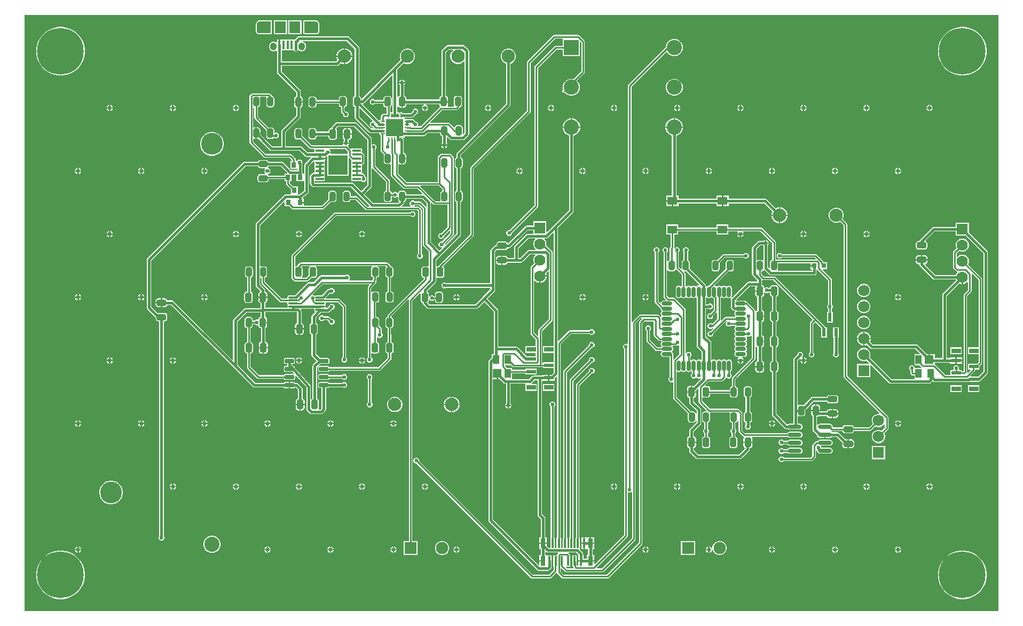
<source format=gbr>
%TF.GenerationSoftware,Altium Limited,Altium Designer,21.6.1 (37)*%
G04 Layer_Physical_Order=1*
G04 Layer_Color=255*
%FSLAX43Y43*%
%MOMM*%
%TF.SameCoordinates,A8206A2C-5CB0-4F6E-B559-DFDA062B5CA2*%
%TF.FilePolarity,Positive*%
%TF.FileFunction,Copper,L1,Top,Signal*%
%TF.Part,Single*%
G01*
G75*
%TA.AperFunction,Conductor*%
%ADD10C,0.400*%
%TA.AperFunction,SMDPad,CuDef*%
G04:AMPARAMS|DCode=11|XSize=1.44mm|YSize=0.3mm|CornerRadius=0.075mm|HoleSize=0mm|Usage=FLASHONLY|Rotation=0.000|XOffset=0mm|YOffset=0mm|HoleType=Round|Shape=RoundedRectangle|*
%AMROUNDEDRECTD11*
21,1,1.440,0.150,0,0,0.0*
21,1,1.290,0.300,0,0,0.0*
1,1,0.150,0.645,-0.075*
1,1,0.150,-0.645,-0.075*
1,1,0.150,-0.645,0.075*
1,1,0.150,0.645,0.075*
%
%ADD11ROUNDEDRECTD11*%
%ADD12O,2.200X0.600*%
G04:AMPARAMS|DCode=13|XSize=1.5mm|YSize=1mm|CornerRadius=0.25mm|HoleSize=0mm|Usage=FLASHONLY|Rotation=90.000|XOffset=0mm|YOffset=0mm|HoleType=Round|Shape=RoundedRectangle|*
%AMROUNDEDRECTD13*
21,1,1.500,0.500,0,0,90.0*
21,1,1.000,1.000,0,0,90.0*
1,1,0.500,0.250,0.500*
1,1,0.500,0.250,-0.500*
1,1,0.500,-0.250,-0.500*
1,1,0.500,-0.250,0.500*
%
%ADD13ROUNDEDRECTD13*%
G04:AMPARAMS|DCode=14|XSize=1.5mm|YSize=1mm|CornerRadius=0.25mm|HoleSize=0mm|Usage=FLASHONLY|Rotation=0.000|XOffset=0mm|YOffset=0mm|HoleType=Round|Shape=RoundedRectangle|*
%AMROUNDEDRECTD14*
21,1,1.500,0.500,0,0,0.0*
21,1,1.000,1.000,0,0,0.0*
1,1,0.500,0.500,-0.250*
1,1,0.500,-0.500,-0.250*
1,1,0.500,-0.500,0.250*
1,1,0.500,0.500,0.250*
%
%ADD14ROUNDEDRECTD14*%
%ADD15R,1.800X1.900*%
%ADD16R,0.400X1.350*%
G04:AMPARAMS|DCode=17|XSize=1.45mm|YSize=0.95mm|CornerRadius=0.238mm|HoleSize=0mm|Usage=FLASHONLY|Rotation=90.000|XOffset=0mm|YOffset=0mm|HoleType=Round|Shape=RoundedRectangle|*
%AMROUNDEDRECTD17*
21,1,1.450,0.475,0,0,90.0*
21,1,0.975,0.950,0,0,90.0*
1,1,0.475,0.238,0.488*
1,1,0.475,0.238,-0.488*
1,1,0.475,-0.238,-0.488*
1,1,0.475,-0.238,0.488*
%
%ADD17ROUNDEDRECTD17*%
%ADD18R,1.359X0.356*%
%ADD19R,3.099X3.099*%
%ADD20O,0.600X1.700*%
%ADD21O,1.700X0.600*%
G04:AMPARAMS|DCode=22|XSize=0.239mm|YSize=0.729mm|CornerRadius=0.12mm|HoleSize=0mm|Usage=FLASHONLY|Rotation=0.000|XOffset=0mm|YOffset=0mm|HoleType=Round|Shape=RoundedRectangle|*
%AMROUNDEDRECTD22*
21,1,0.239,0.490,0,0,0.0*
21,1,0.000,0.729,0,0,0.0*
1,1,0.239,0.000,-0.245*
1,1,0.239,0.000,-0.245*
1,1,0.239,0.000,0.245*
1,1,0.239,0.000,0.245*
%
%ADD22ROUNDEDRECTD22*%
G04:AMPARAMS|DCode=23|XSize=0.729mm|YSize=0.239mm|CornerRadius=0.12mm|HoleSize=0mm|Usage=FLASHONLY|Rotation=0.000|XOffset=0mm|YOffset=0mm|HoleType=Round|Shape=RoundedRectangle|*
%AMROUNDEDRECTD23*
21,1,0.729,0.000,0,0,0.0*
21,1,0.490,0.239,0,0,0.0*
1,1,0.239,0.245,0.000*
1,1,0.239,-0.245,0.000*
1,1,0.239,-0.245,0.000*
1,1,0.239,0.245,0.000*
%
%ADD23ROUNDEDRECTD23*%
%ADD24R,0.729X0.239*%
%ADD25R,2.800X2.800*%
%ADD26R,1.500X0.600*%
%ADD27R,1.500X0.800*%
G04:AMPARAMS|DCode=28|XSize=0.6mm|YSize=1.45mm|CornerRadius=0.051mm|HoleSize=0mm|Usage=FLASHONLY|Rotation=90.000|XOffset=0mm|YOffset=0mm|HoleType=Round|Shape=RoundedRectangle|*
%AMROUNDEDRECTD28*
21,1,0.600,1.348,0,0,90.0*
21,1,0.498,1.450,0,0,90.0*
1,1,0.102,0.674,0.249*
1,1,0.102,0.674,-0.249*
1,1,0.102,-0.674,-0.249*
1,1,0.102,-0.674,0.249*
%
%ADD28ROUNDEDRECTD28*%
%ADD29R,0.600X1.350*%
G04:AMPARAMS|DCode=30|XSize=1.45mm|YSize=0.95mm|CornerRadius=0.238mm|HoleSize=0mm|Usage=FLASHONLY|Rotation=0.000|XOffset=0mm|YOffset=0mm|HoleType=Round|Shape=RoundedRectangle|*
%AMROUNDEDRECTD30*
21,1,1.450,0.475,0,0,0.0*
21,1,0.975,0.950,0,0,0.0*
1,1,0.475,0.488,-0.238*
1,1,0.475,-0.488,-0.238*
1,1,0.475,-0.488,0.238*
1,1,0.475,0.488,0.238*
%
%ADD30ROUNDEDRECTD30*%
%ADD31R,1.400X1.400*%
%ADD32R,1.000X1.400*%
%ADD33R,0.800X0.800*%
%ADD34R,0.800X1.500*%
%ADD35R,0.400X1.500*%
%ADD36R,0.800X0.900*%
%ADD37R,1.550X1.300*%
%TA.AperFunction,Conductor*%
%ADD38C,0.254*%
%ADD39C,0.390*%
%TA.AperFunction,ComponentPad*%
%ADD40C,1.800*%
%ADD41R,1.800X1.800*%
%ADD42R,2.400X2.400*%
%ADD43C,2.400*%
%ADD44O,1.050X1.250*%
%ADD45C,2.100*%
%ADD46C,3.450*%
%ADD47C,2.388*%
%ADD48R,1.950X1.950*%
%ADD49C,1.950*%
%TA.AperFunction,ViaPad*%
%ADD50C,7.400*%
%TA.AperFunction,ComponentPad*%
%ADD51R,1.778X1.778*%
%ADD52C,1.778*%
%TA.AperFunction,ViaPad*%
%ADD53C,0.600*%
%ADD54C,0.610*%
G36*
X154745Y255D02*
X255D01*
Y94745D01*
X154745D01*
X154745Y255D01*
D02*
G37*
%LPC*%
G36*
X44202Y93907D02*
X42098D01*
Y91703D01*
X44202D01*
Y93907D01*
D02*
G37*
G36*
X41902D02*
X39798D01*
Y91703D01*
X41902D01*
Y93907D01*
D02*
G37*
G36*
X46452Y93920D02*
X44667D01*
X44551Y93871D01*
X44503Y93755D01*
Y91855D01*
X44551Y91739D01*
X44667Y91690D01*
X46612D01*
X46642Y91703D01*
X46675D01*
X46785Y91749D01*
X46808Y91772D01*
X46839Y91784D01*
X46923Y91869D01*
X46936Y91899D01*
X46959Y91922D01*
X47004Y92032D01*
Y92065D01*
X47017Y92095D01*
Y93354D01*
X47004Y93385D01*
Y93417D01*
X46928Y93601D01*
X46905Y93624D01*
X46893Y93655D01*
X46752Y93795D01*
X46722Y93808D01*
X46699Y93831D01*
X46515Y93907D01*
X46482D01*
X46452Y93920D01*
D02*
G37*
G36*
X39332D02*
X37548D01*
X37518Y93907D01*
X37485D01*
X37301Y93831D01*
X37278Y93808D01*
X37248Y93795D01*
X37107Y93655D01*
X37095Y93624D01*
X37072Y93601D01*
X36995Y93417D01*
Y93385D01*
X36983Y93354D01*
Y92095D01*
X36995Y92065D01*
Y92032D01*
X37041Y91922D01*
X37064Y91899D01*
X37077Y91869D01*
X37161Y91784D01*
X37191Y91772D01*
X37215Y91749D01*
X37325Y91703D01*
X37358D01*
X37388Y91690D01*
X39332D01*
X39449Y91739D01*
X39497Y91855D01*
Y93755D01*
X39449Y93871D01*
X39332Y93920D01*
D02*
G37*
G36*
X51165Y89450D02*
X51100D01*
Y88300D01*
X52250D01*
Y88365D01*
X52165Y88682D01*
X52000Y88967D01*
X51767Y89200D01*
X51482Y89365D01*
X51165Y89450D01*
D02*
G37*
G36*
X50900D02*
X50835D01*
X50517Y89365D01*
X50232Y89200D01*
X50000Y88967D01*
X49835Y88682D01*
X49750Y88365D01*
Y88300D01*
X50900D01*
Y89450D01*
D02*
G37*
G36*
X52250Y88100D02*
X51100D01*
Y86950D01*
X51165D01*
X51482Y87035D01*
X51767Y87200D01*
X52000Y87432D01*
X52165Y87717D01*
X52250Y88035D01*
Y88100D01*
D02*
G37*
G36*
X149303Y92852D02*
X148697D01*
X148098Y92757D01*
X147521Y92570D01*
X146981Y92295D01*
X146491Y91938D01*
X146062Y91509D01*
X145705Y91019D01*
X145430Y90479D01*
X145243Y89902D01*
X145148Y89303D01*
Y88697D01*
X145243Y88098D01*
X145430Y87521D01*
X145705Y86981D01*
X146062Y86491D01*
X146491Y86062D01*
X146981Y85705D01*
X147521Y85430D01*
X148098Y85243D01*
X148697Y85148D01*
X149303D01*
X149902Y85243D01*
X150479Y85430D01*
X151019Y85705D01*
X151509Y86062D01*
X151938Y86491D01*
X152295Y86981D01*
X152570Y87521D01*
X152757Y88098D01*
X152852Y88697D01*
Y89303D01*
X152757Y89902D01*
X152570Y90479D01*
X152295Y91019D01*
X151938Y91509D01*
X151509Y91938D01*
X151019Y92295D01*
X150479Y92570D01*
X149902Y92757D01*
X149303Y92852D01*
D02*
G37*
G36*
X6303D02*
X5697D01*
X5098Y92757D01*
X4521Y92570D01*
X3981Y92295D01*
X3491Y91938D01*
X3062Y91509D01*
X2705Y91019D01*
X2430Y90479D01*
X2243Y89902D01*
X2148Y89303D01*
Y88697D01*
X2243Y88098D01*
X2430Y87521D01*
X2705Y86981D01*
X3062Y86491D01*
X3491Y86062D01*
X3981Y85705D01*
X4521Y85430D01*
X5098Y85243D01*
X5697Y85148D01*
X6303D01*
X6902Y85243D01*
X7479Y85430D01*
X8019Y85705D01*
X8509Y86062D01*
X8938Y86491D01*
X9295Y86981D01*
X9570Y87521D01*
X9757Y88098D01*
X9852Y88697D01*
Y89303D01*
X9757Y89902D01*
X9570Y90479D01*
X9295Y91019D01*
X8938Y91509D01*
X8509Y91938D01*
X8019Y92295D01*
X7479Y92570D01*
X6902Y92757D01*
X6303Y92852D01*
D02*
G37*
G36*
X60234Y84535D02*
Y84135D01*
X60634D01*
X60558Y84319D01*
X60417Y84459D01*
X60234Y84535D01*
D02*
G37*
G36*
X60034D02*
X59851Y84459D01*
X59710Y84319D01*
X59634Y84135D01*
X60034D01*
Y84535D01*
D02*
G37*
G36*
X103478Y84631D02*
X103122D01*
X102778Y84539D01*
X102470Y84361D01*
X102218Y84109D01*
X102040Y83801D01*
X101948Y83457D01*
Y83101D01*
X102040Y82757D01*
X102218Y82449D01*
X102470Y82197D01*
X102778Y82019D01*
X103122Y81927D01*
X103478D01*
X103822Y82019D01*
X104130Y82197D01*
X104382Y82449D01*
X104560Y82757D01*
X104652Y83101D01*
Y83457D01*
X104560Y83801D01*
X104382Y84109D01*
X104130Y84361D01*
X103822Y84539D01*
X103478Y84631D01*
D02*
G37*
G36*
X50988Y81885D02*
X50513D01*
X50361Y81854D01*
X50232Y81768D01*
X50146Y81639D01*
X50115Y81488D01*
Y81259D01*
X46585D01*
Y81438D01*
X46554Y81589D01*
X46468Y81718D01*
X46339Y81804D01*
X46188Y81835D01*
X45713D01*
X45561Y81804D01*
X45432Y81718D01*
X45346Y81589D01*
X45315Y81438D01*
Y80463D01*
X45346Y80311D01*
X45432Y80182D01*
X45561Y80096D01*
X45713Y80065D01*
X46188D01*
X46339Y80096D01*
X46468Y80182D01*
X46554Y80311D01*
X46585Y80463D01*
Y80691D01*
X50115D01*
Y80512D01*
X50146Y80361D01*
X50232Y80232D01*
X50361Y80146D01*
X50466Y80125D01*
Y79488D01*
X50487Y79379D01*
X50549Y79286D01*
X50792Y79043D01*
Y78904D01*
X50861Y78738D01*
X50988Y78610D01*
X51154Y78542D01*
X51334D01*
X51500Y78610D01*
X51627Y78738D01*
X51696Y78904D01*
Y79084D01*
X51627Y79250D01*
X51500Y79377D01*
X51334Y79446D01*
X51194D01*
X51034Y79605D01*
Y80125D01*
X51139Y80146D01*
X51268Y80232D01*
X51354Y80361D01*
X51385Y80512D01*
Y81488D01*
X51354Y81639D01*
X51268Y81768D01*
X51139Y81854D01*
X50988Y81885D01*
D02*
G37*
G36*
X143889Y80512D02*
X143888D01*
Y80108D01*
X144293D01*
Y80108D01*
X144216Y80294D01*
X144074Y80436D01*
X143889Y80512D01*
D02*
G37*
G36*
X143688D02*
X143688D01*
X143502Y80436D01*
X143360Y80294D01*
X143284Y80108D01*
Y80108D01*
X143688D01*
Y80512D01*
D02*
G37*
G36*
X133889D02*
X133888D01*
Y80108D01*
X134293D01*
Y80108D01*
X134216Y80294D01*
X134074Y80436D01*
X133889Y80512D01*
D02*
G37*
G36*
X133688D02*
X133688D01*
X133502Y80436D01*
X133360Y80294D01*
X133284Y80108D01*
Y80108D01*
X133688D01*
Y80512D01*
D02*
G37*
G36*
X123889D02*
X123888D01*
Y80108D01*
X124293D01*
Y80108D01*
X124216Y80294D01*
X124074Y80436D01*
X123889Y80512D01*
D02*
G37*
G36*
X123688D02*
X123688D01*
X123502Y80436D01*
X123360Y80294D01*
X123284Y80108D01*
Y80108D01*
X123688D01*
Y80512D01*
D02*
G37*
G36*
X113889D02*
X113888D01*
Y80108D01*
X114293D01*
Y80108D01*
X114216Y80294D01*
X114074Y80436D01*
X113889Y80512D01*
D02*
G37*
G36*
X113688D02*
X113688D01*
X113502Y80436D01*
X113360Y80294D01*
X113284Y80108D01*
Y80108D01*
X113688D01*
Y80512D01*
D02*
G37*
G36*
X103889D02*
X103888D01*
Y80108D01*
X104293D01*
Y80108D01*
X104216Y80294D01*
X104074Y80436D01*
X103889Y80512D01*
D02*
G37*
G36*
X103688D02*
X103688D01*
X103502Y80436D01*
X103360Y80294D01*
X103284Y80108D01*
Y80108D01*
X103688D01*
Y80512D01*
D02*
G37*
G36*
X93889D02*
X93888D01*
Y80108D01*
X94293D01*
Y80108D01*
X94216Y80294D01*
X94074Y80436D01*
X93889Y80512D01*
D02*
G37*
G36*
X93688D02*
X93688D01*
X93502Y80436D01*
X93360Y80294D01*
X93284Y80108D01*
Y80108D01*
X93688D01*
Y80512D01*
D02*
G37*
G36*
X83889D02*
X83888D01*
Y80108D01*
X84293D01*
Y80108D01*
X84216Y80294D01*
X84074Y80436D01*
X83889Y80512D01*
D02*
G37*
G36*
X83688D02*
X83688D01*
X83502Y80436D01*
X83360Y80294D01*
X83284Y80108D01*
Y80108D01*
X83688D01*
Y80512D01*
D02*
G37*
G36*
X73889D02*
X73888D01*
Y80108D01*
X74293D01*
Y80108D01*
X74216Y80294D01*
X74074Y80436D01*
X73889Y80512D01*
D02*
G37*
G36*
X73688D02*
X73688D01*
X73502Y80436D01*
X73360Y80294D01*
X73284Y80108D01*
Y80108D01*
X73688D01*
Y80512D01*
D02*
G37*
G36*
X33889D02*
X33888D01*
Y80108D01*
X34293D01*
Y80108D01*
X34216Y80294D01*
X34074Y80436D01*
X33889Y80512D01*
D02*
G37*
G36*
X33688D02*
X33688D01*
X33502Y80436D01*
X33360Y80294D01*
X33284Y80108D01*
Y80108D01*
X33688D01*
Y80512D01*
D02*
G37*
G36*
X23889D02*
X23888D01*
Y80108D01*
X24293D01*
Y80108D01*
X24216Y80294D01*
X24074Y80436D01*
X23889Y80512D01*
D02*
G37*
G36*
X23688D02*
X23688D01*
X23502Y80436D01*
X23360Y80294D01*
X23284Y80108D01*
Y80108D01*
X23688D01*
Y80512D01*
D02*
G37*
G36*
X13889D02*
X13888D01*
Y80108D01*
X14293D01*
Y80108D01*
X14216Y80294D01*
X14074Y80436D01*
X13889Y80512D01*
D02*
G37*
G36*
X13688D02*
X13688D01*
X13502Y80436D01*
X13360Y80294D01*
X13284Y80108D01*
Y80108D01*
X13688D01*
Y80512D01*
D02*
G37*
G36*
X144293Y79908D02*
X143888D01*
Y79503D01*
X143889D01*
X144074Y79580D01*
X144216Y79722D01*
X144293Y79907D01*
Y79908D01*
D02*
G37*
G36*
X143688D02*
X143284D01*
Y79907D01*
X143360Y79722D01*
X143502Y79580D01*
X143688Y79503D01*
X143688D01*
Y79908D01*
D02*
G37*
G36*
X134293D02*
X133888D01*
Y79503D01*
X133889D01*
X134074Y79580D01*
X134216Y79722D01*
X134293Y79907D01*
Y79908D01*
D02*
G37*
G36*
X133688D02*
X133284D01*
Y79907D01*
X133360Y79722D01*
X133502Y79580D01*
X133688Y79503D01*
X133688D01*
Y79908D01*
D02*
G37*
G36*
X124293D02*
X123888D01*
Y79503D01*
X123889D01*
X124074Y79580D01*
X124216Y79722D01*
X124293Y79907D01*
Y79908D01*
D02*
G37*
G36*
X123688D02*
X123284D01*
Y79907D01*
X123360Y79722D01*
X123502Y79580D01*
X123688Y79503D01*
X123688D01*
Y79908D01*
D02*
G37*
G36*
X114293D02*
X113888D01*
Y79503D01*
X113889D01*
X114074Y79580D01*
X114216Y79722D01*
X114293Y79907D01*
Y79908D01*
D02*
G37*
G36*
X113688D02*
X113284D01*
Y79907D01*
X113360Y79722D01*
X113502Y79580D01*
X113688Y79503D01*
X113688D01*
Y79908D01*
D02*
G37*
G36*
X104293D02*
X103888D01*
Y79503D01*
X103889D01*
X104074Y79580D01*
X104216Y79722D01*
X104293Y79907D01*
Y79908D01*
D02*
G37*
G36*
X103688D02*
X103284D01*
Y79907D01*
X103360Y79722D01*
X103502Y79580D01*
X103688Y79503D01*
X103688D01*
Y79908D01*
D02*
G37*
G36*
X94293D02*
X93888D01*
Y79503D01*
X93889D01*
X94074Y79580D01*
X94216Y79722D01*
X94293Y79907D01*
Y79908D01*
D02*
G37*
G36*
X93688D02*
X93284D01*
Y79907D01*
X93360Y79722D01*
X93502Y79580D01*
X93688Y79503D01*
X93688D01*
Y79908D01*
D02*
G37*
G36*
X84293D02*
X83888D01*
Y79503D01*
X83889D01*
X84074Y79580D01*
X84216Y79722D01*
X84293Y79907D01*
Y79908D01*
D02*
G37*
G36*
X83688D02*
X83284D01*
Y79907D01*
X83360Y79722D01*
X83502Y79580D01*
X83688Y79503D01*
X83688D01*
Y79908D01*
D02*
G37*
G36*
X74293D02*
X73888D01*
Y79503D01*
X73889D01*
X74074Y79580D01*
X74216Y79722D01*
X74293Y79907D01*
Y79908D01*
D02*
G37*
G36*
X73688D02*
X73284D01*
Y79907D01*
X73360Y79722D01*
X73502Y79580D01*
X73688Y79503D01*
X73688D01*
Y79908D01*
D02*
G37*
G36*
X34293D02*
X33888D01*
Y79503D01*
X33889D01*
X34074Y79580D01*
X34216Y79722D01*
X34293Y79907D01*
Y79908D01*
D02*
G37*
G36*
X33688D02*
X33284D01*
Y79907D01*
X33360Y79722D01*
X33502Y79580D01*
X33688Y79503D01*
X33688D01*
Y79908D01*
D02*
G37*
G36*
X24293D02*
X23888D01*
Y79503D01*
X23889D01*
X24074Y79580D01*
X24216Y79722D01*
X24293Y79907D01*
Y79908D01*
D02*
G37*
G36*
X23688D02*
X23284D01*
Y79907D01*
X23360Y79722D01*
X23502Y79580D01*
X23688Y79503D01*
X23688D01*
Y79908D01*
D02*
G37*
G36*
X14293D02*
X13888D01*
Y79503D01*
X13889D01*
X14074Y79580D01*
X14216Y79722D01*
X14293Y79907D01*
Y79908D01*
D02*
G37*
G36*
X13688D02*
X13284D01*
Y79907D01*
X13360Y79722D01*
X13502Y79580D01*
X13688Y79503D01*
X13688D01*
Y79908D01*
D02*
G37*
G36*
X103484Y78379D02*
X103400D01*
Y77079D01*
X104700D01*
Y77163D01*
X104605Y77519D01*
X104420Y77838D01*
X104160Y78099D01*
X103840Y78283D01*
X103484Y78379D01*
D02*
G37*
G36*
X103200D02*
X103116D01*
X102760Y78283D01*
X102440Y78099D01*
X102180Y77838D01*
X101995Y77519D01*
X101900Y77163D01*
Y77079D01*
X103200D01*
Y78379D01*
D02*
G37*
G36*
X87184D02*
X87100D01*
Y77079D01*
X88400D01*
Y77163D01*
X88305Y77519D01*
X88120Y77838D01*
X87860Y78099D01*
X87540Y78283D01*
X87184Y78379D01*
D02*
G37*
G36*
X86900D02*
X86816D01*
X86460Y78283D01*
X86140Y78099D01*
X85880Y77838D01*
X85695Y77519D01*
X85600Y77163D01*
Y77079D01*
X86900D01*
Y78379D01*
D02*
G37*
G36*
X37237Y76934D02*
X37100D01*
Y76100D01*
X37684D01*
Y76488D01*
X37650Y76658D01*
X37553Y76803D01*
X37408Y76900D01*
X37237Y76934D01*
D02*
G37*
G36*
X51700Y76841D02*
X51550D01*
Y75982D01*
X52159D01*
Y76382D01*
X52124Y76558D01*
X52024Y76707D01*
X51876Y76806D01*
X51700Y76841D01*
D02*
G37*
G36*
X51350D02*
X51200D01*
X51024Y76806D01*
X50876Y76707D01*
X50776Y76558D01*
X50741Y76382D01*
Y75982D01*
X51350D01*
Y76841D01*
D02*
G37*
G36*
X52159Y75782D02*
X51450D01*
X50741D01*
Y75382D01*
X50776Y75207D01*
X50876Y75058D01*
X50923Y75026D01*
Y74790D01*
X50820Y74687D01*
X50744Y74504D01*
X51744D01*
X51668Y74687D01*
X51641Y74714D01*
Y74923D01*
X51700D01*
X51876Y74958D01*
X52024Y75058D01*
X52124Y75207D01*
X52159Y75382D01*
Y75782D01*
D02*
G37*
G36*
X67375Y74029D02*
X66975D01*
Y73630D01*
X67158Y73706D01*
X67299Y73846D01*
X67375Y74029D01*
D02*
G37*
G36*
X66775D02*
X66375D01*
X66451Y73846D01*
X66592Y73706D01*
X66775Y73630D01*
Y74029D01*
D02*
G37*
G36*
X30186Y76188D02*
X29816D01*
X29454Y76116D01*
X29112Y75974D01*
X28805Y75769D01*
X28543Y75507D01*
X28338Y75200D01*
X28196Y74858D01*
X28124Y74496D01*
Y74126D01*
X28196Y73763D01*
X28338Y73422D01*
X28543Y73114D01*
X28805Y72853D01*
X29112Y72647D01*
X29454Y72506D01*
X29816Y72434D01*
X30186D01*
X30549Y72506D01*
X30890Y72647D01*
X31198Y72853D01*
X31459Y73114D01*
X31664Y73422D01*
X31806Y73763D01*
X31878Y74126D01*
Y74496D01*
X31806Y74858D01*
X31664Y75200D01*
X31459Y75507D01*
X31198Y75769D01*
X30890Y75974D01*
X30549Y76116D01*
X30186Y76188D01*
D02*
G37*
G36*
X60809Y71900D02*
X60225D01*
Y71066D01*
X60363D01*
X60533Y71100D01*
X60678Y71197D01*
X60775Y71342D01*
X60809Y71513D01*
Y71900D01*
D02*
G37*
G36*
X138889Y70512D02*
X138888D01*
Y70108D01*
X139293D01*
Y70108D01*
X139216Y70294D01*
X139074Y70436D01*
X138889Y70512D01*
D02*
G37*
G36*
X138688D02*
X138688D01*
X138502Y70436D01*
X138360Y70294D01*
X138284Y70108D01*
Y70108D01*
X138688D01*
Y70512D01*
D02*
G37*
G36*
X128889D02*
X128888D01*
Y70108D01*
X129293D01*
Y70108D01*
X129216Y70294D01*
X129074Y70436D01*
X128889Y70512D01*
D02*
G37*
G36*
X128688D02*
X128688D01*
X128502Y70436D01*
X128360Y70294D01*
X128284Y70108D01*
Y70108D01*
X128688D01*
Y70512D01*
D02*
G37*
G36*
X118889D02*
X118888D01*
Y70108D01*
X119293D01*
Y70108D01*
X119216Y70294D01*
X119074Y70436D01*
X118889Y70512D01*
D02*
G37*
G36*
X118688D02*
X118688D01*
X118502Y70436D01*
X118360Y70294D01*
X118284Y70108D01*
Y70108D01*
X118688D01*
Y70512D01*
D02*
G37*
G36*
X108889D02*
X108888D01*
Y70108D01*
X109293D01*
Y70108D01*
X109216Y70294D01*
X109074Y70436D01*
X108889Y70512D01*
D02*
G37*
G36*
X108688D02*
X108688D01*
X108502Y70436D01*
X108360Y70294D01*
X108284Y70108D01*
Y70108D01*
X108688D01*
Y70512D01*
D02*
G37*
G36*
X98889D02*
X98888D01*
Y70108D01*
X99293D01*
Y70108D01*
X99216Y70294D01*
X99074Y70436D01*
X98889Y70512D01*
D02*
G37*
G36*
X98688D02*
X98688D01*
X98502Y70436D01*
X98360Y70294D01*
X98284Y70108D01*
Y70108D01*
X98688D01*
Y70512D01*
D02*
G37*
G36*
X88889D02*
X88888D01*
Y70108D01*
X89293D01*
Y70108D01*
X89216Y70294D01*
X89074Y70436D01*
X88889Y70512D01*
D02*
G37*
G36*
X88688D02*
X88688D01*
X88502Y70436D01*
X88360Y70294D01*
X88284Y70108D01*
Y70108D01*
X88688D01*
Y70512D01*
D02*
G37*
G36*
X78889D02*
X78888D01*
Y70108D01*
X79293D01*
Y70108D01*
X79216Y70294D01*
X79074Y70436D01*
X78889Y70512D01*
D02*
G37*
G36*
X78688D02*
X78688D01*
X78502Y70436D01*
X78360Y70294D01*
X78284Y70108D01*
Y70108D01*
X78688D01*
Y70512D01*
D02*
G37*
G36*
X28889D02*
X28888D01*
Y70108D01*
X29293D01*
Y70108D01*
X29216Y70294D01*
X29074Y70436D01*
X28889Y70512D01*
D02*
G37*
G36*
X28688D02*
X28688D01*
X28502Y70436D01*
X28360Y70294D01*
X28284Y70108D01*
Y70108D01*
X28688D01*
Y70512D01*
D02*
G37*
G36*
X18889D02*
X18888D01*
Y70108D01*
X19293D01*
Y70108D01*
X19216Y70294D01*
X19074Y70436D01*
X18889Y70512D01*
D02*
G37*
G36*
X18688D02*
X18688D01*
X18502Y70436D01*
X18360Y70294D01*
X18284Y70108D01*
Y70108D01*
X18688D01*
Y70512D01*
D02*
G37*
G36*
X8889D02*
X8888D01*
Y70108D01*
X9293D01*
Y70108D01*
X9216Y70294D01*
X9074Y70436D01*
X8889Y70512D01*
D02*
G37*
G36*
X8688D02*
X8688D01*
X8502Y70436D01*
X8360Y70294D01*
X8284Y70108D01*
Y70108D01*
X8688D01*
Y70512D01*
D02*
G37*
G36*
X139293Y69908D02*
X138888D01*
Y69503D01*
X138889D01*
X139074Y69580D01*
X139216Y69722D01*
X139293Y69907D01*
Y69908D01*
D02*
G37*
G36*
X138688D02*
X138284D01*
Y69907D01*
X138360Y69722D01*
X138502Y69580D01*
X138688Y69503D01*
X138688D01*
Y69908D01*
D02*
G37*
G36*
X129293D02*
X128888D01*
Y69503D01*
X128889D01*
X129074Y69580D01*
X129216Y69722D01*
X129293Y69907D01*
Y69908D01*
D02*
G37*
G36*
X128688D02*
X128284D01*
Y69907D01*
X128360Y69722D01*
X128502Y69580D01*
X128688Y69503D01*
X128688D01*
Y69908D01*
D02*
G37*
G36*
X119293D02*
X118888D01*
Y69503D01*
X118889D01*
X119074Y69580D01*
X119216Y69722D01*
X119293Y69907D01*
Y69908D01*
D02*
G37*
G36*
X118688D02*
X118284D01*
Y69907D01*
X118360Y69722D01*
X118502Y69580D01*
X118688Y69503D01*
X118688D01*
Y69908D01*
D02*
G37*
G36*
X109293D02*
X108888D01*
Y69503D01*
X108889D01*
X109074Y69580D01*
X109216Y69722D01*
X109293Y69907D01*
Y69908D01*
D02*
G37*
G36*
X108688D02*
X108284D01*
Y69907D01*
X108360Y69722D01*
X108502Y69580D01*
X108688Y69503D01*
X108688D01*
Y69908D01*
D02*
G37*
G36*
X99293D02*
X98888D01*
Y69503D01*
X98889D01*
X99074Y69580D01*
X99216Y69722D01*
X99293Y69907D01*
Y69908D01*
D02*
G37*
G36*
X98688D02*
X98284D01*
Y69907D01*
X98360Y69722D01*
X98502Y69580D01*
X98688Y69503D01*
X98688D01*
Y69908D01*
D02*
G37*
G36*
X89293D02*
X88888D01*
Y69503D01*
X88889D01*
X89074Y69580D01*
X89216Y69722D01*
X89293Y69907D01*
Y69908D01*
D02*
G37*
G36*
X88688D02*
X88284D01*
Y69907D01*
X88360Y69722D01*
X88502Y69580D01*
X88688Y69503D01*
X88688D01*
Y69908D01*
D02*
G37*
G36*
X79293D02*
X78888D01*
Y69503D01*
X78889D01*
X79074Y69580D01*
X79216Y69722D01*
X79293Y69907D01*
Y69908D01*
D02*
G37*
G36*
X78688D02*
X78284D01*
Y69907D01*
X78360Y69722D01*
X78502Y69580D01*
X78688Y69503D01*
X78688D01*
Y69908D01*
D02*
G37*
G36*
X29293D02*
X28888D01*
Y69503D01*
X28889D01*
X29074Y69580D01*
X29216Y69722D01*
X29293Y69907D01*
Y69908D01*
D02*
G37*
G36*
X28688D02*
X28284D01*
Y69907D01*
X28360Y69722D01*
X28502Y69580D01*
X28688Y69503D01*
X28688D01*
Y69908D01*
D02*
G37*
G36*
X19293D02*
X18888D01*
Y69503D01*
X18889D01*
X19074Y69580D01*
X19216Y69722D01*
X19293Y69907D01*
Y69908D01*
D02*
G37*
G36*
X18688D02*
X18284D01*
Y69907D01*
X18360Y69722D01*
X18502Y69580D01*
X18688Y69503D01*
X18688D01*
Y69908D01*
D02*
G37*
G36*
X9293D02*
X8888D01*
Y69503D01*
X8889D01*
X9074Y69580D01*
X9216Y69722D01*
X9293Y69907D01*
Y69908D01*
D02*
G37*
G36*
X8688D02*
X8284D01*
Y69907D01*
X8360Y69722D01*
X8502Y69580D01*
X8688Y69503D01*
X8688D01*
Y69908D01*
D02*
G37*
G36*
X104700Y76879D02*
X103300D01*
X101900D01*
Y76794D01*
X101995Y76438D01*
X102180Y76119D01*
X102440Y75859D01*
X102760Y75674D01*
X102941Y75626D01*
Y66100D01*
X102050D01*
Y65350D01*
X103025D01*
Y65250D01*
X103125D01*
Y64400D01*
X104000D01*
Y64891D01*
X110000D01*
Y64400D01*
X110875D01*
Y65250D01*
Y66100D01*
X110000D01*
Y65609D01*
X104000D01*
Y66100D01*
X103659D01*
Y75626D01*
X103840Y75674D01*
X104160Y75859D01*
X104420Y76119D01*
X104605Y76438D01*
X104700Y76794D01*
Y76879D01*
D02*
G37*
G36*
X102925Y65150D02*
X102050D01*
Y64400D01*
X102925D01*
Y65150D01*
D02*
G37*
G36*
X120165Y64250D02*
X120100D01*
Y63100D01*
X121250D01*
Y63165D01*
X121165Y63483D01*
X121000Y63768D01*
X120767Y64000D01*
X120482Y64165D01*
X120165Y64250D01*
D02*
G37*
G36*
X111950Y66100D02*
X111075D01*
Y65250D01*
Y64400D01*
X111950D01*
Y64891D01*
X117601D01*
X118899Y63593D01*
X118835Y63483D01*
X118750Y63165D01*
Y63100D01*
X119900D01*
Y64250D01*
X119835D01*
X119517Y64165D01*
X119407Y64101D01*
X118004Y65504D01*
X117887Y65582D01*
X117750Y65609D01*
X111950D01*
Y66100D01*
D02*
G37*
G36*
X121250Y62900D02*
X120100D01*
Y61750D01*
X120165D01*
X120482Y61835D01*
X120767Y62000D01*
X121000Y62233D01*
X121165Y62518D01*
X121250Y62835D01*
Y62900D01*
D02*
G37*
G36*
X119900D02*
X118750D01*
Y62835D01*
X118835Y62518D01*
X119000Y62233D01*
X119232Y62000D01*
X119517Y61835D01*
X119835Y61750D01*
X119900D01*
Y62900D01*
D02*
G37*
G36*
X150041Y61851D02*
X147959D01*
Y61169D01*
X144470D01*
X144470Y61169D01*
X144332Y61142D01*
X144216Y61064D01*
X142265Y59113D01*
X142188Y58997D01*
X142167Y58895D01*
X142019D01*
X141862Y58863D01*
X141729Y58775D01*
X141640Y58642D01*
X141609Y58485D01*
Y57985D01*
X141640Y57828D01*
X141729Y57695D01*
X141862Y57606D01*
X142019Y57575D01*
X143019D01*
X143176Y57606D01*
X143309Y57695D01*
X143398Y57828D01*
X143429Y57985D01*
Y58485D01*
X143398Y58642D01*
X143309Y58775D01*
X143197Y58850D01*
X143155Y58987D01*
X144618Y60451D01*
X147959D01*
Y59769D01*
X149533D01*
X152341Y56961D01*
Y38269D01*
X151524Y37452D01*
X150289D01*
X150240Y37569D01*
X150937Y38267D01*
X150999Y38359D01*
X151021Y38468D01*
Y38548D01*
X151702D01*
Y39050D01*
X152031Y39378D01*
X152092Y39471D01*
X152114Y39579D01*
Y52901D01*
X152092Y53009D01*
X152031Y53102D01*
X149909Y55223D01*
X149970Y55328D01*
X150041Y55593D01*
Y55867D01*
X149970Y56132D01*
X149833Y56369D01*
X149639Y56563D01*
X149402Y56700D01*
X149137Y56771D01*
X148863D01*
X148598Y56700D01*
X148361Y56563D01*
X148226Y56428D01*
X148099Y56481D01*
Y56967D01*
X148493Y57361D01*
X148598Y57300D01*
X148863Y57229D01*
X149137D01*
X149402Y57300D01*
X149639Y57437D01*
X149833Y57631D01*
X149970Y57868D01*
X150041Y58133D01*
Y58407D01*
X149970Y58672D01*
X149833Y58909D01*
X149639Y59103D01*
X149402Y59240D01*
X149137Y59311D01*
X148863D01*
X148598Y59240D01*
X148361Y59103D01*
X148167Y58909D01*
X148030Y58672D01*
X147959Y58407D01*
Y58133D01*
X148030Y57868D01*
X148091Y57763D01*
X147614Y57286D01*
X147552Y57194D01*
X147530Y57085D01*
Y54739D01*
X147552Y54631D01*
X147614Y54538D01*
X147995Y54157D01*
X148087Y54096D01*
X148169Y54079D01*
X148207Y54008D01*
X148217Y53947D01*
X148129Y53859D01*
X147985Y53610D01*
X147969Y53549D01*
X144687D01*
X143120Y55117D01*
X143162Y55254D01*
X143195Y55261D01*
X143344Y55360D01*
X143443Y55509D01*
X143478Y55685D01*
Y55835D01*
X142519D01*
X141560D01*
Y55685D01*
X141595Y55509D01*
X141695Y55360D01*
X141844Y55261D01*
X142019Y55226D01*
X142160D01*
Y55210D01*
X142188Y55072D01*
X142265Y54956D01*
X144285Y52936D01*
X144401Y52858D01*
X144539Y52831D01*
X147969D01*
X147985Y52770D01*
X148017Y52715D01*
X145916Y50613D01*
X145838Y50497D01*
X145811Y50360D01*
Y40359D01*
X144650D01*
Y41000D01*
X143850D01*
Y40100D01*
X143650D01*
Y41000D01*
X143358D01*
X141928Y42430D01*
X141811Y42508D01*
X141674Y42535D01*
X134807D01*
X134366Y42977D01*
X134400Y43035D01*
X134475Y43315D01*
Y43360D01*
X133475D01*
Y42360D01*
X133520D01*
X133800Y42435D01*
X133858Y42469D01*
X134405Y41922D01*
X134521Y41845D01*
X134659Y41817D01*
X141525D01*
X142273Y41069D01*
X142225Y40952D01*
X141398D01*
Y39248D01*
X142213D01*
X142559Y38902D01*
X142593Y38879D01*
X142554Y38752D01*
X141452D01*
Y38863D01*
X141383Y39029D01*
X141256Y39156D01*
X141090Y39225D01*
X140910D01*
X140744Y39156D01*
X140617Y39029D01*
X140548Y38863D01*
Y38683D01*
X140617Y38517D01*
X140716Y38418D01*
Y38049D01*
X140737Y37940D01*
X140799Y37848D01*
X140948Y37699D01*
X141040Y37637D01*
X141149Y37615D01*
X141398D01*
X141398Y37048D01*
X141272Y37045D01*
X137758D01*
X134331Y40472D01*
X134355Y40514D01*
X134427Y40782D01*
Y41059D01*
X134355Y41326D01*
X134217Y41566D01*
X134021Y41762D01*
X133781Y41900D01*
X133514Y41972D01*
X133236D01*
X132969Y41900D01*
X132729Y41762D01*
X132533Y41566D01*
X132395Y41326D01*
X132323Y41059D01*
Y40782D01*
X132395Y40514D01*
X132533Y40274D01*
X132729Y40078D01*
X132969Y39940D01*
X133236Y39868D01*
X133514D01*
X133781Y39940D01*
X133823Y39964D01*
X134238Y39549D01*
X134190Y39432D01*
X132323D01*
Y37328D01*
X134427D01*
Y39195D01*
X134544Y39243D01*
X137355Y36432D01*
X137472Y36354D01*
X137609Y36327D01*
X143717D01*
X143855Y36354D01*
X143971Y36432D01*
X144168Y36629D01*
X144227Y36661D01*
X144342Y36643D01*
X144392Y36610D01*
X144529Y36582D01*
X149898D01*
Y36548D01*
X151702D01*
Y36665D01*
X151717Y36668D01*
X151833Y36746D01*
X152954Y37867D01*
X153032Y37983D01*
X153059Y38121D01*
X153059Y38121D01*
Y57110D01*
X153059Y57110D01*
X153032Y57247D01*
X152954Y57364D01*
X152954Y57364D01*
X150041Y60277D01*
Y61851D01*
D02*
G37*
G36*
X133889Y60512D02*
X133888D01*
Y60108D01*
X134293D01*
Y60108D01*
X134216Y60294D01*
X134074Y60436D01*
X133889Y60512D01*
D02*
G37*
G36*
X133688D02*
X133688D01*
X133502Y60436D01*
X133360Y60294D01*
X133284Y60108D01*
Y60108D01*
X133688D01*
Y60512D01*
D02*
G37*
G36*
X123889D02*
X123888D01*
Y60108D01*
X124293D01*
Y60108D01*
X124216Y60294D01*
X124074Y60436D01*
X123889Y60512D01*
D02*
G37*
G36*
X123688D02*
X123688D01*
X123502Y60436D01*
X123360Y60294D01*
X123284Y60108D01*
Y60108D01*
X123688D01*
Y60512D01*
D02*
G37*
G36*
X33889D02*
X33888D01*
Y60108D01*
X34293D01*
Y60108D01*
X34216Y60294D01*
X34074Y60436D01*
X33889Y60512D01*
D02*
G37*
G36*
X33688D02*
X33688D01*
X33502Y60436D01*
X33360Y60294D01*
X33284Y60108D01*
Y60108D01*
X33688D01*
Y60512D01*
D02*
G37*
G36*
X13889D02*
X13888D01*
Y60108D01*
X14293D01*
Y60108D01*
X14216Y60294D01*
X14074Y60436D01*
X13889Y60512D01*
D02*
G37*
G36*
X13688D02*
X13688D01*
X13502Y60436D01*
X13360Y60294D01*
X13284Y60108D01*
Y60108D01*
X13688D01*
Y60512D01*
D02*
G37*
G36*
X134293Y59908D02*
X133888D01*
Y59503D01*
X133889D01*
X134074Y59580D01*
X134216Y59722D01*
X134293Y59907D01*
Y59908D01*
D02*
G37*
G36*
X133688D02*
X133284D01*
Y59907D01*
X133360Y59722D01*
X133502Y59580D01*
X133688Y59503D01*
X133688D01*
Y59908D01*
D02*
G37*
G36*
X124293D02*
X123888D01*
Y59503D01*
X123889D01*
X124074Y59580D01*
X124216Y59722D01*
X124293Y59907D01*
Y59908D01*
D02*
G37*
G36*
X123688D02*
X123284D01*
Y59907D01*
X123360Y59722D01*
X123502Y59580D01*
X123688Y59503D01*
X123688D01*
Y59908D01*
D02*
G37*
G36*
X34293D02*
X33888D01*
Y59503D01*
X33889D01*
X34074Y59580D01*
X34216Y59722D01*
X34293Y59907D01*
Y59908D01*
D02*
G37*
G36*
X33688D02*
X33284D01*
Y59907D01*
X33360Y59722D01*
X33502Y59580D01*
X33688Y59503D01*
X33688D01*
Y59908D01*
D02*
G37*
G36*
X14293D02*
X13888D01*
Y59503D01*
X13889D01*
X14074Y59580D01*
X14216Y59722D01*
X14293Y59907D01*
Y59908D01*
D02*
G37*
G36*
X13688D02*
X13284D01*
Y59907D01*
X13360Y59722D01*
X13502Y59580D01*
X13688Y59503D01*
X13688D01*
Y59908D01*
D02*
G37*
G36*
X143019Y56644D02*
X142619D01*
Y56035D01*
X143478D01*
Y56185D01*
X143443Y56360D01*
X143344Y56509D01*
X143195Y56609D01*
X143019Y56644D01*
D02*
G37*
G36*
X142419D02*
X142019D01*
X141844Y56609D01*
X141695Y56509D01*
X141595Y56360D01*
X141560Y56185D01*
Y56035D01*
X142419D01*
Y56644D01*
D02*
G37*
G36*
X88074Y91584D02*
X84300D01*
X84191Y91563D01*
X84099Y91501D01*
X80050Y87452D01*
X79988Y87360D01*
X79966Y87251D01*
Y79581D01*
X71033Y70648D01*
X70971Y70555D01*
X70949Y70446D01*
Y60023D01*
X65974Y55048D01*
X65912Y54956D01*
X65902Y54905D01*
X65768Y54879D01*
X65725Y54850D01*
X65598Y54918D01*
Y55928D01*
X66357Y56686D01*
X66357Y56686D01*
X66357Y56686D01*
X69379Y59708D01*
X69457Y59824D01*
X69484Y59962D01*
Y65140D01*
X69514Y65146D01*
X69643Y65232D01*
X69729Y65361D01*
X69760Y65513D01*
Y66488D01*
X69729Y66640D01*
X69643Y66768D01*
X69514Y66854D01*
X69484Y66861D01*
Y70465D01*
X69514Y70471D01*
X69643Y70557D01*
X69729Y70686D01*
X69760Y70838D01*
Y71813D01*
X69729Y71965D01*
X69643Y72093D01*
X69514Y72179D01*
X69484Y72186D01*
Y72533D01*
X77254Y80303D01*
X77332Y80419D01*
X77359Y80557D01*
X77359Y80557D01*
Y87052D01*
X77464Y87080D01*
X77738Y87238D01*
X77962Y87462D01*
X78120Y87736D01*
X78202Y88042D01*
Y88358D01*
X78120Y88664D01*
X77962Y88938D01*
X77738Y89162D01*
X77464Y89320D01*
X77158Y89402D01*
X76842D01*
X76536Y89320D01*
X76262Y89162D01*
X76038Y88938D01*
X75880Y88664D01*
X75798Y88358D01*
Y88042D01*
X75880Y87736D01*
X76038Y87462D01*
X76262Y87238D01*
X76536Y87080D01*
X76641Y87052D01*
Y80705D01*
X68871Y72935D01*
X68793Y72819D01*
X68766Y72682D01*
Y72186D01*
X68736Y72179D01*
X68607Y72093D01*
X68521Y71965D01*
X68490Y71813D01*
Y70838D01*
X68521Y70686D01*
X68607Y70557D01*
X68736Y70471D01*
X68766Y70465D01*
Y66861D01*
X68736Y66854D01*
X68607Y66768D01*
X68521Y66640D01*
X68490Y66488D01*
Y65513D01*
X68521Y65361D01*
X68607Y65232D01*
X68736Y65146D01*
X68766Y65140D01*
Y60110D01*
X67039Y58383D01*
X66901Y58425D01*
X66892Y58472D01*
X68260Y59839D01*
X68322Y59932D01*
X68343Y60040D01*
Y72097D01*
X68322Y72206D01*
X68260Y72299D01*
X67904Y72654D01*
X67812Y72716D01*
X67703Y72737D01*
X66382D01*
X66274Y72716D01*
X66181Y72654D01*
X65910Y72383D01*
X65848Y72290D01*
X65827Y72182D01*
Y68284D01*
X60843D01*
X59559Y69568D01*
Y71053D01*
X59686Y71121D01*
X59717Y71100D01*
X59888Y71066D01*
X60025D01*
Y72000D01*
X60125D01*
Y72100D01*
X60809D01*
Y72488D01*
X60775Y72658D01*
X60678Y72803D01*
X60533Y72900D01*
X60439Y72918D01*
Y74835D01*
X60412Y74973D01*
X60344Y75074D01*
X60332Y75137D01*
X60326Y75146D01*
Y75245D01*
X60383Y75315D01*
X60600D01*
Y75556D01*
X63639D01*
X63777Y75583D01*
X63893Y75661D01*
X64273Y76041D01*
X66191D01*
Y75913D01*
X66225Y75742D01*
X66322Y75597D01*
X66467Y75500D01*
X66516Y75491D01*
Y74478D01*
X66451Y74413D01*
X66375Y74229D01*
X67375D01*
X67299Y74413D01*
X67234Y74478D01*
Y75354D01*
X67361Y75407D01*
X67723Y75044D01*
X67840Y74966D01*
X67977Y74939D01*
X69837D01*
X69974Y74966D01*
X70091Y75044D01*
X70675Y75628D01*
X70753Y75745D01*
X70780Y75882D01*
Y89039D01*
X70753Y89177D01*
X70675Y89293D01*
X70091Y89877D01*
X69974Y89955D01*
X69837Y89982D01*
X67398D01*
X67261Y89955D01*
X67145Y89877D01*
X67145Y89877D01*
X66496Y89229D01*
X66418Y89112D01*
X66391Y88975D01*
Y81909D01*
X66342Y81900D01*
X66197Y81803D01*
X66100Y81658D01*
X66066Y81488D01*
Y81346D01*
X60859D01*
Y81500D01*
X60824Y81676D01*
X60724Y81824D01*
X60576Y81924D01*
X60509Y81937D01*
Y83703D01*
X60558Y83752D01*
X60634Y83935D01*
X59634D01*
X59710Y83752D01*
X59791Y83671D01*
Y81937D01*
X59724Y81924D01*
X59576Y81824D01*
X59554Y81791D01*
X59383Y81766D01*
X59359Y81785D01*
Y86051D01*
X60442Y87134D01*
X60536Y87080D01*
X60842Y86998D01*
X61158D01*
X61464Y87080D01*
X61738Y87238D01*
X61962Y87462D01*
X62120Y87736D01*
X62202Y88042D01*
Y88358D01*
X62120Y88664D01*
X61962Y88938D01*
X61738Y89162D01*
X61464Y89320D01*
X61158Y89402D01*
X60842D01*
X60536Y89320D01*
X60262Y89162D01*
X60038Y88938D01*
X59880Y88664D01*
X59798Y88358D01*
Y88042D01*
X59880Y87736D01*
X59934Y87642D01*
X58746Y86454D01*
X53762Y81469D01*
X53705Y81477D01*
X53629Y81516D01*
X53604Y81639D01*
X53518Y81768D01*
X53389Y81854D01*
X53359Y81860D01*
Y89493D01*
X53359Y89493D01*
X53332Y89630D01*
X53254Y89747D01*
X51747Y91254D01*
X51630Y91332D01*
X51493Y91359D01*
X43825D01*
X43688Y91332D01*
X43571Y91254D01*
X43144Y90827D01*
X41100D01*
Y90875D01*
X40800D01*
Y90000D01*
X40600D01*
Y90875D01*
X40300D01*
Y90461D01*
X40173Y90398D01*
X40116Y90441D01*
X39952Y90510D01*
X39775Y90533D01*
X39598Y90510D01*
X39434Y90441D01*
X39292Y90333D01*
X39184Y90191D01*
X39115Y90027D01*
X39092Y89850D01*
Y89650D01*
X39115Y89473D01*
X39184Y89309D01*
X39292Y89167D01*
X39434Y89059D01*
X39598Y88990D01*
X39775Y88967D01*
X39952Y88990D01*
X40116Y89059D01*
X40180Y89108D01*
X40230Y89115D01*
X40341Y89032D01*
Y87050D01*
Y85650D01*
X40368Y85513D01*
X40446Y85396D01*
X43341Y82501D01*
Y81859D01*
X43292Y81850D01*
X43147Y81753D01*
X43050Y81608D01*
X43016Y81438D01*
Y81050D01*
X43700D01*
X44384D01*
Y81438D01*
X44350Y81608D01*
X44253Y81753D01*
X44108Y81850D01*
X44059Y81859D01*
Y82650D01*
X44059Y82650D01*
X44032Y82787D01*
X43954Y82904D01*
X41059Y85799D01*
Y86691D01*
X49850D01*
X49987Y86718D01*
X50104Y86796D01*
X50407Y87099D01*
X50517Y87035D01*
X50835Y86950D01*
X50900D01*
Y88100D01*
X49750D01*
Y88035D01*
X49835Y87717D01*
X49899Y87607D01*
X49701Y87409D01*
X41059D01*
Y89125D01*
X41100D01*
Y89173D01*
X42964D01*
X42968Y89150D01*
X43046Y89033D01*
X43163Y88955D01*
X43300Y88928D01*
X43437Y88955D01*
X43554Y89033D01*
X43615Y89125D01*
X43683Y89148D01*
X43712Y89152D01*
X43741Y89153D01*
X43768Y89147D01*
X43884Y89059D01*
X44048Y88990D01*
X44225Y88967D01*
X44402Y88990D01*
X44566Y89059D01*
X44708Y89167D01*
X44816Y89309D01*
X44885Y89473D01*
X44908Y89650D01*
Y89850D01*
X44885Y90027D01*
X44816Y90191D01*
X44708Y90333D01*
X44566Y90441D01*
X44402Y90510D01*
X44367Y90514D01*
X44376Y90641D01*
X51344D01*
X52641Y89344D01*
Y81860D01*
X52611Y81854D01*
X52482Y81768D01*
X52396Y81639D01*
X52365Y81488D01*
Y80512D01*
X52396Y80361D01*
X52482Y80232D01*
X52611Y80146D01*
X52641Y80140D01*
Y78525D01*
X52668Y78388D01*
X52746Y78271D01*
X54857Y76161D01*
X54857Y76161D01*
X54973Y76083D01*
X55111Y76056D01*
X56467D01*
X56566Y75929D01*
X56564Y75915D01*
X56585Y75809D01*
X56645Y75719D01*
X56735Y75659D01*
X56751Y75655D01*
Y75035D01*
X56751Y75035D01*
Y73275D01*
X56772Y73166D01*
X56834Y73074D01*
X57270Y72638D01*
X57240Y72488D01*
Y71513D01*
X57271Y71361D01*
X57357Y71232D01*
X57486Y71146D01*
X57637Y71115D01*
X58112D01*
X58218Y71136D01*
X58345Y71058D01*
Y69371D01*
X58367Y69262D01*
X58428Y69169D01*
X60273Y67324D01*
X60366Y67263D01*
X60475Y67241D01*
X62607D01*
X63386Y66462D01*
X63333Y66335D01*
X60785D01*
Y66487D01*
X60754Y66639D01*
X60668Y66768D01*
X60539Y66854D01*
X60388Y66885D01*
X59912D01*
X59761Y66854D01*
X59632Y66768D01*
X59546Y66639D01*
X59532Y66570D01*
X59514Y66560D01*
X59396Y66540D01*
X59298Y66639D01*
X59132Y66707D01*
X58952D01*
X58786Y66639D01*
X58687Y66540D01*
X58524D01*
X58504Y66639D01*
X58418Y66768D01*
X58289Y66854D01*
X58184Y66875D01*
Y68440D01*
X58163Y68549D01*
X58101Y68641D01*
X55937Y70805D01*
Y73442D01*
X56036Y73541D01*
X56104Y73707D01*
Y73887D01*
X56036Y74053D01*
X55908Y74180D01*
X55742Y74249D01*
X55562D01*
X55486Y74217D01*
X55359Y74302D01*
Y75075D01*
X55332Y75212D01*
X55254Y75329D01*
X52923Y77660D01*
X52806Y77738D01*
X52669Y77765D01*
X49806D01*
X49806Y77765D01*
X49669Y77738D01*
X49552Y77660D01*
X49552Y77660D01*
X49038Y77146D01*
X48961Y77029D01*
X48933Y76892D01*
Y76792D01*
X48900D01*
X48743Y76761D01*
X48610Y76672D01*
X48521Y76539D01*
X48490Y76382D01*
Y76257D01*
X46585D01*
Y76402D01*
X46554Y76554D01*
X46468Y76683D01*
X46340Y76769D01*
X46188Y76799D01*
X45713D01*
X45561Y76769D01*
X45432Y76683D01*
X45346Y76554D01*
X45315Y76402D01*
Y75427D01*
X45346Y75275D01*
X45432Y75146D01*
X45561Y75060D01*
X45713Y75030D01*
X46188D01*
X46340Y75060D01*
X46468Y75146D01*
X46554Y75275D01*
X46585Y75427D01*
Y75539D01*
X48490D01*
Y75382D01*
X48521Y75225D01*
X48610Y75092D01*
X48743Y75003D01*
X48900Y74972D01*
X49400D01*
X49557Y75003D01*
X49690Y75092D01*
X49779Y75225D01*
X49810Y75382D01*
Y76382D01*
X49779Y76539D01*
X49690Y76672D01*
X49713Y76805D01*
X49955Y77047D01*
X52520D01*
X54641Y74926D01*
Y67796D01*
X53671Y66826D01*
X52438Y68059D01*
X52321Y68136D01*
X52184Y68164D01*
X46278D01*
X46254Y68188D01*
Y68395D01*
X47904D01*
Y69045D01*
Y69695D01*
Y70345D01*
Y71597D01*
X47952D01*
Y71875D01*
X47073D01*
Y72075D01*
X47952D01*
Y72288D01*
X47964D01*
X48102Y72316D01*
X48172Y72362D01*
X48299Y72303D01*
Y69299D01*
X51701D01*
Y72031D01*
X51819Y72080D01*
X51931Y71967D01*
X51940Y71961D01*
X52076Y71825D01*
X52096Y71812D01*
Y70995D01*
Y70345D01*
Y69695D01*
Y69045D01*
Y68395D01*
X53750D01*
X53803Y68342D01*
X53969Y68273D01*
X54149D01*
X54315Y68342D01*
X54442Y68469D01*
X54511Y68635D01*
Y68815D01*
X54442Y68981D01*
X54315Y69108D01*
X54278Y69124D01*
Y69223D01*
X54256Y69332D01*
X54194Y69424D01*
X54042Y69576D01*
X53950Y69638D01*
X53841Y69659D01*
X53759D01*
Y70345D01*
Y71041D01*
X53784D01*
X53893Y71062D01*
X53985Y71124D01*
X54087Y71226D01*
X54149Y71318D01*
X54171Y71427D01*
Y72523D01*
X54149Y72632D01*
X54087Y72724D01*
X53985Y72826D01*
X53893Y72888D01*
X53784Y72910D01*
X53759D01*
Y73605D01*
X52096D01*
Y73561D01*
X51969Y73508D01*
X51694Y73783D01*
X51694Y73783D01*
X51596Y73881D01*
X51602Y74055D01*
X51668Y74120D01*
X51744Y74304D01*
X50744D01*
X50772Y74236D01*
X50687Y74109D01*
X45803D01*
X44335Y75577D01*
Y76402D01*
X44304Y76554D01*
X44218Y76683D01*
X44089Y76769D01*
X43938Y76799D01*
X43463D01*
X43311Y76769D01*
X43182Y76683D01*
X43096Y76554D01*
X43065Y76402D01*
Y75427D01*
X43096Y75275D01*
X43182Y75146D01*
X43311Y75060D01*
X43463Y75030D01*
X43938D01*
X44054Y75053D01*
X45484Y73623D01*
X45576Y73562D01*
X45685Y73540D01*
X46241D01*
Y73003D01*
X46193D01*
Y72984D01*
X45119D01*
X44254Y73849D01*
X44137Y73927D01*
X44000Y73954D01*
X41709D01*
Y76175D01*
X43954Y78420D01*
X44032Y78536D01*
X44059Y78673D01*
Y80041D01*
X44108Y80050D01*
X44253Y80147D01*
X44350Y80292D01*
X44384Y80463D01*
Y80850D01*
X43700D01*
X43016D01*
Y80463D01*
X43050Y80292D01*
X43147Y80147D01*
X43292Y80050D01*
X43341Y80041D01*
Y78822D01*
X41096Y76577D01*
X41018Y76461D01*
X40991Y76323D01*
Y73954D01*
X39553D01*
X37684Y75824D01*
Y75900D01*
X37100D01*
Y75066D01*
X37237D01*
X37395Y75098D01*
X39151Y73341D01*
X39267Y73264D01*
X39405Y73236D01*
X43851D01*
X44716Y72371D01*
X44833Y72293D01*
X44970Y72266D01*
X45641D01*
X45694Y72139D01*
X44716Y71162D01*
X44639Y71046D01*
X44611Y70908D01*
Y69644D01*
X44502Y69602D01*
Y69602D01*
X44309D01*
Y71188D01*
X44305Y71208D01*
X44343Y71299D01*
Y71479D01*
X44274Y71645D01*
X44147Y71772D01*
X43980Y71841D01*
X43801D01*
X43635Y71772D01*
X43507Y71645D01*
X43490Y71602D01*
X43284D01*
Y71869D01*
X43263Y71978D01*
X43201Y72070D01*
X42642Y72629D01*
X42550Y72690D01*
X42441Y72712D01*
X38509D01*
X36517Y74704D01*
Y75009D01*
X36644Y75090D01*
X36762Y75066D01*
X36900D01*
Y76000D01*
Y76934D01*
X36762D01*
X36644Y76910D01*
X36517Y76991D01*
Y80009D01*
X36638Y80081D01*
X36715Y80040D01*
Y78498D01*
X36737Y78389D01*
X36799Y78297D01*
X38615Y76480D01*
Y75513D01*
X38646Y75361D01*
X38732Y75232D01*
X38860Y75146D01*
X39012Y75115D01*
X39487D01*
X39639Y75146D01*
X39768Y75232D01*
X39786Y75259D01*
X39913Y75271D01*
X39914Y75270D01*
X40080Y75201D01*
X40260D01*
X40426Y75270D01*
X40553Y75397D01*
X40622Y75563D01*
Y75743D01*
X40553Y75909D01*
X40426Y76037D01*
X40260Y76105D01*
X40080D01*
X40012Y76077D01*
X39885Y76162D01*
Y76488D01*
X39854Y76640D01*
X39768Y76768D01*
X39639Y76854D01*
X39487Y76885D01*
X39016D01*
X37284Y78616D01*
Y80125D01*
X37389Y80146D01*
X37518Y80232D01*
X37604Y80361D01*
X37635Y80512D01*
Y81488D01*
X37604Y81639D01*
X37602Y81643D01*
X37670Y81770D01*
X38580D01*
X38648Y81643D01*
X38646Y81639D01*
X38615Y81488D01*
Y80512D01*
X38646Y80361D01*
X38732Y80232D01*
X38860Y80146D01*
X39012Y80115D01*
X39487D01*
X39639Y80146D01*
X39768Y80232D01*
X39854Y80361D01*
X39885Y80512D01*
Y81488D01*
X39854Y81639D01*
X39768Y81768D01*
X39639Y81854D01*
X39524Y81877D01*
X39513Y81934D01*
X39451Y82027D01*
X39222Y82255D01*
X39130Y82317D01*
X39021Y82339D01*
X36461D01*
X36352Y82317D01*
X36260Y82255D01*
X36031Y82027D01*
X35970Y81934D01*
X35948Y81826D01*
Y74587D01*
X35970Y74478D01*
X36031Y74385D01*
X38190Y72226D01*
X38283Y72165D01*
X38392Y72143D01*
X42323D01*
X42715Y71751D01*
Y71602D01*
X42448D01*
Y70398D01*
X43520D01*
X43587Y70285D01*
X43580Y70170D01*
X42495D01*
X41287Y71379D01*
X41171Y71457D01*
X41033Y71484D01*
X38985D01*
X38979Y71514D01*
X38893Y71643D01*
X38764Y71729D01*
X38612Y71760D01*
X37638D01*
X37486Y71729D01*
X37357Y71643D01*
X37271Y71514D01*
X37265Y71484D01*
X35166D01*
X35028Y71457D01*
X34912Y71379D01*
X19746Y56213D01*
X19668Y56097D01*
X19641Y55959D01*
Y48384D01*
X19668Y48247D01*
X19746Y48131D01*
X21011Y46865D01*
X21011Y46865D01*
X21090Y46813D01*
Y46600D01*
X21121Y46443D01*
X21210Y46310D01*
X21343Y46221D01*
X21500Y46190D01*
X21641D01*
Y12180D01*
X21617Y12156D01*
X21548Y11990D01*
Y11810D01*
X21617Y11644D01*
X21744Y11517D01*
X21910Y11448D01*
X22090D01*
X22256Y11517D01*
X22383Y11644D01*
X22452Y11810D01*
Y11990D01*
X22383Y12156D01*
X22359Y12180D01*
Y46190D01*
X22500D01*
X22657Y46221D01*
X22790Y46310D01*
X22879Y46443D01*
X22910Y46600D01*
Y47100D01*
X22879Y47257D01*
X22790Y47390D01*
X22657Y47479D01*
X22500Y47510D01*
X21500D01*
X21402Y47490D01*
X20359Y48533D01*
Y55811D01*
X35314Y70766D01*
X37265D01*
X37271Y70736D01*
X37357Y70607D01*
X37486Y70521D01*
X37638Y70490D01*
X38378D01*
X38430Y70363D01*
X38360Y70294D01*
X38284Y70108D01*
Y70108D01*
X39293D01*
Y70108D01*
X39216Y70294D01*
X39074Y70436D01*
X38946Y70489D01*
X38928Y70528D01*
X38909Y70628D01*
X38909Y70631D01*
X38979Y70736D01*
X38985Y70766D01*
X40885D01*
X41931Y69719D01*
X41883Y69602D01*
X41498D01*
Y69284D01*
X38966D01*
X38902Y69381D01*
X38900Y69395D01*
X38909Y69444D01*
X38932Y69521D01*
X39074Y69580D01*
X39216Y69722D01*
X39293Y69907D01*
Y69908D01*
X38284D01*
Y69907D01*
X38360Y69722D01*
X38445Y69637D01*
X38393Y69510D01*
X37638D01*
X37486Y69479D01*
X37357Y69393D01*
X37271Y69264D01*
X37240Y69113D01*
Y68637D01*
X37271Y68486D01*
X37357Y68357D01*
X37486Y68271D01*
X37638Y68240D01*
X38612D01*
X38764Y68271D01*
X38893Y68357D01*
X38979Y68486D01*
X39010Y68637D01*
Y68716D01*
X41498D01*
Y68398D01*
X41765D01*
Y68000D01*
X41787Y67891D01*
X41849Y67799D01*
X42498Y67150D01*
Y66398D01*
X42402Y66323D01*
X41707D01*
X41707Y66323D01*
X41569Y66295D01*
X41453Y66217D01*
X41453Y66217D01*
X37020Y61785D01*
X36942Y61668D01*
X36915Y61531D01*
Y51876D01*
X36942Y51739D01*
X37020Y51622D01*
X37609Y51034D01*
X37587Y50876D01*
X37510Y50825D01*
X37410Y50676D01*
X37375Y50500D01*
Y50100D01*
X38084D01*
X38793D01*
Y50500D01*
X38758Y50676D01*
X38659Y50825D01*
X38510Y50924D01*
X38400Y50946D01*
Y51109D01*
X38400Y51109D01*
X38373Y51246D01*
X38295Y51363D01*
X37633Y52025D01*
Y53030D01*
X37749Y53098D01*
X37840Y53054D01*
Y52311D01*
X37862Y52202D01*
X37924Y52110D01*
X40735Y49299D01*
X40827Y49237D01*
X40936Y49216D01*
X41890D01*
X41981Y49089D01*
X41979Y49075D01*
Y48925D01*
X41996Y48836D01*
X42018Y48804D01*
X42012Y48773D01*
X41951Y48682D01*
X41935Y48600D01*
X42855D01*
Y48400D01*
X41909D01*
X41875Y48359D01*
X38443D01*
Y49063D01*
X38510Y49076D01*
X38659Y49176D01*
X38758Y49325D01*
X38793Y49500D01*
Y49900D01*
X38084D01*
X37375D01*
Y49500D01*
X37410Y49325D01*
X37510Y49176D01*
X37659Y49076D01*
X37669Y49074D01*
X37678Y49068D01*
X37725Y49059D01*
Y48306D01*
X35348D01*
X35210Y48279D01*
X35094Y48201D01*
X33446Y46554D01*
X33368Y46437D01*
X33341Y46300D01*
Y40145D01*
X33224Y40096D01*
X23916Y49404D01*
X23800Y49482D01*
X23662Y49509D01*
X22937D01*
X22924Y49576D01*
X22824Y49724D01*
X22676Y49824D01*
X22500Y49859D01*
X22100D01*
Y49150D01*
Y48441D01*
X22500D01*
X22676Y48476D01*
X22824Y48576D01*
X22924Y48724D01*
X22937Y48791D01*
X23514D01*
X33446Y38859D01*
X36464Y35841D01*
X36580Y35764D01*
X36717Y35736D01*
X41373D01*
X41420Y35665D01*
X41503Y35610D01*
X41601Y35590D01*
X42175D01*
Y36095D01*
Y36600D01*
X41601D01*
X41503Y36581D01*
X41420Y36525D01*
X41373Y36454D01*
X36866D01*
X34059Y39261D01*
Y46151D01*
X35496Y47589D01*
X37725D01*
Y46914D01*
X37654Y46900D01*
X37510Y46803D01*
X37413Y46658D01*
X37390Y46543D01*
X37265Y46457D01*
X37225Y46474D01*
X37045D01*
X36879Y46405D01*
X36780Y46306D01*
X36447D01*
Y46488D01*
X36417Y46640D01*
X36331Y46768D01*
X36202Y46855D01*
X36050Y46885D01*
X35575D01*
X35423Y46855D01*
X35294Y46768D01*
X35208Y46640D01*
X35178Y46488D01*
Y45513D01*
X35208Y45361D01*
X35294Y45232D01*
X35423Y45146D01*
X35565Y45117D01*
Y42903D01*
X35443Y42879D01*
X35310Y42790D01*
X35221Y42657D01*
X35190Y42500D01*
Y41500D01*
X35221Y41343D01*
X35310Y41210D01*
X35443Y41121D01*
X35565Y41097D01*
Y38856D01*
X35587Y38747D01*
X35649Y38655D01*
X37140Y37164D01*
X37232Y37102D01*
X37341Y37081D01*
X41401D01*
X41410Y37037D01*
X41455Y36970D01*
X41522Y36925D01*
X41601Y36909D01*
X42949D01*
X43028Y36925D01*
X43095Y36970D01*
X43140Y37037D01*
X43156Y37116D01*
Y37214D01*
X43185Y37256D01*
X43206Y37365D01*
X43185Y37474D01*
X43202Y37503D01*
X43359Y37518D01*
X44967Y35724D01*
Y32229D01*
X44994Y32091D01*
X45072Y31975D01*
X45478Y31569D01*
X45595Y31491D01*
X45732Y31463D01*
X47332D01*
X47470Y31491D01*
X47586Y31569D01*
X47993Y31975D01*
X48070Y32091D01*
X48098Y32229D01*
Y35639D01*
X48399D01*
X48478Y35655D01*
X48545Y35700D01*
X48570Y35736D01*
X50720D01*
X50744Y35712D01*
X50910Y35643D01*
X51090D01*
X51256Y35712D01*
X51383Y35839D01*
X51452Y36005D01*
Y36185D01*
X51383Y36351D01*
X51256Y36478D01*
X51090Y36547D01*
X50910D01*
X50744Y36478D01*
X50720Y36454D01*
X48570D01*
X48545Y36490D01*
X48478Y36535D01*
X48399Y36551D01*
X47051D01*
X46972Y36535D01*
X46905Y36490D01*
X46860Y36423D01*
X46844Y36344D01*
Y35846D01*
X46860Y35767D01*
X46905Y35700D01*
X46972Y35655D01*
X47051Y35639D01*
X47380D01*
Y32377D01*
X47184Y32181D01*
X46973D01*
X46905Y32308D01*
X46929Y32343D01*
X46960Y32500D01*
Y33500D01*
X46929Y33657D01*
X46840Y33790D01*
X46707Y33879D01*
X46659Y33888D01*
Y38953D01*
X46769Y39062D01*
X46775Y39064D01*
X46878Y38991D01*
X46860Y38963D01*
X46844Y38884D01*
Y38386D01*
X46860Y38307D01*
X46905Y38240D01*
X46972Y38195D01*
X47051Y38179D01*
X48399D01*
X48478Y38195D01*
X48545Y38240D01*
X48590Y38307D01*
X48599Y38351D01*
X56514D01*
X56623Y38372D01*
X56715Y38434D01*
X58351Y40070D01*
X58413Y40162D01*
X58434Y40271D01*
Y41097D01*
X58557Y41121D01*
X58690Y41210D01*
X58779Y41343D01*
X58810Y41500D01*
Y42500D01*
X58779Y42657D01*
X58690Y42790D01*
X58557Y42879D01*
X58434Y42903D01*
Y43980D01*
X58413Y44088D01*
X58409Y44094D01*
Y45125D01*
X58514Y45146D01*
X58643Y45232D01*
X58729Y45361D01*
X58760Y45513D01*
Y46488D01*
X58729Y46640D01*
X58643Y46768D01*
X58514Y46854D01*
X58452Y46867D01*
X58433Y47000D01*
X61109Y49676D01*
X61226Y49613D01*
X61216Y49562D01*
Y11377D01*
X60373D01*
Y9123D01*
X62627D01*
Y11377D01*
X61784D01*
Y49444D01*
X62985Y50645D01*
X63017Y50642D01*
X63118Y50503D01*
X63115Y50488D01*
Y49513D01*
X63146Y49361D01*
X63232Y49232D01*
X63361Y49146D01*
X63391Y49140D01*
Y49110D01*
X63418Y48973D01*
X63496Y48857D01*
X64080Y48272D01*
X64197Y48195D01*
X64334Y48167D01*
X71894D01*
X72032Y48195D01*
X72148Y48272D01*
X73151Y49276D01*
X74691Y47736D01*
Y41795D01*
Y40952D01*
X74398D01*
Y40455D01*
X74373Y40450D01*
X74257Y40373D01*
X73926Y40042D01*
X73849Y39926D01*
X73821Y39789D01*
Y14620D01*
X73849Y14482D01*
X73926Y14366D01*
X81549Y6743D01*
X81665Y6666D01*
X81803Y6638D01*
X83248D01*
X83385Y6666D01*
X83502Y6743D01*
X83754Y6995D01*
X83832Y7112D01*
X83859Y7249D01*
Y8200D01*
X83852Y8235D01*
Y9102D01*
X83207D01*
X83100Y9150D01*
Y9150D01*
X83100Y9150D01*
X82859D01*
Y9618D01*
X82976Y9666D01*
X83003Y9639D01*
X83120Y9561D01*
X83257Y9534D01*
X84878D01*
X84894Y9512D01*
X84925Y9407D01*
X84799Y9281D01*
X84738Y9189D01*
X84721Y9102D01*
X84148D01*
Y7298D01*
X84193D01*
Y6765D01*
X83440Y6012D01*
X80891D01*
X62852Y24050D01*
Y24190D01*
X62783Y24356D01*
X62656Y24483D01*
X62490Y24552D01*
X62310D01*
X62144Y24483D01*
X62017Y24356D01*
X61948Y24190D01*
Y24010D01*
X62017Y23844D01*
X62144Y23717D01*
X62310Y23648D01*
X62450D01*
X80572Y5526D01*
X80664Y5464D01*
X80773Y5443D01*
X83558D01*
X83667Y5464D01*
X83759Y5526D01*
X84596Y6364D01*
X84734Y6322D01*
X84738Y6304D01*
X84799Y6212D01*
X85485Y5526D01*
X85578Y5464D01*
X85686Y5443D01*
X92727D01*
X92836Y5464D01*
X92928Y5526D01*
X98201Y10799D01*
X98263Y10891D01*
X98284Y11000D01*
Y45865D01*
X98594Y46175D01*
X100060D01*
Y44030D01*
X100082Y43922D01*
X100143Y43829D01*
X100774Y43199D01*
X100866Y43137D01*
X100975Y43116D01*
X101246D01*
X101274Y43074D01*
X101290Y43063D01*
Y42954D01*
X101272Y42923D01*
X101174Y42776D01*
X101139Y42600D01*
X101174Y42424D01*
X101272Y42277D01*
X101290Y42246D01*
Y42193D01*
X101185Y42084D01*
X100621D01*
X99458Y43247D01*
Y44712D01*
X99557Y44811D01*
X99626Y44977D01*
Y45157D01*
X99557Y45323D01*
X99430Y45450D01*
X99264Y45519D01*
X99084D01*
X98918Y45450D01*
X98791Y45323D01*
X98722Y45157D01*
Y44977D01*
X98791Y44811D01*
X98889Y44712D01*
Y43130D01*
X98911Y43021D01*
X98973Y42928D01*
X100302Y41599D01*
X100395Y41537D01*
X100503Y41516D01*
X101246D01*
X101274Y41474D01*
X101290Y41463D01*
Y41354D01*
X101272Y41323D01*
X101174Y41176D01*
X101139Y41000D01*
X101174Y40824D01*
X101274Y40674D01*
X101424Y40574D01*
X101600Y40539D01*
X102547D01*
Y37349D01*
X102448Y37250D01*
X102379Y37084D01*
Y36904D01*
X102448Y36738D01*
X102575Y36611D01*
X102741Y36542D01*
X102921D01*
X103009Y36579D01*
X103136Y36494D01*
Y34064D01*
X103158Y33955D01*
X103219Y33862D01*
X105482Y31599D01*
X105465Y31513D01*
Y30538D01*
X105496Y30386D01*
X105582Y30257D01*
X105711Y30171D01*
X105862Y30141D01*
X106337D01*
X106489Y30171D01*
X106618Y30257D01*
X106704Y30386D01*
X106714Y30435D01*
X106841Y30423D01*
Y30183D01*
X105796Y29139D01*
X105718Y29022D01*
X105691Y28885D01*
Y27937D01*
X105624Y27924D01*
X105476Y27824D01*
X105376Y27676D01*
X105341Y27500D01*
Y27100D01*
X106050D01*
X106759D01*
Y27500D01*
X106724Y27676D01*
X106624Y27824D01*
X106476Y27924D01*
X106409Y27937D01*
Y28736D01*
X107454Y29781D01*
X107532Y29897D01*
X107559Y30035D01*
Y32162D01*
X107532Y32299D01*
X107454Y32415D01*
X106409Y33460D01*
Y34063D01*
X106476Y34076D01*
X106624Y34176D01*
X106724Y34324D01*
X106759Y34500D01*
Y34900D01*
X106050D01*
X105341D01*
Y34500D01*
X105376Y34324D01*
X105476Y34176D01*
X105624Y34076D01*
X105691Y34063D01*
Y33312D01*
X105718Y33174D01*
X105796Y33058D01*
X106841Y32013D01*
Y31629D01*
X106714Y31616D01*
X106704Y31665D01*
X106618Y31794D01*
X106489Y31880D01*
X106337Y31910D01*
X105976D01*
X103705Y34181D01*
Y38119D01*
X103804Y38172D01*
X103832Y38173D01*
X104000Y38139D01*
X104176Y38174D01*
X104323Y38272D01*
X104354Y38290D01*
X104446D01*
X104477Y38272D01*
X104624Y38174D01*
X104800Y38139D01*
X104976Y38174D01*
X105123Y38272D01*
X105154Y38290D01*
X105246D01*
X105277Y38272D01*
X105424Y38174D01*
X105600Y38139D01*
X105776Y38174D01*
X105923Y38272D01*
X105954Y38290D01*
X106007D01*
X106116Y38185D01*
Y37928D01*
X106017Y37830D01*
X105948Y37664D01*
Y37484D01*
X106017Y37318D01*
X106144Y37190D01*
X106310Y37122D01*
X106490D01*
X106656Y37190D01*
X106717Y37251D01*
X106800Y37306D01*
X106883Y37251D01*
X106944Y37190D01*
X107110Y37122D01*
X107290D01*
X107417Y37174D01*
X107532Y37134D01*
X107559Y37113D01*
X107563Y37091D01*
X106409Y35937D01*
X106300Y35959D01*
X106150D01*
Y35100D01*
X106759D01*
Y35271D01*
X107052Y35565D01*
X107170Y35516D01*
Y33436D01*
X107191Y33327D01*
X107253Y33235D01*
X108460Y32028D01*
X108411Y31910D01*
X108113D01*
X107961Y31880D01*
X107832Y31794D01*
X107746Y31665D01*
X107715Y31513D01*
Y30538D01*
X107746Y30386D01*
X107832Y30257D01*
X107961Y30171D01*
X108066Y30150D01*
Y29133D01*
X107967Y29034D01*
X107898Y28868D01*
Y28688D01*
X107967Y28522D01*
X108066Y28423D01*
Y27903D01*
X107943Y27879D01*
X107810Y27790D01*
X107721Y27657D01*
X107690Y27500D01*
Y26500D01*
X107721Y26343D01*
X107810Y26210D01*
X107943Y26121D01*
X108100Y26090D01*
X108600D01*
X108757Y26121D01*
X108890Y26210D01*
X108979Y26343D01*
X109010Y26500D01*
Y27500D01*
X108979Y27657D01*
X108890Y27790D01*
X108757Y27879D01*
X108634Y27903D01*
Y28423D01*
X108733Y28522D01*
X108802Y28688D01*
Y28868D01*
X108733Y29034D01*
X108634Y29133D01*
Y30150D01*
X108739Y30171D01*
X108868Y30257D01*
X108954Y30386D01*
X108985Y30538D01*
Y31513D01*
X108961Y31630D01*
X109034Y31757D01*
X112064D01*
X112117Y31659D01*
X112119Y31630D01*
X112090Y31487D01*
Y30513D01*
X112121Y30361D01*
X112207Y30232D01*
X112335Y30146D01*
X112428Y30127D01*
Y29158D01*
X112317Y29046D01*
X112248Y28880D01*
Y28700D01*
X112317Y28534D01*
X112403Y28448D01*
Y27905D01*
X112268Y27879D01*
X112135Y27790D01*
X112046Y27657D01*
X112015Y27500D01*
Y26500D01*
X112046Y26343D01*
X112135Y26210D01*
X112268Y26121D01*
X112425Y26090D01*
X112925D01*
X113082Y26121D01*
X113215Y26210D01*
X113304Y26343D01*
X113335Y26500D01*
Y27500D01*
X113304Y27657D01*
X113215Y27790D01*
X113082Y27879D01*
X112972Y27900D01*
Y28423D01*
X113083Y28534D01*
X113152Y28700D01*
Y28880D01*
X113083Y29046D01*
X112997Y29133D01*
Y30122D01*
X113114Y30146D01*
X113243Y30232D01*
X113329Y30361D01*
X113360Y30513D01*
Y31392D01*
X113487Y31464D01*
X113520Y31443D01*
Y28790D01*
X113541Y28682D01*
X113603Y28589D01*
X114218Y27974D01*
X114311Y27912D01*
X114317Y27911D01*
X114319Y27909D01*
X114365Y27772D01*
X114301Y27676D01*
X114266Y27500D01*
Y27100D01*
X114975D01*
X115684D01*
Y27500D01*
X115649Y27676D01*
X115590Y27764D01*
X115658Y27891D01*
X121302D01*
X121424Y27809D01*
X121600Y27774D01*
X123200D01*
X123376Y27809D01*
X123526Y27909D01*
X123626Y28059D01*
X123661Y28235D01*
X123626Y28411D01*
X123526Y28561D01*
X123376Y28661D01*
X123200Y28696D01*
X121600D01*
X121424Y28661D01*
X121274Y28561D01*
X121206Y28459D01*
X114537D01*
X114089Y28908D01*
Y31635D01*
X114067Y31744D01*
X114005Y31836D01*
X113599Y32243D01*
X113507Y32304D01*
X113398Y32326D01*
X108966D01*
X107739Y33554D01*
Y34106D01*
X107866Y34173D01*
X107943Y34121D01*
X108100Y34090D01*
X108600D01*
X108757Y34121D01*
X108890Y34210D01*
X108979Y34343D01*
X109010Y34500D01*
Y34716D01*
X110527D01*
X110528Y34715D01*
X112090D01*
Y34512D01*
X112121Y34360D01*
X112207Y34232D01*
X112335Y34146D01*
X112487Y34115D01*
X112962D01*
X113114Y34146D01*
X113243Y34232D01*
X113329Y34360D01*
X113360Y34512D01*
Y35487D01*
X113329Y35639D01*
X113243Y35768D01*
X113114Y35854D01*
X113009Y35875D01*
Y37017D01*
X116088Y40095D01*
X116150Y40188D01*
X116171Y40297D01*
Y42104D01*
X116215Y42134D01*
X116298Y42160D01*
X116424Y42076D01*
X116491Y42063D01*
Y39937D01*
X116424Y39924D01*
X116276Y39824D01*
X116176Y39676D01*
X116141Y39500D01*
Y39100D01*
X116850D01*
X117559D01*
Y39500D01*
X117524Y39676D01*
X117424Y39824D01*
X117276Y39924D01*
X117209Y39937D01*
Y42063D01*
X117276Y42076D01*
X117424Y42176D01*
X117524Y42324D01*
X117559Y42500D01*
Y42900D01*
X116850D01*
Y43100D01*
X117559D01*
Y43500D01*
X117524Y43676D01*
X117424Y43824D01*
X117276Y43924D01*
X117209Y43937D01*
Y46063D01*
X117276Y46076D01*
X117424Y46176D01*
X117524Y46324D01*
X117559Y46500D01*
Y46900D01*
X116850D01*
Y47100D01*
X117559D01*
Y47500D01*
X117524Y47676D01*
X117424Y47824D01*
X117276Y47924D01*
X117209Y47937D01*
Y50063D01*
X117276Y50076D01*
X117424Y50176D01*
X117524Y50324D01*
X117559Y50500D01*
Y50735D01*
X117686Y50787D01*
X117739Y50734D01*
X117905Y50665D01*
X118085D01*
X118251Y50734D01*
X118276Y50758D01*
X118490D01*
Y50500D01*
X118521Y50343D01*
X118610Y50210D01*
X118743Y50121D01*
X118791Y50112D01*
Y48984D01*
X118791Y48983D01*
Y47888D01*
X118743Y47879D01*
X118610Y47790D01*
X118521Y47657D01*
X118490Y47500D01*
Y46500D01*
X118521Y46343D01*
X118610Y46210D01*
X118743Y46121D01*
X118791Y46112D01*
Y43888D01*
X118743Y43879D01*
X118610Y43790D01*
X118521Y43657D01*
X118490Y43500D01*
Y42500D01*
X118521Y42343D01*
X118610Y42210D01*
X118743Y42121D01*
X118791Y42112D01*
Y39888D01*
X118743Y39879D01*
X118610Y39790D01*
X118521Y39657D01*
X118490Y39500D01*
Y38500D01*
X118521Y38343D01*
X118610Y38210D01*
X118743Y38121D01*
X118791Y38112D01*
Y31396D01*
X118818Y31258D01*
X118896Y31142D01*
X120787Y29251D01*
X120903Y29173D01*
X121041Y29146D01*
X121324D01*
X121424Y29079D01*
X121600Y29044D01*
X123200D01*
X123376Y29079D01*
X123526Y29179D01*
X123626Y29329D01*
X123661Y29505D01*
X123626Y29681D01*
X123526Y29831D01*
X123376Y29931D01*
X123200Y29966D01*
X122911D01*
Y31116D01*
X123023Y31176D01*
X123043Y31163D01*
X123200Y31132D01*
X123700D01*
X123857Y31163D01*
X123990Y31252D01*
X124079Y31385D01*
X124110Y31542D01*
Y32231D01*
X124223Y32307D01*
X125407Y33491D01*
X127512D01*
X127521Y33443D01*
X127610Y33310D01*
X127743Y33221D01*
X127900Y33190D01*
X128900D01*
X129057Y33221D01*
X129190Y33310D01*
X129279Y33443D01*
X129310Y33600D01*
Y34100D01*
X129279Y34257D01*
X129190Y34390D01*
X129057Y34479D01*
X128900Y34510D01*
X127900D01*
X127743Y34479D01*
X127610Y34390D01*
X127521Y34257D01*
X127512Y34209D01*
X125258D01*
X125121Y34182D01*
X125005Y34104D01*
X123827Y32926D01*
X123700Y32951D01*
X123200D01*
X123043Y32920D01*
X123023Y32907D01*
X122911Y32967D01*
Y40004D01*
X123238Y40331D01*
X123346Y40259D01*
X123284Y40108D01*
Y40108D01*
X123688D01*
Y40599D01*
X123672Y40633D01*
X123683Y40644D01*
X123752Y40810D01*
Y40990D01*
X123683Y41156D01*
X123556Y41283D01*
X123390Y41352D01*
X123210D01*
X123044Y41283D01*
X122917Y41156D01*
X122848Y40990D01*
Y40956D01*
X122299Y40406D01*
X122221Y40290D01*
X122194Y40153D01*
Y32042D01*
Y29966D01*
X121600D01*
X121424Y29931D01*
X121324Y29864D01*
X121189D01*
X119509Y31544D01*
Y38112D01*
X119557Y38121D01*
X119690Y38210D01*
X119779Y38343D01*
X119810Y38500D01*
Y39500D01*
X119779Y39657D01*
X119690Y39790D01*
X119557Y39879D01*
X119509Y39888D01*
Y42112D01*
X119557Y42121D01*
X119690Y42210D01*
X119779Y42343D01*
X119810Y42500D01*
Y43500D01*
X119779Y43657D01*
X119690Y43790D01*
X119557Y43879D01*
X119509Y43888D01*
Y46112D01*
X119557Y46121D01*
X119690Y46210D01*
X119779Y46343D01*
X119810Y46500D01*
Y47500D01*
X119779Y47657D01*
X119690Y47790D01*
X119557Y47879D01*
X119509Y47888D01*
Y48983D01*
X119509Y48983D01*
Y50112D01*
X119557Y50121D01*
X119690Y50210D01*
X119779Y50343D01*
X119810Y50500D01*
Y51500D01*
X119779Y51657D01*
X119690Y51790D01*
X119557Y51879D01*
X119400Y51910D01*
X118900D01*
X118743Y51879D01*
X118610Y51790D01*
X118521Y51657D01*
X118490Y51500D01*
Y51476D01*
X118276D01*
X118251Y51500D01*
X118085Y51569D01*
X117905D01*
X117739Y51500D01*
X117686Y51447D01*
X117559Y51499D01*
Y51500D01*
X117524Y51676D01*
X117424Y51824D01*
X117276Y51924D01*
X117209Y51937D01*
Y52663D01*
X117336Y52747D01*
X117386Y52738D01*
X119007D01*
X125276Y46469D01*
X124881Y46073D01*
X124819Y45981D01*
X124797Y45872D01*
Y41275D01*
X124699Y41176D01*
X124630Y41010D01*
Y40830D01*
X124699Y40664D01*
X124826Y40537D01*
X124992Y40468D01*
X125172D01*
X125338Y40537D01*
X125465Y40664D01*
X125534Y40830D01*
Y41010D01*
X125465Y41176D01*
X125366Y41275D01*
Y45754D01*
X125678Y46067D01*
X126598Y45147D01*
Y43593D01*
X127502D01*
Y45247D01*
X127285D01*
X127251Y45298D01*
X125879Y46670D01*
X119326Y53223D01*
X119234Y53285D01*
X119125Y53306D01*
X117503D01*
X117159Y53650D01*
Y54125D01*
X117264Y54146D01*
X117393Y54232D01*
X117446Y54310D01*
X117583Y54335D01*
X117601Y54331D01*
X118351Y53581D01*
X118467Y53503D01*
X118605Y53476D01*
X125500D01*
X125637Y53503D01*
X125754Y53581D01*
X125832Y53697D01*
X125859Y53835D01*
Y54400D01*
X125995D01*
X125998Y54396D01*
X127715Y52678D01*
Y48881D01*
X127617Y48782D01*
X127548Y48616D01*
Y48436D01*
X127617Y48270D01*
X127715Y48171D01*
Y47647D01*
X127548D01*
Y45993D01*
X128452D01*
Y47647D01*
X128284D01*
Y48171D01*
X128383Y48270D01*
X128452Y48436D01*
Y48616D01*
X128383Y48782D01*
X128284Y48881D01*
Y52796D01*
X128263Y52905D01*
X128201Y52997D01*
X126868Y54331D01*
X126916Y54448D01*
X127552D01*
Y55552D01*
X127010D01*
X126990Y55652D01*
X126928Y55744D01*
X125896Y56776D01*
X125804Y56838D01*
X125695Y56859D01*
X120355D01*
X120256Y56958D01*
X120090Y57027D01*
X119910D01*
X119744Y56958D01*
X119617Y56831D01*
X119548Y56665D01*
Y56485D01*
X119617Y56319D01*
X119744Y56192D01*
X119910Y56123D01*
X120090D01*
X120256Y56192D01*
X120355Y56291D01*
X125577D01*
X125786Y56081D01*
X125738Y55964D01*
X119614D01*
X119536Y55948D01*
X119441Y56002D01*
X119409Y56031D01*
Y58688D01*
X119388Y58797D01*
X119326Y58889D01*
X117264Y60951D01*
X117172Y61013D01*
X117063Y61034D01*
X111902D01*
Y61552D01*
X110048D01*
Y61034D01*
X103952D01*
Y61552D01*
X102098D01*
Y59948D01*
X102741D01*
Y58065D01*
X102674Y57998D01*
X102612Y57906D01*
X102591Y57797D01*
Y55875D01*
X102486Y55854D01*
X102357Y55768D01*
X102303Y55688D01*
X102176Y55727D01*
Y57120D01*
X102275Y57219D01*
X102344Y57385D01*
Y57565D01*
X102275Y57731D01*
X102148Y57858D01*
X101982Y57927D01*
X101802D01*
X101636Y57858D01*
X101508Y57731D01*
X101440Y57565D01*
Y57385D01*
X101508Y57219D01*
X101607Y57120D01*
Y50101D01*
X101629Y49992D01*
X101690Y49900D01*
X102012Y49578D01*
X101964Y49461D01*
X101600D01*
X101424Y49426D01*
X101274Y49326D01*
X101179Y49183D01*
X101159Y49164D01*
X101051Y49132D01*
X100788Y49395D01*
Y57108D01*
X100887Y57206D01*
X100955Y57373D01*
Y57552D01*
X100887Y57719D01*
X100759Y57846D01*
X100593Y57915D01*
X100414D01*
X100247Y57846D01*
X100120Y57719D01*
X100051Y57552D01*
Y57373D01*
X100120Y57206D01*
X100219Y57108D01*
Y49277D01*
X100241Y49168D01*
X100302Y49076D01*
X101146Y48233D01*
X101139Y48200D01*
X101174Y48024D01*
X101272Y47877D01*
X101290Y47846D01*
Y47754D01*
X101272Y47723D01*
X101174Y47576D01*
X101139Y47400D01*
X101174Y47224D01*
X101272Y47077D01*
X101287Y47051D01*
X101283Y47040D01*
X101240Y47001D01*
X101128Y46949D01*
X100876Y47201D01*
X100783Y47263D01*
X100675Y47284D01*
X97927D01*
X97818Y47263D01*
X97726Y47201D01*
X96687Y46162D01*
X96639Y46090D01*
X96545Y46099D01*
X96512Y46112D01*
Y83385D01*
X102019Y88892D01*
X102145Y88875D01*
X102218Y88749D01*
X102470Y88497D01*
X102778Y88319D01*
X103122Y88227D01*
X103478D01*
X103822Y88319D01*
X104130Y88497D01*
X104382Y88749D01*
X104560Y89057D01*
X104652Y89401D01*
Y89757D01*
X104560Y90101D01*
X104382Y90409D01*
X104130Y90661D01*
X103822Y90839D01*
X103478Y90931D01*
X103122D01*
X102778Y90839D01*
X102470Y90661D01*
X102218Y90409D01*
X102040Y90101D01*
X101948Y89757D01*
Y89625D01*
X96026Y83704D01*
X95965Y83611D01*
X95943Y83502D01*
Y42667D01*
X95816Y42582D01*
X95738Y42615D01*
X95558D01*
X95392Y42546D01*
X95265Y42419D01*
X95196Y42253D01*
Y42073D01*
X95265Y41907D01*
X95364Y41808D01*
Y12327D01*
X90717Y7681D01*
X90600Y7729D01*
Y8100D01*
X90000D01*
Y8300D01*
X90600D01*
Y9150D01*
X90359D01*
Y10050D01*
X90600D01*
Y10900D01*
X90000D01*
Y11000D01*
X89900D01*
Y11950D01*
X89100D01*
Y11000D01*
Y10050D01*
X89641D01*
Y9150D01*
X89400D01*
Y8559D01*
X88900D01*
Y9150D01*
X88859D01*
Y9283D01*
X88832Y9421D01*
X88754Y9537D01*
X88305Y9985D01*
X88352Y10098D01*
X88352D01*
Y11902D01*
X88284D01*
Y36015D01*
X90177Y37908D01*
X90323D01*
X90489Y37977D01*
X90616Y38104D01*
X90685Y38270D01*
Y38450D01*
X90616Y38616D01*
X90489Y38743D01*
X90323Y38812D01*
X90143D01*
X89977Y38743D01*
X89850Y38616D01*
X89781Y38450D01*
Y38317D01*
X87799Y36334D01*
X87737Y36242D01*
X87716Y36133D01*
Y11902D01*
X87648D01*
Y10252D01*
X87352D01*
Y11902D01*
X87284D01*
Y36717D01*
X90183Y39616D01*
X90323D01*
X90489Y39685D01*
X90616Y39812D01*
X90685Y39978D01*
Y40158D01*
X90616Y40324D01*
X90489Y40451D01*
X90323Y40520D01*
X90143D01*
X89977Y40451D01*
X89850Y40324D01*
X89781Y40158D01*
Y40018D01*
X86799Y37036D01*
X86737Y36944D01*
X86716Y36835D01*
Y11902D01*
X86648D01*
Y10252D01*
X86352D01*
Y11902D01*
X86284D01*
Y38105D01*
X90183Y42004D01*
X90323D01*
X90489Y42072D01*
X90616Y42200D01*
X90685Y42366D01*
Y42546D01*
X90616Y42712D01*
X90489Y42839D01*
X90323Y42908D01*
X90143D01*
X89977Y42839D01*
X89850Y42712D01*
X89781Y42546D01*
Y42406D01*
X85799Y38424D01*
X85737Y38331D01*
X85716Y38223D01*
Y11902D01*
X85648D01*
Y10252D01*
X85352D01*
Y11902D01*
X85284D01*
Y13256D01*
X85288Y13274D01*
Y42569D01*
X85557Y42839D01*
X85557Y42839D01*
X86922Y44203D01*
X89878D01*
X89977Y44104D01*
X90143Y44036D01*
X90323D01*
X90489Y44104D01*
X90616Y44232D01*
X90685Y44398D01*
Y44578D01*
X90616Y44744D01*
X90489Y44871D01*
X90323Y44940D01*
X90143D01*
X89977Y44871D01*
X89878Y44772D01*
X86804D01*
X86695Y44750D01*
X86603Y44689D01*
X85155Y43241D01*
X85000Y43086D01*
X84883Y43135D01*
Y49463D01*
X84902Y49560D01*
Y61052D01*
X87254Y63404D01*
X87332Y63520D01*
X87359Y63657D01*
X87359Y63657D01*
Y75626D01*
X87540Y75674D01*
X87860Y75859D01*
X88120Y76119D01*
X88305Y76438D01*
X88400Y76794D01*
Y76879D01*
X87000D01*
X85600D01*
Y76794D01*
X85695Y76438D01*
X85880Y76119D01*
X86140Y75859D01*
X86460Y75674D01*
X86641Y75626D01*
Y63806D01*
X84290Y61455D01*
X83158Y60323D01*
X83041Y60372D01*
Y62041D01*
X80959D01*
Y61359D01*
X79942D01*
X79805Y61332D01*
X79689Y61254D01*
X77005Y58571D01*
X76976Y58567D01*
X76853Y58596D01*
X76790Y58690D01*
X76657Y58779D01*
X76500Y58810D01*
X75500D01*
X75343Y58779D01*
X75210Y58690D01*
X75121Y58557D01*
X75090Y58400D01*
Y58299D01*
X75058D01*
X74921Y58272D01*
X74804Y58194D01*
X74804Y58194D01*
X74257Y57646D01*
X74179Y57530D01*
X74151Y57392D01*
Y52241D01*
X67155D01*
X67131Y52265D01*
X66965Y52334D01*
X66785D01*
X66619Y52265D01*
X66492Y52138D01*
X66423Y51972D01*
Y51792D01*
X66492Y51626D01*
X66619Y51499D01*
X66785Y51430D01*
X66965D01*
X67131Y51499D01*
X67155Y51523D01*
X74151D01*
Y51291D01*
X72898Y50037D01*
X71746Y48885D01*
X64483D01*
X64256Y49111D01*
X64268Y49232D01*
X64354Y49361D01*
X64385Y49513D01*
Y49566D01*
X64460Y49599D01*
X64512Y49605D01*
X64628Y49489D01*
X64794Y49420D01*
X64974D01*
X65140Y49489D01*
X65238Y49588D01*
X65365Y49587D01*
Y49513D01*
X65396Y49361D01*
X65482Y49232D01*
X65610Y49146D01*
X65762Y49115D01*
X66237D01*
X66389Y49146D01*
X66518Y49232D01*
X66604Y49361D01*
X66635Y49513D01*
Y50488D01*
X66604Y50639D01*
X66518Y50768D01*
X66389Y50854D01*
X66237Y50885D01*
X65762D01*
X65610Y50854D01*
X65482Y50768D01*
X65396Y50639D01*
X65365Y50488D01*
Y50157D01*
X65238Y50157D01*
X65140Y50256D01*
X64974Y50324D01*
X64794D01*
X64628Y50256D01*
X64512Y50139D01*
X64460Y50146D01*
X64385Y50178D01*
Y50488D01*
X64354Y50639D01*
X64268Y50768D01*
X64140Y50854D01*
X64139Y50861D01*
X64124Y50983D01*
X65493Y52353D01*
X65493Y52353D01*
X65571Y52469D01*
X65598Y52606D01*
X65598Y52606D01*
Y53082D01*
X65725Y53150D01*
X65768Y53121D01*
X65925Y53090D01*
X66425D01*
X66582Y53121D01*
X66715Y53210D01*
X66804Y53343D01*
X66835Y53500D01*
Y54500D01*
X66804Y54657D01*
X66715Y54790D01*
X66682Y54812D01*
X66669Y54938D01*
X71435Y59704D01*
X71497Y59797D01*
X71518Y59905D01*
Y70329D01*
X80452Y79262D01*
X80514Y79355D01*
X80535Y79463D01*
Y87133D01*
X84418Y91016D01*
X85556D01*
X85648Y90931D01*
Y89834D01*
X84500D01*
X84391Y89813D01*
X84299Y89751D01*
X81224Y86676D01*
X81162Y86584D01*
X81141Y86475D01*
Y64596D01*
X77176Y60632D01*
X77037D01*
X76871Y60563D01*
X76743Y60436D01*
X76675Y60270D01*
Y60090D01*
X76743Y59924D01*
X76871Y59797D01*
X77037Y59728D01*
X77217D01*
X77383Y59797D01*
X77510Y59924D01*
X77579Y60090D01*
Y60230D01*
X81626Y64277D01*
X81688Y64370D01*
X81709Y64478D01*
Y86357D01*
X84618Y89266D01*
X85648D01*
Y88227D01*
X88352D01*
Y90454D01*
X88469Y90502D01*
X88566Y90406D01*
Y85818D01*
X87336Y84588D01*
X87178Y84631D01*
X86822D01*
X86478Y84539D01*
X86170Y84361D01*
X85918Y84109D01*
X85740Y83801D01*
X85648Y83457D01*
Y83101D01*
X85690Y82943D01*
X85649Y82901D01*
X85587Y82809D01*
X85566Y82700D01*
X85587Y82591D01*
X85649Y82499D01*
X85741Y82437D01*
X85850Y82416D01*
X85934Y82432D01*
X86170Y82197D01*
X86478Y82019D01*
X86822Y81927D01*
X87178D01*
X87522Y82019D01*
X87830Y82197D01*
X88082Y82449D01*
X88260Y82757D01*
X88352Y83101D01*
Y83457D01*
X88260Y83801D01*
X88082Y84109D01*
X87872Y84319D01*
X89051Y85499D01*
X89113Y85591D01*
X89134Y85700D01*
Y90524D01*
X89113Y90633D01*
X89051Y90725D01*
X88275Y91501D01*
X88183Y91563D01*
X88074Y91584D01*
D02*
G37*
G36*
X138889Y50512D02*
X138888D01*
Y50108D01*
X139293D01*
Y50108D01*
X139216Y50294D01*
X139074Y50436D01*
X138889Y50512D01*
D02*
G37*
G36*
X138688D02*
X138688D01*
X138502Y50436D01*
X138360Y50294D01*
X138284Y50108D01*
Y50108D01*
X138688D01*
Y50512D01*
D02*
G37*
G36*
X98889D02*
X98888D01*
Y50108D01*
X99293D01*
Y50108D01*
X99216Y50294D01*
X99074Y50436D01*
X98889Y50512D01*
D02*
G37*
G36*
X98688D02*
X98688D01*
X98502Y50436D01*
X98360Y50294D01*
X98284Y50108D01*
Y50108D01*
X98688D01*
Y50512D01*
D02*
G37*
G36*
X88889D02*
X88888D01*
Y50108D01*
X89293D01*
Y50108D01*
X89216Y50294D01*
X89074Y50436D01*
X88889Y50512D01*
D02*
G37*
G36*
X88688D02*
X88688D01*
X88502Y50436D01*
X88360Y50294D01*
X88284Y50108D01*
Y50108D01*
X88688D01*
Y50512D01*
D02*
G37*
G36*
X68889D02*
X68888D01*
Y50108D01*
X69293D01*
Y50108D01*
X69216Y50294D01*
X69074Y50436D01*
X68889Y50512D01*
D02*
G37*
G36*
X68688D02*
X68688D01*
X68502Y50436D01*
X68360Y50294D01*
X68284Y50108D01*
Y50108D01*
X68688D01*
Y50512D01*
D02*
G37*
G36*
X28889D02*
X28888D01*
Y50108D01*
X29293D01*
Y50108D01*
X29216Y50294D01*
X29074Y50436D01*
X28889Y50512D01*
D02*
G37*
G36*
X28688D02*
X28688D01*
X28502Y50436D01*
X28360Y50294D01*
X28284Y50108D01*
Y50108D01*
X28688D01*
Y50512D01*
D02*
G37*
G36*
X18889D02*
X18888D01*
Y50108D01*
X19293D01*
Y50108D01*
X19216Y50294D01*
X19074Y50436D01*
X18889Y50512D01*
D02*
G37*
G36*
X18688D02*
X18688D01*
X18502Y50436D01*
X18360Y50294D01*
X18284Y50108D01*
Y50108D01*
X18688D01*
Y50512D01*
D02*
G37*
G36*
X8889D02*
X8888D01*
Y50108D01*
X9293D01*
Y50108D01*
X9216Y50294D01*
X9074Y50436D01*
X8889Y50512D01*
D02*
G37*
G36*
X8688D02*
X8688D01*
X8502Y50436D01*
X8360Y50294D01*
X8284Y50108D01*
Y50108D01*
X8688D01*
Y50512D01*
D02*
G37*
G36*
X133514Y52132D02*
X133236D01*
X132969Y52060D01*
X132729Y51922D01*
X132533Y51726D01*
X132395Y51486D01*
X132323Y51219D01*
Y50942D01*
X132395Y50674D01*
X132533Y50434D01*
X132729Y50238D01*
X132969Y50100D01*
X133236Y50028D01*
X133514D01*
X133781Y50100D01*
X134021Y50238D01*
X134217Y50434D01*
X134355Y50674D01*
X134427Y50942D01*
Y51219D01*
X134355Y51486D01*
X134217Y51726D01*
X134021Y51922D01*
X133781Y52060D01*
X133514Y52132D01*
D02*
G37*
G36*
X139293Y49908D02*
X138888D01*
Y49503D01*
X138889D01*
X139074Y49580D01*
X139216Y49722D01*
X139293Y49907D01*
Y49908D01*
D02*
G37*
G36*
X138688D02*
X138284D01*
Y49907D01*
X138360Y49722D01*
X138502Y49580D01*
X138688Y49503D01*
X138688D01*
Y49908D01*
D02*
G37*
G36*
X99293D02*
X98888D01*
Y49503D01*
X98889D01*
X99074Y49580D01*
X99216Y49722D01*
X99293Y49907D01*
Y49908D01*
D02*
G37*
G36*
X98688D02*
X98284D01*
Y49907D01*
X98360Y49722D01*
X98502Y49580D01*
X98688Y49503D01*
X98688D01*
Y49908D01*
D02*
G37*
G36*
X89293D02*
X88888D01*
Y49503D01*
X88889D01*
X89074Y49580D01*
X89216Y49722D01*
X89293Y49907D01*
Y49908D01*
D02*
G37*
G36*
X88688D02*
X88284D01*
Y49907D01*
X88360Y49722D01*
X88502Y49580D01*
X88688Y49503D01*
X88688D01*
Y49908D01*
D02*
G37*
G36*
X69293D02*
X68888D01*
Y49503D01*
X68889D01*
X69074Y49580D01*
X69216Y49722D01*
X69293Y49907D01*
Y49908D01*
D02*
G37*
G36*
X68688D02*
X68284D01*
Y49907D01*
X68360Y49722D01*
X68502Y49580D01*
X68688Y49503D01*
X68688D01*
Y49908D01*
D02*
G37*
G36*
X29293D02*
X28888D01*
Y49503D01*
X28889D01*
X29074Y49580D01*
X29216Y49722D01*
X29293Y49907D01*
Y49908D01*
D02*
G37*
G36*
X28688D02*
X28284D01*
Y49907D01*
X28360Y49722D01*
X28502Y49580D01*
X28688Y49503D01*
X28688D01*
Y49908D01*
D02*
G37*
G36*
X19293D02*
X18888D01*
Y49503D01*
X18889D01*
X19074Y49580D01*
X19216Y49722D01*
X19293Y49907D01*
Y49908D01*
D02*
G37*
G36*
X18688D02*
X18284D01*
Y49907D01*
X18360Y49722D01*
X18502Y49580D01*
X18688Y49503D01*
X18688D01*
Y49908D01*
D02*
G37*
G36*
X9293D02*
X8888D01*
Y49503D01*
X8889D01*
X9074Y49580D01*
X9216Y49722D01*
X9293Y49907D01*
Y49908D01*
D02*
G37*
G36*
X8688D02*
X8284D01*
Y49907D01*
X8360Y49722D01*
X8502Y49580D01*
X8688Y49503D01*
X8688D01*
Y49908D01*
D02*
G37*
G36*
X21900Y49859D02*
X21500D01*
X21324Y49824D01*
X21176Y49724D01*
X21076Y49576D01*
X21041Y49400D01*
Y49250D01*
X21900D01*
Y49859D01*
D02*
G37*
G36*
X36112Y54885D02*
X35637D01*
X35485Y54854D01*
X35357Y54768D01*
X35271Y54640D01*
X35240Y54488D01*
Y53513D01*
X35271Y53361D01*
X35357Y53232D01*
X35485Y53146D01*
X35590Y53125D01*
Y50910D01*
X35534D01*
X35377Y50879D01*
X35244Y50790D01*
X35155Y50657D01*
X35124Y50500D01*
Y49500D01*
X35155Y49343D01*
X35244Y49210D01*
X35377Y49121D01*
X35534Y49090D01*
X36034D01*
X36191Y49121D01*
X36324Y49210D01*
X36413Y49343D01*
X36444Y49500D01*
Y50500D01*
X36413Y50657D01*
X36324Y50790D01*
X36191Y50879D01*
X36159Y50885D01*
Y53125D01*
X36264Y53146D01*
X36393Y53232D01*
X36479Y53361D01*
X36510Y53513D01*
Y54488D01*
X36479Y54640D01*
X36393Y54768D01*
X36264Y54854D01*
X36112Y54885D01*
D02*
G37*
G36*
X21900Y49050D02*
X21041D01*
Y48900D01*
X21076Y48724D01*
X21176Y48576D01*
X21324Y48476D01*
X21500Y48441D01*
X21900D01*
Y49050D01*
D02*
G37*
G36*
X133514Y49592D02*
X133236D01*
X132969Y49520D01*
X132729Y49382D01*
X132533Y49186D01*
X132395Y48946D01*
X132323Y48679D01*
Y48402D01*
X132395Y48134D01*
X132533Y47894D01*
X132729Y47698D01*
X132969Y47560D01*
X133236Y47488D01*
X133514D01*
X133781Y47560D01*
X134021Y47698D01*
X134217Y47894D01*
X134355Y48134D01*
X134427Y48402D01*
Y48679D01*
X134355Y48946D01*
X134217Y49186D01*
X134021Y49382D01*
X133781Y49520D01*
X133514Y49592D01*
D02*
G37*
G36*
Y47052D02*
X133236D01*
X132969Y46980D01*
X132729Y46842D01*
X132533Y46646D01*
X132395Y46406D01*
X132323Y46139D01*
Y45862D01*
X132395Y45594D01*
X132533Y45354D01*
X132729Y45158D01*
X132969Y45020D01*
X133236Y44948D01*
X133514D01*
X133781Y45020D01*
X134021Y45158D01*
X134217Y45354D01*
X134355Y45594D01*
X134427Y45862D01*
Y46139D01*
X134355Y46406D01*
X134217Y46646D01*
X134021Y46842D01*
X133781Y46980D01*
X133514Y47052D01*
D02*
G37*
G36*
X133520Y44560D02*
X133475D01*
Y43560D01*
X134475D01*
Y43605D01*
X134400Y43885D01*
X134255Y44135D01*
X134050Y44340D01*
X133800Y44485D01*
X133520Y44560D01*
D02*
G37*
G36*
X133275D02*
X133230D01*
X132950Y44485D01*
X132700Y44340D01*
X132495Y44135D01*
X132350Y43885D01*
X132275Y43605D01*
Y43560D01*
X133275D01*
Y44560D01*
D02*
G37*
G36*
Y43360D02*
X132275D01*
Y43315D01*
X132350Y43035D01*
X132495Y42785D01*
X132700Y42580D01*
X132950Y42435D01*
X133230Y42360D01*
X133275D01*
Y43360D01*
D02*
G37*
G36*
X129402Y45247D02*
X128498D01*
Y43593D01*
X128591D01*
Y41200D01*
X128567Y41176D01*
X128498Y41010D01*
Y40830D01*
X128567Y40664D01*
X128694Y40537D01*
X128860Y40468D01*
X129040D01*
X129206Y40537D01*
X129333Y40664D01*
X129402Y40830D01*
Y41010D01*
X129333Y41176D01*
X129309Y41200D01*
Y43593D01*
X129402D01*
Y45247D01*
D02*
G37*
G36*
X123889Y40512D02*
X123888D01*
Y40108D01*
X124293D01*
Y40108D01*
X124216Y40294D01*
X124074Y40436D01*
X123889Y40512D01*
D02*
G37*
G36*
X23889D02*
X23888D01*
Y40108D01*
X24293D01*
Y40108D01*
X24216Y40294D01*
X24074Y40436D01*
X23889Y40512D01*
D02*
G37*
G36*
X23688D02*
X23688D01*
X23502Y40436D01*
X23360Y40294D01*
X23284Y40108D01*
Y40108D01*
X23688D01*
Y40512D01*
D02*
G37*
G36*
X13889D02*
X13888D01*
Y40108D01*
X14293D01*
Y40108D01*
X14216Y40294D01*
X14074Y40436D01*
X13889Y40512D01*
D02*
G37*
G36*
X13688D02*
X13688D01*
X13502Y40436D01*
X13360Y40294D01*
X13284Y40108D01*
Y40108D01*
X13688D01*
Y40512D01*
D02*
G37*
G36*
X124293Y39908D02*
X123888D01*
Y39503D01*
X123889D01*
X124074Y39580D01*
X124216Y39722D01*
X124293Y39907D01*
Y39908D01*
D02*
G37*
G36*
X123688D02*
X123284D01*
Y39907D01*
X123360Y39722D01*
X123502Y39580D01*
X123688Y39503D01*
X123688D01*
Y39908D01*
D02*
G37*
G36*
X24293D02*
X23888D01*
Y39503D01*
X23889D01*
X24074Y39580D01*
X24216Y39722D01*
X24293Y39907D01*
Y39908D01*
D02*
G37*
G36*
X23688D02*
X23284D01*
Y39907D01*
X23360Y39722D01*
X23502Y39580D01*
X23688Y39503D01*
X23688D01*
Y39908D01*
D02*
G37*
G36*
X14293D02*
X13888D01*
Y39503D01*
X13889D01*
X14074Y39580D01*
X14216Y39722D01*
X14293Y39907D01*
Y39908D01*
D02*
G37*
G36*
X13688D02*
X13284D01*
Y39907D01*
X13360Y39722D01*
X13502Y39580D01*
X13688Y39503D01*
X13688D01*
Y39908D01*
D02*
G37*
G36*
X117559Y38900D02*
X116950D01*
Y38041D01*
X117100D01*
X117276Y38076D01*
X117424Y38176D01*
X117524Y38324D01*
X117559Y38500D01*
Y38900D01*
D02*
G37*
G36*
X116750D02*
X116141D01*
Y38500D01*
X116176Y38324D01*
X116276Y38176D01*
X116424Y38076D01*
X116600Y38041D01*
X116750D01*
Y38900D01*
D02*
G37*
G36*
X48399Y37821D02*
X47051D01*
X46972Y37805D01*
X46905Y37760D01*
X46860Y37693D01*
X46844Y37614D01*
Y37116D01*
X46860Y37037D01*
X46905Y36970D01*
X46972Y36925D01*
X47051Y36909D01*
X48399D01*
X48478Y36925D01*
X48545Y36970D01*
X48590Y37037D01*
X48599Y37081D01*
X50645D01*
X50744Y36982D01*
X50910Y36913D01*
X51090D01*
X51256Y36982D01*
X51383Y37109D01*
X51452Y37275D01*
Y37455D01*
X51383Y37621D01*
X51256Y37748D01*
X51090Y37817D01*
X50910D01*
X50744Y37748D01*
X50645Y37650D01*
X48599D01*
X48590Y37693D01*
X48545Y37760D01*
X48478Y37805D01*
X48399Y37821D01*
D02*
G37*
G36*
X105950Y35959D02*
X105800D01*
X105624Y35924D01*
X105476Y35824D01*
X105376Y35676D01*
X105341Y35500D01*
Y35100D01*
X105950D01*
Y35959D01*
D02*
G37*
G36*
X151702Y36052D02*
X149898D01*
Y34948D01*
X151702D01*
Y36052D01*
D02*
G37*
G36*
X148902D02*
X147098D01*
Y34948D01*
X148902D01*
Y36052D01*
D02*
G37*
G36*
X68165Y34256D02*
X68100D01*
Y33106D01*
X69250D01*
Y33170D01*
X69165Y33488D01*
X69000Y33773D01*
X68768Y34006D01*
X68482Y34170D01*
X68165Y34256D01*
D02*
G37*
G36*
X67900D02*
X67835D01*
X67518Y34170D01*
X67232Y34006D01*
X67000Y33773D01*
X66835Y33488D01*
X66750Y33170D01*
Y33106D01*
X67900D01*
Y34256D01*
D02*
G37*
G36*
X42949Y36600D02*
X42375D01*
Y36095D01*
Y35590D01*
X42949D01*
X43047Y35610D01*
X43130Y35665D01*
X43158Y35706D01*
X43293Y35715D01*
X43641Y35367D01*
Y33937D01*
X43574Y33924D01*
X43426Y33824D01*
X43326Y33676D01*
X43291Y33500D01*
Y33100D01*
X44000D01*
X44709D01*
Y33500D01*
X44674Y33676D01*
X44574Y33824D01*
X44426Y33924D01*
X44359Y33937D01*
Y35516D01*
X44332Y35653D01*
X44254Y35770D01*
X43675Y36349D01*
X43558Y36427D01*
X43421Y36454D01*
X43177D01*
X43130Y36525D01*
X43047Y36581D01*
X42949Y36600D01*
D02*
G37*
G36*
X55079Y37817D02*
X54899D01*
X54733Y37748D01*
X54606Y37621D01*
X54537Y37455D01*
Y37275D01*
X54606Y37109D01*
X54710Y37005D01*
Y33349D01*
X54617Y33256D01*
X54548Y33090D01*
Y32910D01*
X54617Y32744D01*
X54744Y32617D01*
X54910Y32548D01*
X55090D01*
X55256Y32617D01*
X55383Y32744D01*
X55452Y32910D01*
Y33090D01*
X55383Y33256D01*
X55279Y33360D01*
Y37016D01*
X55372Y37109D01*
X55441Y37275D01*
Y37455D01*
X55372Y37621D01*
X55245Y37748D01*
X55079Y37817D01*
D02*
G37*
G36*
X126000Y33000D02*
X125850D01*
Y32142D01*
X126459D01*
Y32542D01*
X126424Y32717D01*
X126324Y32866D01*
X126176Y32965D01*
X126000Y33000D01*
D02*
G37*
G36*
X125650D02*
X125500D01*
X125324Y32965D01*
X125176Y32866D01*
X125076Y32717D01*
X125041Y32542D01*
Y32142D01*
X125650D01*
Y33000D01*
D02*
G37*
G36*
X44709Y32900D02*
X44100D01*
Y32041D01*
X44250D01*
X44426Y32076D01*
X44574Y32176D01*
X44674Y32324D01*
X44709Y32500D01*
Y32900D01*
D02*
G37*
G36*
X43900D02*
X43291D01*
Y32500D01*
X43326Y32324D01*
X43426Y32176D01*
X43574Y32076D01*
X43750Y32041D01*
X43900D01*
Y32900D01*
D02*
G37*
G36*
X59158Y34208D02*
X58842D01*
X58536Y34126D01*
X58262Y33967D01*
X58038Y33744D01*
X57880Y33470D01*
X57798Y33164D01*
Y32847D01*
X57880Y32542D01*
X58038Y32268D01*
X58262Y32044D01*
X58536Y31885D01*
X58842Y31804D01*
X59158D01*
X59464Y31885D01*
X59738Y32044D01*
X59962Y32268D01*
X60120Y32542D01*
X60202Y32847D01*
Y33164D01*
X60120Y33470D01*
X59962Y33744D01*
X59738Y33967D01*
X59464Y34126D01*
X59158Y34208D01*
D02*
G37*
G36*
X69250Y32906D02*
X68100D01*
Y31756D01*
X68165D01*
X68482Y31841D01*
X68768Y32005D01*
X69000Y32238D01*
X69165Y32523D01*
X69250Y32841D01*
Y32906D01*
D02*
G37*
G36*
X67900D02*
X66750D01*
Y32841D01*
X66835Y32523D01*
X67000Y32238D01*
X67232Y32005D01*
X67518Y31841D01*
X67835Y31756D01*
X67900D01*
Y32906D01*
D02*
G37*
G36*
X128900Y32259D02*
X128500D01*
Y31650D01*
X129359D01*
Y31800D01*
X129324Y31976D01*
X129224Y32124D01*
X129076Y32224D01*
X128900Y32259D01*
D02*
G37*
G36*
X129359Y31450D02*
X128500D01*
Y30841D01*
X128900D01*
X129076Y30876D01*
X129224Y30976D01*
X129324Y31124D01*
X129359Y31300D01*
Y31450D01*
D02*
G37*
G36*
X129158Y64202D02*
X128842D01*
X128536Y64120D01*
X128262Y63962D01*
X128038Y63738D01*
X127880Y63464D01*
X127798Y63158D01*
Y62842D01*
X127880Y62536D01*
X128038Y62262D01*
X128262Y62038D01*
X128536Y61880D01*
X128842Y61798D01*
X129158D01*
X129464Y61880D01*
X129625Y61973D01*
X130157Y61441D01*
Y37459D01*
X130178Y37350D01*
X130240Y37258D01*
X135839Y31659D01*
X135786Y31532D01*
X135561D01*
X135294Y31460D01*
X135054Y31322D01*
X134858Y31126D01*
X134720Y30886D01*
X134648Y30618D01*
Y30341D01*
X134720Y30074D01*
X134783Y29965D01*
X134212Y29394D01*
X131799D01*
X131779Y29497D01*
X131690Y29630D01*
X131557Y29719D01*
X131400Y29750D01*
X130400D01*
X130243Y29719D01*
X130111Y29630D01*
X130022Y29497D01*
X129997Y29374D01*
X128564D01*
X128460Y29501D01*
X128461Y29505D01*
X128426Y29681D01*
X128326Y29831D01*
X128176Y29931D01*
X128000Y29966D01*
X126400D01*
X126224Y29931D01*
X126086Y29839D01*
X126030Y29852D01*
X125959Y29887D01*
Y31083D01*
X126000D01*
X126176Y31118D01*
X126285Y31191D01*
X127463D01*
X127476Y31124D01*
X127576Y30976D01*
X127724Y30876D01*
X127900Y30841D01*
X128300D01*
Y31550D01*
Y32259D01*
X127900D01*
X127724Y32224D01*
X127576Y32124D01*
X127476Y31976D01*
X127463Y31909D01*
X126459D01*
Y31942D01*
X125750D01*
X125041D01*
Y31542D01*
X125076Y31366D01*
X125176Y31217D01*
X125241Y31173D01*
Y29035D01*
X125268Y28898D01*
X125346Y28781D01*
X125891Y28237D01*
X125890Y28235D01*
X125929Y28040D01*
X126040Y27875D01*
X126205Y27764D01*
X126400Y27725D01*
X127100D01*
Y28235D01*
X127300D01*
Y27725D01*
X128000D01*
X128195Y27764D01*
X128360Y27875D01*
X128362Y27876D01*
X129057D01*
X129942Y26991D01*
Y26890D01*
X130800D01*
Y27499D01*
X130449D01*
X129459Y28489D01*
X129343Y28567D01*
X129205Y28594D01*
X128362D01*
X128360Y28595D01*
X128252Y28668D01*
X128283Y28800D01*
X128322Y28806D01*
X128333Y28806D01*
X129997D01*
X130022Y28683D01*
X130111Y28550D01*
X130243Y28461D01*
X130400Y28430D01*
X131400D01*
X131557Y28461D01*
X131690Y28550D01*
X131779Y28683D01*
X131807Y28826D01*
X134330D01*
X134439Y28847D01*
X134531Y28909D01*
X135185Y29563D01*
X135294Y29500D01*
X135561Y29428D01*
X135839D01*
X136106Y29500D01*
X136346Y29638D01*
X136542Y29834D01*
X136589Y29915D01*
X136716Y29881D01*
Y29358D01*
X136215Y28857D01*
X136106Y28920D01*
X135839Y28992D01*
X135561D01*
X135294Y28920D01*
X135054Y28782D01*
X134858Y28586D01*
X134720Y28346D01*
X134648Y28079D01*
Y27802D01*
X134720Y27534D01*
X134858Y27294D01*
X135054Y27098D01*
X135294Y26960D01*
X135561Y26888D01*
X135839D01*
X136106Y26960D01*
X136346Y27098D01*
X136542Y27294D01*
X136680Y27534D01*
X136752Y27802D01*
Y28079D01*
X136680Y28346D01*
X136617Y28455D01*
X137201Y29039D01*
X137263Y29131D01*
X137284Y29240D01*
Y30900D01*
X137263Y31009D01*
X137201Y31101D01*
X130726Y37577D01*
Y61559D01*
X130704Y61668D01*
X130642Y61760D01*
X130027Y62375D01*
X130120Y62536D01*
X130202Y62842D01*
Y63158D01*
X130120Y63464D01*
X129962Y63738D01*
X129738Y63962D01*
X129464Y64120D01*
X129158Y64202D01*
D02*
G37*
G36*
X138889Y30512D02*
X138888D01*
Y30108D01*
X139293D01*
Y30108D01*
X139216Y30294D01*
X139074Y30436D01*
X138889Y30512D01*
D02*
G37*
G36*
X138688D02*
X138688D01*
X138502Y30436D01*
X138360Y30294D01*
X138284Y30108D01*
Y30108D01*
X138688D01*
Y30512D01*
D02*
G37*
G36*
X118889D02*
X118888D01*
Y30108D01*
X119293D01*
Y30108D01*
X119216Y30294D01*
X119074Y30436D01*
X118889Y30512D01*
D02*
G37*
G36*
X118688D02*
X118688D01*
X118502Y30436D01*
X118360Y30294D01*
X118284Y30108D01*
Y30108D01*
X118688D01*
Y30512D01*
D02*
G37*
G36*
X58889D02*
X58888D01*
Y30108D01*
X59293D01*
Y30108D01*
X59216Y30294D01*
X59074Y30436D01*
X58889Y30512D01*
D02*
G37*
G36*
X58688D02*
X58688D01*
X58502Y30436D01*
X58360Y30294D01*
X58284Y30108D01*
Y30108D01*
X58688D01*
Y30512D01*
D02*
G37*
G36*
X48889D02*
X48888D01*
Y30108D01*
X49293D01*
Y30108D01*
X49216Y30294D01*
X49074Y30436D01*
X48889Y30512D01*
D02*
G37*
G36*
X48688D02*
X48688D01*
X48502Y30436D01*
X48360Y30294D01*
X48284Y30108D01*
Y30108D01*
X48688D01*
Y30512D01*
D02*
G37*
G36*
X38889D02*
X38888D01*
Y30108D01*
X39293D01*
Y30108D01*
X39216Y30294D01*
X39074Y30436D01*
X38889Y30512D01*
D02*
G37*
G36*
X38688D02*
X38688D01*
X38502Y30436D01*
X38360Y30294D01*
X38284Y30108D01*
Y30108D01*
X38688D01*
Y30512D01*
D02*
G37*
G36*
X28889D02*
X28888D01*
Y30108D01*
X29293D01*
Y30108D01*
X29216Y30294D01*
X29074Y30436D01*
X28889Y30512D01*
D02*
G37*
G36*
X28688D02*
X28688D01*
X28502Y30436D01*
X28360Y30294D01*
X28284Y30108D01*
Y30108D01*
X28688D01*
Y30512D01*
D02*
G37*
G36*
X18889D02*
X18888D01*
Y30108D01*
X19293D01*
Y30108D01*
X19216Y30294D01*
X19074Y30436D01*
X18889Y30512D01*
D02*
G37*
G36*
X18688D02*
X18688D01*
X18502Y30436D01*
X18360Y30294D01*
X18284Y30108D01*
Y30108D01*
X18688D01*
Y30512D01*
D02*
G37*
G36*
X8889D02*
X8888D01*
Y30108D01*
X9293D01*
Y30108D01*
X9216Y30294D01*
X9074Y30436D01*
X8889Y30512D01*
D02*
G37*
G36*
X8688D02*
X8688D01*
X8502Y30436D01*
X8360Y30294D01*
X8284Y30108D01*
Y30108D01*
X8688D01*
Y30512D01*
D02*
G37*
G36*
X139293Y29908D02*
X138888D01*
Y29503D01*
X138889D01*
X139074Y29580D01*
X139216Y29722D01*
X139293Y29907D01*
Y29908D01*
D02*
G37*
G36*
X138688D02*
X138284D01*
Y29907D01*
X138360Y29722D01*
X138502Y29580D01*
X138688Y29503D01*
X138688D01*
Y29908D01*
D02*
G37*
G36*
X119293D02*
X118888D01*
Y29503D01*
X118889D01*
X119074Y29580D01*
X119216Y29722D01*
X119293Y29907D01*
Y29908D01*
D02*
G37*
G36*
X118688D02*
X118284D01*
Y29907D01*
X118360Y29722D01*
X118502Y29580D01*
X118688Y29503D01*
X118688D01*
Y29908D01*
D02*
G37*
G36*
X59293D02*
X58888D01*
Y29503D01*
X58889D01*
X59074Y29580D01*
X59216Y29722D01*
X59293Y29907D01*
Y29908D01*
D02*
G37*
G36*
X58688D02*
X58284D01*
Y29907D01*
X58360Y29722D01*
X58502Y29580D01*
X58688Y29503D01*
X58688D01*
Y29908D01*
D02*
G37*
G36*
X49293D02*
X48888D01*
Y29503D01*
X48889D01*
X49074Y29580D01*
X49216Y29722D01*
X49293Y29907D01*
Y29908D01*
D02*
G37*
G36*
X48688D02*
X48284D01*
Y29907D01*
X48360Y29722D01*
X48502Y29580D01*
X48688Y29503D01*
X48688D01*
Y29908D01*
D02*
G37*
G36*
X39293D02*
X38888D01*
Y29503D01*
X38889D01*
X39074Y29580D01*
X39216Y29722D01*
X39293Y29907D01*
Y29908D01*
D02*
G37*
G36*
X38688D02*
X38284D01*
Y29907D01*
X38360Y29722D01*
X38502Y29580D01*
X38688Y29503D01*
X38688D01*
Y29908D01*
D02*
G37*
G36*
X29293D02*
X28888D01*
Y29503D01*
X28889D01*
X29074Y29580D01*
X29216Y29722D01*
X29293Y29907D01*
Y29908D01*
D02*
G37*
G36*
X28688D02*
X28284D01*
Y29907D01*
X28360Y29722D01*
X28502Y29580D01*
X28688Y29503D01*
X28688D01*
Y29908D01*
D02*
G37*
G36*
X19293D02*
X18888D01*
Y29503D01*
X18889D01*
X19074Y29580D01*
X19216Y29722D01*
X19293Y29907D01*
Y29908D01*
D02*
G37*
G36*
X18688D02*
X18284D01*
Y29907D01*
X18360Y29722D01*
X18502Y29580D01*
X18688Y29503D01*
X18688D01*
Y29908D01*
D02*
G37*
G36*
X9293D02*
X8888D01*
Y29503D01*
X8889D01*
X9074Y29580D01*
X9216Y29722D01*
X9293Y29907D01*
Y29908D01*
D02*
G37*
G36*
X8688D02*
X8284D01*
Y29907D01*
X8360Y29722D01*
X8502Y29580D01*
X8688Y29503D01*
X8688D01*
Y29908D01*
D02*
G37*
G36*
X115212Y35885D02*
X114737D01*
X114586Y35854D01*
X114457Y35768D01*
X114371Y35639D01*
X114340Y35487D01*
Y34512D01*
X114371Y34360D01*
X114457Y34232D01*
X114586Y34146D01*
X114616Y34139D01*
Y31860D01*
X114586Y31854D01*
X114457Y31768D01*
X114371Y31639D01*
X114340Y31487D01*
Y30513D01*
X114371Y30361D01*
X114457Y30232D01*
X114586Y30146D01*
X114616Y30140D01*
Y29745D01*
X114592Y29720D01*
X114523Y29554D01*
Y29374D01*
X114592Y29208D01*
X114719Y29081D01*
X114885Y29012D01*
X115065D01*
X115231Y29081D01*
X115358Y29208D01*
X115427Y29374D01*
Y29554D01*
X115358Y29720D01*
X115334Y29745D01*
Y30140D01*
X115364Y30146D01*
X115493Y30232D01*
X115579Y30361D01*
X115610Y30513D01*
Y31487D01*
X115579Y31639D01*
X115493Y31768D01*
X115364Y31854D01*
X115334Y31860D01*
Y34139D01*
X115364Y34146D01*
X115493Y34232D01*
X115579Y34360D01*
X115610Y34512D01*
Y35487D01*
X115579Y35639D01*
X115493Y35768D01*
X115364Y35854D01*
X115212Y35885D01*
D02*
G37*
G36*
X131400Y27499D02*
X131000D01*
Y26890D01*
X131859D01*
Y27040D01*
X131824Y27216D01*
X131725Y27364D01*
X131576Y27464D01*
X131400Y27499D01*
D02*
G37*
G36*
X120397Y27452D02*
X120217D01*
X120051Y27383D01*
X119923Y27256D01*
X119855Y27090D01*
Y26910D01*
X119923Y26744D01*
X120051Y26617D01*
X120217Y26548D01*
X120397D01*
X120563Y26617D01*
X120614Y26668D01*
X121255D01*
X121274Y26639D01*
X121424Y26539D01*
X121600Y26504D01*
X123200D01*
X123376Y26539D01*
X123526Y26639D01*
X123626Y26789D01*
X123661Y26965D01*
X123626Y27141D01*
X123526Y27291D01*
X123376Y27391D01*
X123200Y27426D01*
X121600D01*
X121424Y27391D01*
X121274Y27291D01*
X121238Y27237D01*
X120698D01*
X120690Y27256D01*
X120563Y27383D01*
X120397Y27452D01*
D02*
G37*
G36*
X131859Y26690D02*
X131000D01*
Y26081D01*
X131400D01*
X131576Y26116D01*
X131725Y26216D01*
X131824Y26364D01*
X131859Y26540D01*
Y26690D01*
D02*
G37*
G36*
X130800D02*
X129942D01*
Y26540D01*
X129976Y26364D01*
X130076Y26216D01*
X130225Y26116D01*
X130400Y26081D01*
X130800D01*
Y26690D01*
D02*
G37*
G36*
X123200Y26156D02*
X121600D01*
X121424Y26121D01*
X121274Y26021D01*
X121206Y25919D01*
X120661D01*
X120563Y26018D01*
X120397Y26087D01*
X120217D01*
X120051Y26018D01*
X119923Y25891D01*
X119855Y25725D01*
Y25545D01*
X119923Y25379D01*
X120051Y25252D01*
X120217Y25183D01*
X120397D01*
X120563Y25252D01*
X120661Y25351D01*
X121302D01*
X121424Y25269D01*
X121600Y25234D01*
X123200D01*
X123376Y25269D01*
X123526Y25369D01*
X123626Y25519D01*
X123661Y25695D01*
X123626Y25871D01*
X123526Y26021D01*
X123376Y26121D01*
X123200Y26156D01*
D02*
G37*
G36*
X128000Y27426D02*
X126400D01*
X126224Y27391D01*
X126074Y27291D01*
X126006Y27189D01*
X125920D01*
X125811Y27168D01*
X125719Y27106D01*
X125287Y26674D01*
X125225Y26582D01*
X125204Y26473D01*
Y24844D01*
X124964Y24604D01*
X120661D01*
X120563Y24703D01*
X120397Y24772D01*
X120217D01*
X120051Y24703D01*
X119923Y24576D01*
X119855Y24410D01*
Y24230D01*
X119923Y24064D01*
X120051Y23937D01*
X120217Y23868D01*
X120397D01*
X120563Y23937D01*
X120661Y24036D01*
X125082D01*
X125191Y24057D01*
X125283Y24119D01*
X125689Y24525D01*
X125751Y24618D01*
X125773Y24726D01*
Y25679D01*
X125900Y25691D01*
X125911Y25634D01*
X125968Y25548D01*
X125974Y25519D01*
X126074Y25369D01*
X126224Y25269D01*
X126400Y25234D01*
X128000D01*
X128176Y25269D01*
X128326Y25369D01*
X128426Y25519D01*
X128461Y25695D01*
X128426Y25871D01*
X128326Y26021D01*
X128176Y26121D01*
X128000Y26156D01*
X126626D01*
Y26264D01*
X126579Y26377D01*
X126649Y26504D01*
X128000D01*
X128176Y26539D01*
X128326Y26639D01*
X128426Y26789D01*
X128461Y26965D01*
X128426Y27141D01*
X128326Y27291D01*
X128176Y27391D01*
X128000Y27426D01*
D02*
G37*
G36*
X106759Y26900D02*
X106050D01*
X105341D01*
Y26500D01*
X105376Y26324D01*
X105476Y26176D01*
X105624Y26076D01*
X105691Y26063D01*
Y25668D01*
X105718Y25530D01*
X105796Y25414D01*
X106737Y24473D01*
X106854Y24395D01*
X106991Y24368D01*
X106991Y24368D01*
X113726D01*
X113864Y24395D01*
X113980Y24473D01*
X115165Y25658D01*
X115243Y25774D01*
X115270Y25911D01*
Y26050D01*
X115401Y26076D01*
X115549Y26176D01*
X115649Y26324D01*
X115684Y26500D01*
Y26900D01*
X114975D01*
X114266D01*
Y26500D01*
X114301Y26324D01*
X114401Y26176D01*
X114453Y26140D01*
X114469Y25977D01*
X113578Y25085D01*
X107140D01*
X106409Y25816D01*
Y26063D01*
X106476Y26076D01*
X106624Y26176D01*
X106724Y26324D01*
X106759Y26500D01*
Y26900D01*
D02*
G37*
G36*
X136752Y26452D02*
X134648D01*
Y24348D01*
X136752D01*
Y26452D01*
D02*
G37*
G36*
X143889Y20512D02*
X143888D01*
Y20108D01*
X144293D01*
Y20108D01*
X144216Y20294D01*
X144074Y20436D01*
X143889Y20512D01*
D02*
G37*
G36*
X143688D02*
X143688D01*
X143502Y20436D01*
X143360Y20294D01*
X143284Y20108D01*
Y20108D01*
X143688D01*
Y20512D01*
D02*
G37*
G36*
X133889D02*
X133888D01*
Y20108D01*
X134293D01*
Y20108D01*
X134216Y20294D01*
X134074Y20436D01*
X133889Y20512D01*
D02*
G37*
G36*
X133688D02*
X133688D01*
X133502Y20436D01*
X133360Y20294D01*
X133284Y20108D01*
Y20108D01*
X133688D01*
Y20512D01*
D02*
G37*
G36*
X123889D02*
X123888D01*
Y20108D01*
X124293D01*
Y20108D01*
X124216Y20294D01*
X124074Y20436D01*
X123889Y20512D01*
D02*
G37*
G36*
X123688D02*
X123688D01*
X123502Y20436D01*
X123360Y20294D01*
X123284Y20108D01*
Y20108D01*
X123688D01*
Y20512D01*
D02*
G37*
G36*
X113889D02*
X113888D01*
Y20108D01*
X114293D01*
Y20108D01*
X114216Y20294D01*
X114074Y20436D01*
X113889Y20512D01*
D02*
G37*
G36*
X113688D02*
X113688D01*
X113502Y20436D01*
X113360Y20294D01*
X113284Y20108D01*
Y20108D01*
X113688D01*
Y20512D01*
D02*
G37*
G36*
X103889D02*
X103888D01*
Y20108D01*
X104293D01*
Y20108D01*
X104216Y20294D01*
X104074Y20436D01*
X103889Y20512D01*
D02*
G37*
G36*
X103688D02*
X103688D01*
X103502Y20436D01*
X103360Y20294D01*
X103284Y20108D01*
Y20108D01*
X103688D01*
Y20512D01*
D02*
G37*
G36*
X93889D02*
X93888D01*
Y20108D01*
X94293D01*
Y20108D01*
X94216Y20294D01*
X94074Y20436D01*
X93889Y20512D01*
D02*
G37*
G36*
X93688D02*
X93688D01*
X93502Y20436D01*
X93360Y20294D01*
X93284Y20108D01*
Y20108D01*
X93688D01*
Y20512D01*
D02*
G37*
G36*
X63889D02*
X63888D01*
Y20108D01*
X64293D01*
Y20108D01*
X64216Y20294D01*
X64074Y20436D01*
X63889Y20512D01*
D02*
G37*
G36*
X63688D02*
X63688D01*
X63502Y20436D01*
X63360Y20294D01*
X63284Y20108D01*
Y20108D01*
X63688D01*
Y20512D01*
D02*
G37*
G36*
X53889D02*
X53888D01*
Y20108D01*
X54293D01*
Y20108D01*
X54216Y20294D01*
X54074Y20436D01*
X53889Y20512D01*
D02*
G37*
G36*
X53688D02*
X53688D01*
X53502Y20436D01*
X53360Y20294D01*
X53284Y20108D01*
Y20108D01*
X53688D01*
Y20512D01*
D02*
G37*
G36*
X43889D02*
X43888D01*
Y20108D01*
X44293D01*
Y20108D01*
X44216Y20294D01*
X44074Y20436D01*
X43889Y20512D01*
D02*
G37*
G36*
X43688D02*
X43688D01*
X43502Y20436D01*
X43360Y20294D01*
X43284Y20108D01*
Y20108D01*
X43688D01*
Y20512D01*
D02*
G37*
G36*
X33889D02*
X33888D01*
Y20108D01*
X34293D01*
Y20108D01*
X34216Y20294D01*
X34074Y20436D01*
X33889Y20512D01*
D02*
G37*
G36*
X33688D02*
X33688D01*
X33502Y20436D01*
X33360Y20294D01*
X33284Y20108D01*
Y20108D01*
X33688D01*
Y20512D01*
D02*
G37*
G36*
X23889D02*
X23888D01*
Y20108D01*
X24293D01*
Y20108D01*
X24216Y20294D01*
X24074Y20436D01*
X23889Y20512D01*
D02*
G37*
G36*
X23688D02*
X23688D01*
X23502Y20436D01*
X23360Y20294D01*
X23284Y20108D01*
Y20108D01*
X23688D01*
Y20512D01*
D02*
G37*
G36*
X144293Y19908D02*
X143888D01*
Y19503D01*
X143889D01*
X144074Y19580D01*
X144216Y19722D01*
X144293Y19907D01*
Y19908D01*
D02*
G37*
G36*
X143688D02*
X143284D01*
Y19907D01*
X143360Y19722D01*
X143502Y19580D01*
X143688Y19503D01*
X143688D01*
Y19908D01*
D02*
G37*
G36*
X134293D02*
X133888D01*
Y19503D01*
X133889D01*
X134074Y19580D01*
X134216Y19722D01*
X134293Y19907D01*
Y19908D01*
D02*
G37*
G36*
X133688D02*
X133284D01*
Y19907D01*
X133360Y19722D01*
X133502Y19580D01*
X133688Y19503D01*
X133688D01*
Y19908D01*
D02*
G37*
G36*
X124293D02*
X123888D01*
Y19503D01*
X123889D01*
X124074Y19580D01*
X124216Y19722D01*
X124293Y19907D01*
Y19908D01*
D02*
G37*
G36*
X123688D02*
X123284D01*
Y19907D01*
X123360Y19722D01*
X123502Y19580D01*
X123688Y19503D01*
X123688D01*
Y19908D01*
D02*
G37*
G36*
X114293D02*
X113888D01*
Y19503D01*
X113889D01*
X114074Y19580D01*
X114216Y19722D01*
X114293Y19907D01*
Y19908D01*
D02*
G37*
G36*
X113688D02*
X113284D01*
Y19907D01*
X113360Y19722D01*
X113502Y19580D01*
X113688Y19503D01*
X113688D01*
Y19908D01*
D02*
G37*
G36*
X104293D02*
X103888D01*
Y19503D01*
X103889D01*
X104074Y19580D01*
X104216Y19722D01*
X104293Y19907D01*
Y19908D01*
D02*
G37*
G36*
X103688D02*
X103284D01*
Y19907D01*
X103360Y19722D01*
X103502Y19580D01*
X103688Y19503D01*
X103688D01*
Y19908D01*
D02*
G37*
G36*
X94293D02*
X93888D01*
Y19503D01*
X93889D01*
X94074Y19580D01*
X94216Y19722D01*
X94293Y19907D01*
Y19908D01*
D02*
G37*
G36*
X93688D02*
X93284D01*
Y19907D01*
X93360Y19722D01*
X93502Y19580D01*
X93688Y19503D01*
X93688D01*
Y19908D01*
D02*
G37*
G36*
X64293D02*
X63888D01*
Y19503D01*
X63889D01*
X64074Y19580D01*
X64216Y19722D01*
X64293Y19907D01*
Y19908D01*
D02*
G37*
G36*
X63688D02*
X63284D01*
Y19907D01*
X63360Y19722D01*
X63502Y19580D01*
X63688Y19503D01*
X63688D01*
Y19908D01*
D02*
G37*
G36*
X54293D02*
X53888D01*
Y19503D01*
X53889D01*
X54074Y19580D01*
X54216Y19722D01*
X54293Y19907D01*
Y19908D01*
D02*
G37*
G36*
X53688D02*
X53284D01*
Y19907D01*
X53360Y19722D01*
X53502Y19580D01*
X53688Y19503D01*
X53688D01*
Y19908D01*
D02*
G37*
G36*
X44293D02*
X43888D01*
Y19503D01*
X43889D01*
X44074Y19580D01*
X44216Y19722D01*
X44293Y19907D01*
Y19908D01*
D02*
G37*
G36*
X43688D02*
X43284D01*
Y19907D01*
X43360Y19722D01*
X43502Y19580D01*
X43688Y19503D01*
X43688D01*
Y19908D01*
D02*
G37*
G36*
X34293D02*
X33888D01*
Y19503D01*
X33889D01*
X34074Y19580D01*
X34216Y19722D01*
X34293Y19907D01*
Y19908D01*
D02*
G37*
G36*
X33688D02*
X33284D01*
Y19907D01*
X33360Y19722D01*
X33502Y19580D01*
X33688Y19503D01*
X33688D01*
Y19908D01*
D02*
G37*
G36*
X24293D02*
X23888D01*
Y19503D01*
X23889D01*
X24074Y19580D01*
X24216Y19722D01*
X24293Y19907D01*
Y19908D01*
D02*
G37*
G36*
X23688D02*
X23284D01*
Y19907D01*
X23360Y19722D01*
X23502Y19580D01*
X23688Y19503D01*
X23688D01*
Y19908D01*
D02*
G37*
G36*
X14184Y20943D02*
X13814D01*
X13452Y20871D01*
X13110Y20729D01*
X12803Y20524D01*
X12541Y20262D01*
X12336Y19955D01*
X12194Y19613D01*
X12122Y19251D01*
Y18881D01*
X12194Y18518D01*
X12336Y18177D01*
X12541Y17869D01*
X12803Y17608D01*
X13110Y17402D01*
X13452Y17261D01*
X13814Y17189D01*
X14184D01*
X14547Y17261D01*
X14888Y17402D01*
X15196Y17608D01*
X15457Y17869D01*
X15662Y18177D01*
X15804Y18518D01*
X15876Y18881D01*
Y19251D01*
X15804Y19613D01*
X15662Y19955D01*
X15457Y20262D01*
X15196Y20524D01*
X14888Y20729D01*
X14547Y20871D01*
X14184Y20943D01*
D02*
G37*
G36*
X90600Y11950D02*
X90100D01*
Y11100D01*
X90600D01*
Y11950D01*
D02*
G37*
G36*
X88900D02*
X88600D01*
Y11100D01*
X88900D01*
Y11950D01*
D02*
G37*
G36*
X110648Y11377D02*
X110352D01*
X110065Y11300D01*
X109808Y11152D01*
X109598Y10942D01*
X109450Y10685D01*
X109373Y10398D01*
Y10247D01*
X109246Y10222D01*
X109216Y10294D01*
X109074Y10436D01*
X108889Y10512D01*
X108888D01*
Y10008D01*
Y9503D01*
X108889D01*
X109074Y9580D01*
X109216Y9722D01*
X109293Y9907D01*
Y9909D01*
X109420Y9926D01*
X109450Y9815D01*
X109598Y9558D01*
X109808Y9348D01*
X110065Y9200D01*
X110352Y9123D01*
X110648D01*
X110935Y9200D01*
X111192Y9348D01*
X111402Y9558D01*
X111550Y9815D01*
X111627Y10102D01*
Y10398D01*
X111550Y10685D01*
X111402Y10942D01*
X111192Y11152D01*
X110935Y11300D01*
X110648Y11377D01*
D02*
G37*
G36*
X138889Y10512D02*
X138888D01*
Y10108D01*
X139293D01*
Y10108D01*
X139216Y10294D01*
X139074Y10436D01*
X138889Y10512D01*
D02*
G37*
G36*
X138688D02*
X138688D01*
X138502Y10436D01*
X138360Y10294D01*
X138284Y10108D01*
Y10108D01*
X138688D01*
Y10512D01*
D02*
G37*
G36*
X128889D02*
X128888D01*
Y10108D01*
X129293D01*
Y10108D01*
X129216Y10294D01*
X129074Y10436D01*
X128889Y10512D01*
D02*
G37*
G36*
X128688D02*
X128688D01*
X128502Y10436D01*
X128360Y10294D01*
X128284Y10108D01*
Y10108D01*
X128688D01*
Y10512D01*
D02*
G37*
G36*
X118889D02*
X118888D01*
Y10108D01*
X119293D01*
Y10108D01*
X119216Y10294D01*
X119074Y10436D01*
X118889Y10512D01*
D02*
G37*
G36*
X118688D02*
X118688D01*
X118502Y10436D01*
X118360Y10294D01*
X118284Y10108D01*
Y10108D01*
X118688D01*
Y10512D01*
D02*
G37*
G36*
X108688D02*
X108688D01*
X108502Y10436D01*
X108360Y10294D01*
X108284Y10108D01*
Y10108D01*
X108688D01*
Y10512D01*
D02*
G37*
G36*
X98889D02*
X98888D01*
Y10108D01*
X99293D01*
Y10108D01*
X99216Y10294D01*
X99074Y10436D01*
X98889Y10512D01*
D02*
G37*
G36*
X98688D02*
X98688D01*
X98502Y10436D01*
X98360Y10294D01*
X98284Y10108D01*
Y10108D01*
X98688D01*
Y10512D01*
D02*
G37*
G36*
X68889D02*
X68888D01*
Y10108D01*
X69293D01*
Y10108D01*
X69216Y10294D01*
X69074Y10436D01*
X68889Y10512D01*
D02*
G37*
G36*
X68688D02*
X68688D01*
X68502Y10436D01*
X68360Y10294D01*
X68284Y10108D01*
Y10108D01*
X68688D01*
Y10512D01*
D02*
G37*
G36*
X58889D02*
X58888D01*
Y10108D01*
X59293D01*
Y10108D01*
X59216Y10294D01*
X59074Y10436D01*
X58889Y10512D01*
D02*
G37*
G36*
X58688D02*
X58688D01*
X58502Y10436D01*
X58360Y10294D01*
X58284Y10108D01*
Y10108D01*
X58688D01*
Y10512D01*
D02*
G37*
G36*
X48889D02*
X48888D01*
Y10108D01*
X49293D01*
Y10108D01*
X49216Y10294D01*
X49074Y10436D01*
X48889Y10512D01*
D02*
G37*
G36*
X48688D02*
X48688D01*
X48502Y10436D01*
X48360Y10294D01*
X48284Y10108D01*
Y10108D01*
X48688D01*
Y10512D01*
D02*
G37*
G36*
X38889D02*
X38888D01*
Y10108D01*
X39293D01*
Y10108D01*
X39216Y10294D01*
X39074Y10436D01*
X38889Y10512D01*
D02*
G37*
G36*
X38688D02*
X38688D01*
X38502Y10436D01*
X38360Y10294D01*
X38284Y10108D01*
Y10108D01*
X38688D01*
Y10512D01*
D02*
G37*
G36*
X8889D02*
X8888D01*
Y10108D01*
X9293D01*
Y10108D01*
X9216Y10294D01*
X9074Y10436D01*
X8889Y10512D01*
D02*
G37*
G36*
X8688D02*
X8688D01*
X8502Y10436D01*
X8360Y10294D01*
X8284Y10108D01*
Y10108D01*
X8688D01*
Y10512D01*
D02*
G37*
G36*
X88900Y10900D02*
X88600D01*
Y10050D01*
X88900D01*
Y10900D01*
D02*
G37*
G36*
X139293Y9908D02*
X138888D01*
Y9503D01*
X138889D01*
X139074Y9580D01*
X139216Y9722D01*
X139293Y9907D01*
Y9908D01*
D02*
G37*
G36*
X138688D02*
X138284D01*
Y9907D01*
X138360Y9722D01*
X138502Y9580D01*
X138688Y9503D01*
X138688D01*
Y9908D01*
D02*
G37*
G36*
X129293D02*
X128888D01*
Y9503D01*
X128889D01*
X129074Y9580D01*
X129216Y9722D01*
X129293Y9907D01*
Y9908D01*
D02*
G37*
G36*
X128688D02*
X128284D01*
Y9907D01*
X128360Y9722D01*
X128502Y9580D01*
X128688Y9503D01*
X128688D01*
Y9908D01*
D02*
G37*
G36*
X119293D02*
X118888D01*
Y9503D01*
X118889D01*
X119074Y9580D01*
X119216Y9722D01*
X119293Y9907D01*
Y9908D01*
D02*
G37*
G36*
X118688D02*
X118284D01*
Y9907D01*
X118360Y9722D01*
X118502Y9580D01*
X118688Y9503D01*
X118688D01*
Y9908D01*
D02*
G37*
G36*
X108688D02*
X108284D01*
Y9907D01*
X108360Y9722D01*
X108502Y9580D01*
X108688Y9503D01*
X108688D01*
Y9908D01*
D02*
G37*
G36*
X99293D02*
X98888D01*
Y9503D01*
X98889D01*
X99074Y9580D01*
X99216Y9722D01*
X99293Y9907D01*
Y9908D01*
D02*
G37*
G36*
X98688D02*
X98284D01*
Y9907D01*
X98360Y9722D01*
X98502Y9580D01*
X98688Y9503D01*
X98688D01*
Y9908D01*
D02*
G37*
G36*
X69293D02*
X68888D01*
Y9503D01*
X68889D01*
X69074Y9580D01*
X69216Y9722D01*
X69293Y9907D01*
Y9908D01*
D02*
G37*
G36*
X68688D02*
X68284D01*
Y9907D01*
X68360Y9722D01*
X68502Y9580D01*
X68688Y9503D01*
X68688D01*
Y9908D01*
D02*
G37*
G36*
X59293D02*
X58888D01*
Y9503D01*
X58889D01*
X59074Y9580D01*
X59216Y9722D01*
X59293Y9907D01*
Y9908D01*
D02*
G37*
G36*
X58688D02*
X58284D01*
Y9907D01*
X58360Y9722D01*
X58502Y9580D01*
X58688Y9503D01*
X58688D01*
Y9908D01*
D02*
G37*
G36*
X49293D02*
X48888D01*
Y9503D01*
X48889D01*
X49074Y9580D01*
X49216Y9722D01*
X49293Y9907D01*
Y9908D01*
D02*
G37*
G36*
X48688D02*
X48284D01*
Y9907D01*
X48360Y9722D01*
X48502Y9580D01*
X48688Y9503D01*
X48688D01*
Y9908D01*
D02*
G37*
G36*
X39293D02*
X38888D01*
Y9503D01*
X38889D01*
X39074Y9580D01*
X39216Y9722D01*
X39293Y9907D01*
Y9908D01*
D02*
G37*
G36*
X38688D02*
X38284D01*
Y9907D01*
X38360Y9722D01*
X38502Y9580D01*
X38688Y9503D01*
X38688D01*
Y9908D01*
D02*
G37*
G36*
X9293D02*
X8888D01*
Y9503D01*
X8889D01*
X9074Y9580D01*
X9216Y9722D01*
X9293Y9907D01*
Y9908D01*
D02*
G37*
G36*
X8688D02*
X8284D01*
Y9907D01*
X8360Y9722D01*
X8502Y9580D01*
X8688Y9503D01*
X8688D01*
Y9908D01*
D02*
G37*
G36*
X30178Y12182D02*
X29824D01*
X29482Y12090D01*
X29175Y11913D01*
X28924Y11663D01*
X28747Y11356D01*
X28655Y11013D01*
Y10659D01*
X28747Y10317D01*
X28924Y10010D01*
X29175Y9759D01*
X29482Y9582D01*
X29824Y9490D01*
X30178D01*
X30520Y9582D01*
X30827Y9759D01*
X31078Y10010D01*
X31255Y10317D01*
X31347Y10659D01*
Y11013D01*
X31255Y11356D01*
X31078Y11663D01*
X30827Y11913D01*
X30520Y12090D01*
X30178Y12182D01*
D02*
G37*
G36*
X106627Y11377D02*
X104373D01*
Y9123D01*
X106627D01*
Y11377D01*
D02*
G37*
G36*
X66648D02*
X66352D01*
X66065Y11300D01*
X65808Y11152D01*
X65598Y10942D01*
X65450Y10685D01*
X65373Y10398D01*
Y10102D01*
X65450Y9815D01*
X65598Y9558D01*
X65808Y9348D01*
X66065Y9200D01*
X66352Y9123D01*
X66648D01*
X66935Y9200D01*
X67192Y9348D01*
X67402Y9558D01*
X67550Y9815D01*
X67627Y10102D01*
Y10398D01*
X67550Y10685D01*
X67402Y10942D01*
X67192Y11152D01*
X66935Y11300D01*
X66648Y11377D01*
D02*
G37*
G36*
X149303Y9852D02*
X148697D01*
X148098Y9757D01*
X147521Y9570D01*
X146981Y9295D01*
X146491Y8938D01*
X146062Y8509D01*
X145705Y8019D01*
X145430Y7479D01*
X145243Y6902D01*
X145148Y6303D01*
Y5697D01*
X145243Y5098D01*
X145430Y4521D01*
X145705Y3981D01*
X146062Y3491D01*
X146491Y3062D01*
X146981Y2705D01*
X147521Y2430D01*
X148098Y2243D01*
X148697Y2148D01*
X149303D01*
X149902Y2243D01*
X150479Y2430D01*
X151019Y2705D01*
X151509Y3062D01*
X151938Y3491D01*
X152295Y3981D01*
X152570Y4521D01*
X152757Y5098D01*
X152852Y5697D01*
Y6303D01*
X152757Y6902D01*
X152570Y7479D01*
X152295Y8019D01*
X151938Y8509D01*
X151509Y8938D01*
X151019Y9295D01*
X150479Y9570D01*
X149902Y9757D01*
X149303Y9852D01*
D02*
G37*
G36*
X6303D02*
X5697D01*
X5098Y9757D01*
X4521Y9570D01*
X3981Y9295D01*
X3491Y8938D01*
X3062Y8509D01*
X2705Y8019D01*
X2430Y7479D01*
X2243Y6902D01*
X2148Y6303D01*
Y5697D01*
X2243Y5098D01*
X2430Y4521D01*
X2705Y3981D01*
X3062Y3491D01*
X3491Y3062D01*
X3981Y2705D01*
X4521Y2430D01*
X5098Y2243D01*
X5697Y2148D01*
X6303D01*
X6902Y2243D01*
X7479Y2430D01*
X8019Y2705D01*
X8509Y3062D01*
X8938Y3491D01*
X9295Y3981D01*
X9570Y4521D01*
X9757Y5098D01*
X9852Y5697D01*
Y6303D01*
X9757Y6902D01*
X9570Y7479D01*
X9295Y8019D01*
X8938Y8509D01*
X8509Y8938D01*
X8019Y9295D01*
X7479Y9570D01*
X6902Y9757D01*
X6303Y9852D01*
D02*
G37*
%LPD*%
G36*
X46636Y93679D02*
X46776Y93538D01*
X46852Y93354D01*
Y93255D01*
Y92155D01*
Y92095D01*
X46807Y91985D01*
X46722Y91901D01*
X46612Y91855D01*
X44667D01*
Y93755D01*
X46452D01*
X46636Y93679D01*
D02*
G37*
G36*
X39332Y91855D02*
X37388D01*
X37278Y91901D01*
X37193Y91985D01*
X37147Y92095D01*
Y92155D01*
Y93255D01*
Y93354D01*
X37224Y93538D01*
X37364Y93679D01*
X37548Y93755D01*
X39332D01*
Y91855D01*
D02*
G37*
G36*
X149100Y52101D02*
X149143D01*
X149420Y52175D01*
X149669Y52319D01*
X149757Y52407D01*
X149884Y52354D01*
Y51155D01*
X149274Y50545D01*
X149212Y50452D01*
X149191Y50343D01*
Y38284D01*
X148902D01*
Y38452D01*
X148503D01*
X148427Y38579D01*
X148470Y38683D01*
Y38863D01*
X148401Y39029D01*
X148274Y39156D01*
X148108Y39225D01*
X147928D01*
X147762Y39156D01*
X147635Y39029D01*
X147566Y38863D01*
Y38683D01*
X147609Y38579D01*
X147533Y38452D01*
X147098D01*
Y37705D01*
X146287D01*
X144689Y39304D01*
X144650Y39330D01*
Y39641D01*
X147050D01*
Y39500D01*
X147900D01*
Y40000D01*
Y40500D01*
X147050D01*
Y40359D01*
X146529D01*
Y50211D01*
X148525Y52207D01*
X148580Y52175D01*
X148857Y52101D01*
X148900D01*
Y53190D01*
X149100D01*
Y52101D01*
D02*
G37*
G36*
X151545Y52783D02*
Y42052D01*
X149898D01*
Y40948D01*
X151545D01*
Y39697D01*
X151300Y39452D01*
X149898D01*
Y38548D01*
X150248D01*
X150297Y38431D01*
X149891Y38025D01*
X149865Y38029D01*
X149759Y38149D01*
Y50226D01*
X150370Y50836D01*
X150431Y50928D01*
X150453Y51037D01*
Y53681D01*
X150449Y53699D01*
X150566Y53761D01*
X151545Y52783D01*
D02*
G37*
%LPC*%
G36*
X148902Y42052D02*
X147098D01*
Y40948D01*
X148902D01*
Y42052D01*
D02*
G37*
G36*
X148950Y40500D02*
X148100D01*
Y40100D01*
X148950D01*
Y40500D01*
D02*
G37*
G36*
Y39900D02*
X148100D01*
Y39500D01*
X148950D01*
Y39900D01*
D02*
G37*
%LPD*%
G36*
X60250Y80041D02*
X60400D01*
X60576Y80076D01*
X60724Y80176D01*
X60824Y80324D01*
X60859Y80500D01*
Y80629D01*
X63636D01*
X63662Y80502D01*
X63502Y80436D01*
X63360Y80294D01*
X63284Y80108D01*
Y80108D01*
X64293D01*
Y80108D01*
X64216Y80294D01*
X64074Y80436D01*
X63915Y80502D01*
X63940Y80629D01*
X66066D01*
Y80512D01*
X66100Y80342D01*
X66197Y80197D01*
X66149Y80153D01*
X66141Y80147D01*
X63099Y77105D01*
X62770D01*
X62685Y77232D01*
X62720Y77316D01*
Y77496D01*
X62651Y77662D01*
X62524Y77789D01*
X62358Y77858D01*
X62323D01*
X62013Y78168D01*
X61896Y78246D01*
X61759Y78273D01*
X60915D01*
X60777Y78246D01*
X60727Y78213D01*
X60600Y78260D01*
Y78470D01*
X61629D01*
X61766Y78498D01*
X61883Y78575D01*
X62319Y79011D01*
X62358D01*
X62524Y79080D01*
X62651Y79207D01*
X62720Y79373D01*
Y79553D01*
X62651Y79719D01*
X62524Y79847D01*
X62358Y79915D01*
X62178D01*
X62012Y79847D01*
X61884Y79719D01*
X61816Y79553D01*
Y79523D01*
X61480Y79188D01*
X60251D01*
X60196Y79270D01*
X60106Y79330D01*
X60000Y79351D01*
X59894Y79330D01*
X59804Y79270D01*
X59696D01*
X59606Y79330D01*
X59500Y79351D01*
X59486Y79348D01*
X59359Y79448D01*
Y80215D01*
X59383Y80234D01*
X59554Y80209D01*
X59576Y80176D01*
X59724Y80076D01*
X59900Y80041D01*
X60050D01*
Y81000D01*
X60250D01*
Y80041D01*
D02*
G37*
G36*
X58641Y85168D02*
Y79448D01*
X58514Y79348D01*
X58500Y79351D01*
X58411Y79333D01*
X58366Y79350D01*
X58284Y79409D01*
Y80140D01*
X58390Y80210D01*
X58479Y80343D01*
X58510Y80500D01*
Y81500D01*
X58479Y81657D01*
X58390Y81790D01*
X58257Y81879D01*
X58100Y81910D01*
X57600D01*
X57443Y81879D01*
X57310Y81790D01*
X57221Y81657D01*
X57190Y81500D01*
Y81272D01*
X55846D01*
X55747Y81371D01*
X55581Y81439D01*
X55401D01*
X55235Y81371D01*
X55108Y81243D01*
X55039Y81077D01*
Y80897D01*
X55108Y80731D01*
X55235Y80604D01*
X55401Y80535D01*
X55581D01*
X55747Y80604D01*
X55846Y80703D01*
X57190D01*
Y80500D01*
X57221Y80343D01*
X57310Y80210D01*
X57443Y80121D01*
X57600Y80090D01*
X57716D01*
Y79114D01*
X57234D01*
X57125Y79092D01*
X57033Y79030D01*
X56884Y78881D01*
X56823Y78789D01*
X56801Y78680D01*
Y78186D01*
X56569D01*
Y78049D01*
X56451Y78001D01*
X53927Y80569D01*
X53969Y80707D01*
X53978Y80709D01*
X54094Y80787D01*
X58524Y85216D01*
X58641Y85168D01*
D02*
G37*
G36*
X55461Y77985D02*
X55407Y77858D01*
X55401D01*
X55235Y77789D01*
X55108Y77662D01*
X55039Y77496D01*
Y77316D01*
X55108Y77150D01*
X55235Y77023D01*
X55401Y76954D01*
X55502D01*
X55543Y76900D01*
X55481Y76773D01*
X55259D01*
X53359Y78674D01*
Y79955D01*
X53476Y80003D01*
X55461Y77985D01*
D02*
G37*
G36*
X68238Y89137D02*
X68038Y88938D01*
X67880Y88664D01*
X67798Y88358D01*
Y88042D01*
X67880Y87736D01*
X68038Y87462D01*
X68262Y87238D01*
X68536Y87080D01*
X68842Y86998D01*
X69158D01*
X69464Y87080D01*
X69738Y87238D01*
X69935Y87435D01*
X70062Y87397D01*
Y76031D01*
X69875Y75844D01*
X69758Y75907D01*
X69760Y75913D01*
Y76888D01*
X69729Y77039D01*
X69643Y77168D01*
X69514Y77254D01*
X69362Y77285D01*
X68887D01*
X68736Y77254D01*
X68607Y77168D01*
X68521Y77039D01*
X68504Y76958D01*
X68367Y76916D01*
X67676Y77607D01*
X67583Y77669D01*
X67475Y77690D01*
X64655D01*
X64606Y77808D01*
X66460Y79662D01*
X68746D01*
X68855Y79683D01*
X68947Y79745D01*
X69201Y79999D01*
X69263Y80091D01*
X69269Y80122D01*
X69390Y80146D01*
X69518Y80232D01*
X69604Y80361D01*
X69635Y80512D01*
Y81488D01*
X69604Y81639D01*
X69518Y81768D01*
X69390Y81854D01*
X69238Y81885D01*
X68763D01*
X68611Y81854D01*
X68482Y81768D01*
X68396Y81639D01*
X68365Y81488D01*
Y80512D01*
X68396Y80361D01*
X68398Y80357D01*
X68330Y80230D01*
X67459D01*
X67418Y80308D01*
X67403Y80357D01*
X67434Y80512D01*
Y80900D01*
X66750D01*
Y81100D01*
X67434D01*
Y81488D01*
X67400Y81658D01*
X67303Y81803D01*
X67158Y81900D01*
X67109Y81909D01*
Y88826D01*
X67547Y89265D01*
X68203D01*
X68238Y89137D01*
D02*
G37*
G36*
X51542Y73130D02*
Y72862D01*
X51544Y72854D01*
Y72701D01*
X48923D01*
X48838Y72828D01*
X48865Y72894D01*
X48365D01*
Y73094D01*
X48865D01*
X48789Y73277D01*
X48653Y73413D01*
X48654Y73437D01*
X48684Y73540D01*
X51132D01*
X51542Y73130D01*
D02*
G37*
G36*
X43398Y68398D02*
X44502D01*
Y68398D01*
X44611Y68356D01*
Y66884D01*
X43878Y66323D01*
X43698D01*
X43602Y66398D01*
Y67602D01*
X42850D01*
X42334Y68118D01*
Y68398D01*
X42602D01*
Y69452D01*
X43398D01*
Y68398D01*
D02*
G37*
G36*
X66591Y67118D02*
Y66875D01*
X66486Y66854D01*
X66357Y66768D01*
X66271Y66640D01*
X66240Y66488D01*
Y65513D01*
X66268Y65371D01*
X66265Y65340D01*
X66214Y65244D01*
X65408D01*
X63054Y67598D01*
X63103Y67716D01*
X65993D01*
X66591Y67118D01*
D02*
G37*
G36*
X57616Y68322D02*
Y66875D01*
X57511Y66854D01*
X57382Y66768D01*
X57296Y66639D01*
X57265Y66487D01*
Y65512D01*
X57296Y65360D01*
X57382Y65232D01*
X57511Y65146D01*
X57663Y65115D01*
X58138D01*
X58289Y65146D01*
X58418Y65232D01*
X58504Y65360D01*
X58535Y65512D01*
Y65971D01*
X58687D01*
X58786Y65872D01*
X58952Y65803D01*
X59132D01*
X59298Y65872D01*
X59388Y65963D01*
X59515Y65911D01*
Y65512D01*
X59546Y65360D01*
X59632Y65232D01*
X59662Y65211D01*
X59675Y65085D01*
X59528Y64938D01*
X55558D01*
X54178Y66318D01*
X55254Y67394D01*
X55332Y67510D01*
X55359Y67647D01*
Y70403D01*
X55486Y70452D01*
X57616Y68322D01*
D02*
G37*
G36*
X46241Y71492D02*
Y70995D01*
Y69734D01*
X46130D01*
X45992Y69707D01*
X45876Y69629D01*
X45641Y69395D01*
X45564Y69278D01*
X45536Y69141D01*
Y68039D01*
X45564Y67902D01*
X45641Y67785D01*
X45876Y67551D01*
X45992Y67473D01*
X46130Y67446D01*
X52035D01*
X53417Y66064D01*
X54983Y64498D01*
X54934Y64381D01*
X54638D01*
X53071Y65949D01*
X52978Y66010D01*
X52870Y66032D01*
X51985D01*
Y66488D01*
X51954Y66640D01*
X51868Y66768D01*
X51740Y66854D01*
X51588Y66885D01*
X51113D01*
X50961Y66854D01*
X50832Y66768D01*
X50746Y66640D01*
X50715Y66488D01*
Y65513D01*
X50746Y65361D01*
X50832Y65232D01*
X50961Y65146D01*
X51113Y65115D01*
X51588D01*
X51740Y65146D01*
X51868Y65232D01*
X51954Y65361D01*
X51975Y65463D01*
X52752D01*
X54319Y63895D01*
X54412Y63834D01*
X54521Y63812D01*
X62556D01*
X62687Y63681D01*
Y56882D01*
X62589Y56783D01*
X62520Y56617D01*
Y56437D01*
X62589Y56271D01*
X62716Y56144D01*
X62882Y56075D01*
X63062D01*
X63228Y56144D01*
X63355Y56271D01*
X63424Y56437D01*
Y56617D01*
X63355Y56783D01*
X63256Y56882D01*
Y63799D01*
X63235Y63907D01*
X63173Y64000D01*
X62875Y64298D01*
X62783Y64359D01*
X62674Y64381D01*
X62117D01*
X62086Y64452D01*
X62078Y64508D01*
X62165Y64595D01*
X62854D01*
X63419Y64029D01*
Y58364D01*
X63441Y58255D01*
X63503Y58163D01*
X64371Y57295D01*
Y54960D01*
X64244Y54886D01*
X64125Y54910D01*
X63625D01*
X63468Y54879D01*
X63335Y54790D01*
X63246Y54657D01*
X63215Y54500D01*
Y53500D01*
X63246Y53343D01*
X63335Y53210D01*
X63468Y53121D01*
X63591Y53097D01*
Y52962D01*
X57924Y47295D01*
X57862Y47203D01*
X57840Y47094D01*
Y46875D01*
X57735Y46854D01*
X57607Y46768D01*
X57521Y46640D01*
X57490Y46488D01*
Y45513D01*
X57521Y45361D01*
X57607Y45232D01*
X57735Y45146D01*
X57840Y45125D01*
Y44005D01*
X57862Y43896D01*
X57866Y43891D01*
Y42903D01*
X57743Y42879D01*
X57610Y42790D01*
X57521Y42657D01*
X57490Y42500D01*
Y41500D01*
X57521Y41343D01*
X57610Y41210D01*
X57743Y41121D01*
X57866Y41097D01*
Y40389D01*
X56396Y38920D01*
X48599D01*
X48590Y38963D01*
X48545Y39030D01*
X48478Y39075D01*
X48399Y39091D01*
X47051D01*
X46972Y39075D01*
X46944Y39057D01*
X46871Y39160D01*
X46873Y39166D01*
X47155Y39449D01*
X48399D01*
X48478Y39465D01*
X48545Y39510D01*
X48590Y39577D01*
X48606Y39656D01*
Y40154D01*
X48590Y40233D01*
X48545Y40300D01*
X48478Y40345D01*
X48399Y40361D01*
X47155D01*
X46509Y41008D01*
Y44112D01*
X46557Y44121D01*
X46690Y44210D01*
X46779Y44343D01*
X46810Y44500D01*
Y45500D01*
X46779Y45657D01*
X46690Y45790D01*
X46557Y45879D01*
X46509Y45888D01*
Y46804D01*
X47294Y47589D01*
X48396D01*
X48533Y47616D01*
X48650Y47694D01*
X49001Y48046D01*
X49090D01*
X49256Y48114D01*
X49383Y48242D01*
X49452Y48408D01*
Y48588D01*
X49383Y48754D01*
X49256Y48881D01*
X49090Y48950D01*
X48910D01*
X48744Y48881D01*
X48617Y48754D01*
X48562Y48621D01*
X48287Y48346D01*
X48138Y48349D01*
X48093Y48400D01*
X47145D01*
Y48600D01*
X48065D01*
X48049Y48682D01*
X47988Y48773D01*
X47982Y48804D01*
X48004Y48836D01*
X48021Y48925D01*
Y49075D01*
X48019Y49089D01*
X48110Y49216D01*
X49924D01*
X50716Y48424D01*
Y40455D01*
X50617Y40356D01*
X50548Y40190D01*
Y40010D01*
X50617Y39844D01*
X50744Y39717D01*
X50910Y39648D01*
X51090D01*
X51256Y39717D01*
X51383Y39844D01*
X51452Y40010D01*
Y40190D01*
X51383Y40356D01*
X51284Y40455D01*
Y48542D01*
X51263Y48650D01*
X51201Y48743D01*
X50243Y49701D01*
X50150Y49763D01*
X50042Y49784D01*
X48110D01*
X48045Y49858D01*
X48034Y49911D01*
X48725Y50603D01*
X48778D01*
X48910Y50548D01*
X49090D01*
X49256Y50617D01*
X49383Y50744D01*
X49452Y50910D01*
Y51090D01*
X49383Y51256D01*
X49256Y51383D01*
X49090Y51452D01*
X48910D01*
X48744Y51383D01*
X48681Y51321D01*
X48577D01*
X48439Y51293D01*
X48323Y51216D01*
X47414Y50306D01*
X46500D01*
X46411Y50289D01*
X46336Y50239D01*
X46271Y50232D01*
X46230Y50274D01*
X46064Y50342D01*
X45985D01*
X45933Y50469D01*
X47540Y52077D01*
X54912D01*
X54961Y51960D01*
X54777Y51775D01*
X54715Y51683D01*
X54693Y51574D01*
Y40433D01*
X54617Y40356D01*
X54548Y40190D01*
Y40010D01*
X54617Y39844D01*
X54744Y39717D01*
X54910Y39648D01*
X55090D01*
X55256Y39717D01*
X55383Y39844D01*
X55452Y40010D01*
Y40190D01*
X55383Y40356D01*
X55262Y40477D01*
Y41090D01*
X55389Y41157D01*
X55443Y41121D01*
X55600Y41090D01*
X56100D01*
X56257Y41121D01*
X56390Y41210D01*
X56479Y41343D01*
X56510Y41500D01*
Y42500D01*
X56479Y42657D01*
X56390Y42790D01*
X56257Y42879D01*
X56134Y42903D01*
Y43654D01*
X56261Y43707D01*
X56351Y43617D01*
X56518Y43548D01*
X56697D01*
X56863Y43617D01*
X56991Y43744D01*
X57059Y43910D01*
Y44090D01*
X56991Y44256D01*
X56892Y44355D01*
Y45000D01*
X56870Y45109D01*
X56809Y45202D01*
X56508Y45503D01*
X56510Y45513D01*
Y46488D01*
X56479Y46640D01*
X56393Y46768D01*
X56264Y46854D01*
X56112Y46885D01*
X56034D01*
Y49165D01*
X56148D01*
X56300Y49196D01*
X56429Y49282D01*
X56515Y49411D01*
X56545Y49563D01*
Y50538D01*
X56515Y50689D01*
X56429Y50818D01*
X56300Y50904D01*
X56148Y50935D01*
X55673D01*
X55521Y50904D01*
X55392Y50818D01*
X55389Y50814D01*
X55262Y50853D01*
Y51456D01*
X55966Y52160D01*
X55992Y52199D01*
X56020Y52235D01*
X56023Y52245D01*
X56028Y52253D01*
X56037Y52298D01*
X56049Y52343D01*
X56101Y53115D01*
X56112D01*
X56264Y53146D01*
X56393Y53232D01*
X56479Y53361D01*
X56510Y53513D01*
Y54487D01*
X56479Y54639D01*
X56393Y54768D01*
X56315Y54820D01*
X56354Y54947D01*
X57518D01*
X57576Y54884D01*
X57607Y54768D01*
X57521Y54639D01*
X57490Y54487D01*
Y53513D01*
X57521Y53361D01*
X57607Y53232D01*
X57735Y53146D01*
X57840Y53125D01*
Y50918D01*
X57771Y50904D01*
X57642Y50818D01*
X57556Y50689D01*
X57526Y50538D01*
Y49563D01*
X57556Y49411D01*
X57642Y49282D01*
X57771Y49196D01*
X57923Y49165D01*
X58398D01*
X58550Y49196D01*
X58679Y49282D01*
X58765Y49411D01*
X58795Y49563D01*
Y50538D01*
X58765Y50689D01*
X58679Y50818D01*
X58550Y50904D01*
X58409Y50932D01*
Y53125D01*
X58514Y53146D01*
X58643Y53232D01*
X58729Y53361D01*
X58760Y53513D01*
Y54487D01*
X58729Y54639D01*
X58643Y54768D01*
X58514Y54854D01*
X58394Y54878D01*
X58388Y54909D01*
X58326Y55001D01*
X57894Y55433D01*
X57802Y55495D01*
X57693Y55516D01*
X44132D01*
X44023Y55495D01*
X43931Y55433D01*
X43499Y55001D01*
X43437Y54909D01*
X43321Y54886D01*
X43197Y54956D01*
Y56409D01*
X49685Y62898D01*
X61456D01*
X61554Y62799D01*
X61720Y62730D01*
X61900D01*
X62066Y62799D01*
X62194Y62926D01*
X62262Y63092D01*
Y63272D01*
X62194Y63438D01*
X62066Y63565D01*
X61900Y63634D01*
X61720D01*
X61554Y63565D01*
X61456Y63466D01*
X49568D01*
X49459Y63445D01*
X49366Y63383D01*
X42712Y56728D01*
X42650Y56636D01*
X42628Y56527D01*
Y53124D01*
X42650Y53015D01*
X42712Y52922D01*
X43016Y52618D01*
X43109Y52556D01*
X43218Y52534D01*
X45069D01*
X45178Y52556D01*
X45270Y52618D01*
X45744Y53091D01*
X45750Y53090D01*
X46250D01*
X46407Y53121D01*
X46540Y53210D01*
X46629Y53343D01*
X46660Y53500D01*
Y54500D01*
X46629Y54657D01*
X46540Y54790D01*
X46494Y54820D01*
X46533Y54947D01*
X55396D01*
X55435Y54820D01*
X55357Y54768D01*
X55271Y54639D01*
X55240Y54487D01*
Y53513D01*
X55271Y53361D01*
X55357Y53232D01*
X55486Y53146D01*
X55532Y53136D01*
X55499Y52646D01*
X51773D01*
X51727Y52773D01*
X51822Y52868D01*
X51890Y53034D01*
Y53214D01*
X51822Y53380D01*
X51694Y53507D01*
X51528Y53576D01*
X51349D01*
X51182Y53507D01*
X51158Y53482D01*
X47371D01*
X47371Y53482D01*
X47234Y53455D01*
X47117Y53377D01*
X46124Y52384D01*
X45350D01*
X45213Y52357D01*
X45096Y52279D01*
X43124Y50306D01*
X42210D01*
X42121Y50289D01*
X42046Y50239D01*
X41996Y50164D01*
X41979Y50075D01*
Y49925D01*
X41981Y49911D01*
X41890Y49784D01*
X41054D01*
X38409Y52429D01*
Y53125D01*
X38514Y53146D01*
X38643Y53232D01*
X38729Y53361D01*
X38760Y53513D01*
Y54488D01*
X38729Y54640D01*
X38643Y54768D01*
X38514Y54854D01*
X38362Y54885D01*
X37887D01*
X37760Y54859D01*
X37633Y54927D01*
Y61382D01*
X41431Y65180D01*
X41548Y65132D01*
Y64398D01*
X42259D01*
X42610Y64048D01*
X42702Y63986D01*
X42811Y63964D01*
X47539D01*
X47648Y63986D01*
X47740Y64048D01*
X48817Y65125D01*
X48863Y65115D01*
X49338D01*
X49490Y65146D01*
X49618Y65232D01*
X49704Y65361D01*
X49735Y65513D01*
Y66488D01*
X49704Y66640D01*
X49618Y66768D01*
X49490Y66854D01*
X49338Y66885D01*
X48863D01*
X48711Y66854D01*
X48582Y66768D01*
X48496Y66640D01*
X48465Y66488D01*
Y65578D01*
X47421Y64533D01*
X44600D01*
Y64900D01*
X44000D01*
Y65100D01*
X44600D01*
Y65650D01*
X44359D01*
Y65786D01*
X45188Y66422D01*
X45204Y66440D01*
X45224Y66453D01*
X45250Y66492D01*
X45281Y66527D01*
X45289Y66550D01*
X45302Y66569D01*
X45311Y66615D01*
X45326Y66660D01*
X45324Y66683D01*
X45329Y66707D01*
Y70760D01*
X46096Y71526D01*
X46119Y71543D01*
X46241Y71492D01*
D02*
G37*
G36*
X64034Y64906D02*
Y64383D01*
X63907Y64345D01*
X63905Y64348D01*
X63173Y65080D01*
X63081Y65142D01*
X62972Y65163D01*
X62165D01*
X62066Y65262D01*
X61900Y65331D01*
X61720D01*
X61554Y65262D01*
X61427Y65135D01*
X61358Y64969D01*
Y64789D01*
X61427Y64623D01*
X61542Y64508D01*
X61535Y64452D01*
X61503Y64381D01*
X60152D01*
X60104Y64498D01*
X60404Y64798D01*
X60482Y64915D01*
X60509Y65052D01*
Y65139D01*
X60539Y65146D01*
X60668Y65232D01*
X60754Y65360D01*
X60785Y65512D01*
Y65617D01*
X63324D01*
X64034Y64906D01*
D02*
G37*
G36*
X118841Y58570D02*
Y55875D01*
X118736Y55854D01*
X118607Y55768D01*
X118521Y55639D01*
X118490Y55487D01*
Y54636D01*
X118363Y54584D01*
X118151Y54796D01*
Y58262D01*
X118216Y58327D01*
X118292Y58510D01*
X117792D01*
Y58610D01*
X117692D01*
Y59110D01*
X117509Y59034D01*
X117444Y58969D01*
X116813D01*
X116675Y58942D01*
X116559Y58864D01*
X115746Y58051D01*
X115668Y57935D01*
X115641Y57797D01*
Y53720D01*
X115668Y53582D01*
X115746Y53466D01*
X116491Y52721D01*
Y52466D01*
X115125D01*
X114988Y52439D01*
X114871Y52361D01*
X112468Y49958D01*
X112369Y50039D01*
X112426Y50124D01*
X112461Y50300D01*
Y51400D01*
X112426Y51576D01*
X112326Y51726D01*
X112176Y51826D01*
X112000Y51861D01*
X111824Y51826D01*
X111677Y51728D01*
X111646Y51710D01*
X111554D01*
X111523Y51728D01*
X111376Y51826D01*
X111200Y51861D01*
X111024Y51826D01*
X110877Y51728D01*
X110846Y51710D01*
X110754D01*
X110723Y51728D01*
X110576Y51826D01*
X110400Y51861D01*
X110224Y51826D01*
X110077Y51728D01*
X110046Y51710D01*
X109954D01*
X109923Y51728D01*
X109784Y51821D01*
X109764Y51841D01*
X109732Y51949D01*
X111898Y54115D01*
X112363D01*
X112514Y54146D01*
X112643Y54232D01*
X112729Y54360D01*
X112760Y54512D01*
Y55487D01*
X112729Y55639D01*
X112643Y55768D01*
X112514Y55854D01*
X112363Y55885D01*
X111888D01*
X111736Y55854D01*
X111607Y55768D01*
X111521Y55639D01*
X111490Y55487D01*
Y54512D01*
X111490Y54512D01*
X108833Y51854D01*
X108800Y51861D01*
X108624Y51826D01*
X108477Y51728D01*
X108446Y51710D01*
X108444D01*
X108324Y51832D01*
Y51838D01*
X108297Y51975D01*
X108219Y52092D01*
X105760Y54551D01*
Y55487D01*
X105729Y55639D01*
X105643Y55768D01*
X105515Y55854D01*
X105496Y55858D01*
Y57182D01*
X105533Y57219D01*
X105602Y57385D01*
Y57565D01*
X105533Y57731D01*
X105406Y57858D01*
X105240Y57927D01*
X105060D01*
X104894Y57858D01*
X104767Y57731D01*
X104698Y57565D01*
Y57385D01*
X104767Y57219D01*
X104779Y57207D01*
Y55863D01*
X104736Y55854D01*
X104607Y55768D01*
X104521Y55639D01*
X104490Y55487D01*
Y54566D01*
X104363Y54514D01*
X104000Y54877D01*
Y57108D01*
X104099Y57206D01*
X104168Y57373D01*
Y57552D01*
X104099Y57719D01*
X103972Y57846D01*
X103806Y57915D01*
X103626D01*
X103460Y57846D01*
X103396Y57782D01*
X103336Y57813D01*
X103292Y57857D01*
X103309Y57947D01*
Y59948D01*
X103952D01*
Y60466D01*
X110048D01*
Y59948D01*
X111902D01*
Y60466D01*
X113353D01*
X113405Y60339D01*
X113360Y60294D01*
X113284Y60108D01*
Y60108D01*
X114293D01*
Y60108D01*
X114216Y60294D01*
X114171Y60339D01*
X114224Y60466D01*
X116945D01*
X118841Y58570D01*
D02*
G37*
G36*
X80959Y60061D02*
X80053D01*
X79915Y60034D01*
X79799Y59956D01*
X77990Y58147D01*
X77913Y58031D01*
X77885Y57894D01*
Y56209D01*
X76937D01*
X76924Y56276D01*
X76824Y56424D01*
X76676Y56524D01*
X76500Y56559D01*
X76100D01*
Y55850D01*
Y55141D01*
X76500D01*
X76676Y55176D01*
X76824Y55276D01*
X76924Y55424D01*
X76937Y55491D01*
X78990D01*
X79128Y55518D01*
X79244Y55596D01*
X80450Y56802D01*
X81231D01*
X81283Y56675D01*
X81167Y56559D01*
X81030Y56322D01*
X80959Y56057D01*
Y55783D01*
X81030Y55518D01*
X81091Y55413D01*
X80608Y54931D01*
X80547Y54838D01*
X80525Y54730D01*
Y44259D01*
X80547Y44150D01*
X80608Y44058D01*
X81345Y43321D01*
Y42277D01*
X79698D01*
Y41173D01*
X81345D01*
Y40677D01*
X79870D01*
X78498Y42049D01*
X78382Y42127D01*
X78244Y42154D01*
X75409D01*
Y47885D01*
X75382Y48022D01*
X75304Y48139D01*
X73659Y49784D01*
X74764Y50889D01*
X74842Y51005D01*
X74869Y51142D01*
Y51882D01*
Y57244D01*
X75207Y57581D01*
X75254D01*
X75343Y57521D01*
X75500Y57490D01*
X76500D01*
X76657Y57521D01*
X76790Y57610D01*
X76879Y57743D01*
X76888Y57791D01*
X77092D01*
X77230Y57818D01*
X77346Y57896D01*
X80091Y60641D01*
X80959D01*
Y60061D01*
D02*
G37*
G36*
X65089Y64759D02*
X65181Y64697D01*
X65290Y64676D01*
X67368D01*
Y61131D01*
X66392Y60154D01*
X66252D01*
X66086Y60085D01*
X65959Y59958D01*
X65890Y59792D01*
Y59612D01*
X65959Y59446D01*
X66086Y59319D01*
X66252Y59250D01*
X66432D01*
X66598Y59319D01*
X66725Y59446D01*
X66794Y59612D01*
Y59752D01*
X67657Y60615D01*
X67774Y60566D01*
Y60158D01*
X66432Y58816D01*
X66292D01*
X66126Y58747D01*
X65999Y58620D01*
X65930Y58454D01*
Y58274D01*
X65999Y58108D01*
X66126Y57981D01*
X66292Y57912D01*
X66388D01*
X66441Y57785D01*
X66103Y57447D01*
X64752Y58798D01*
Y64916D01*
X64879Y64969D01*
X65089Y64759D01*
D02*
G37*
G36*
X81284Y59216D02*
X81167Y59099D01*
X81030Y58862D01*
X80959Y58597D01*
Y58323D01*
X81030Y58058D01*
X81167Y57821D01*
X81340Y57647D01*
X81312Y57520D01*
X80302D01*
X80164Y57493D01*
X80048Y57415D01*
X80048Y57415D01*
X78842Y56209D01*
X78603D01*
Y57745D01*
X80201Y59343D01*
X81232D01*
X81284Y59216D01*
D02*
G37*
G36*
X117433Y55894D02*
X117306Y55827D01*
X117264Y55854D01*
X117113Y55885D01*
X116638D01*
X116486Y55854D01*
X116471Y55845D01*
X116359Y55904D01*
Y57649D01*
X116961Y58251D01*
X117433D01*
Y55894D01*
D02*
G37*
G36*
X124900Y55100D02*
X125500D01*
Y54900D01*
X124900D01*
Y54400D01*
X125141D01*
Y54194D01*
X119771D01*
X119703Y54321D01*
X119729Y54361D01*
X119760Y54513D01*
Y55395D01*
X124900D01*
Y55100D01*
D02*
G37*
G36*
X104516Y53557D02*
Y51754D01*
X104474Y51726D01*
X104464Y51710D01*
X104354D01*
X104323Y51728D01*
X104176Y51826D01*
X104000Y51861D01*
X103824Y51826D01*
X103674Y51726D01*
X103574Y51576D01*
X103539Y51400D01*
Y50300D01*
X103574Y50124D01*
X103674Y49974D01*
X103824Y49874D01*
X104000Y49839D01*
X104176Y49874D01*
X104323Y49972D01*
X104354Y49990D01*
X104446D01*
X104477Y49972D01*
X104624Y49874D01*
X104800Y49839D01*
X104976Y49874D01*
X105123Y49972D01*
X105154Y49990D01*
X105246D01*
X105277Y49972D01*
X105424Y49874D01*
X105600Y49839D01*
X105776Y49874D01*
X105923Y49972D01*
X105954Y49990D01*
X106046D01*
X106077Y49972D01*
X106224Y49874D01*
X106400Y49839D01*
X106576Y49874D01*
X106726Y49974D01*
X106733D01*
X106774Y49961D01*
X106841Y49918D01*
Y42303D01*
X106868Y42166D01*
X106946Y42050D01*
X107641Y41355D01*
Y40082D01*
X107574Y40039D01*
X107533Y40026D01*
X107526D01*
X107376Y40126D01*
X107200Y40161D01*
X107024Y40126D01*
X106877Y40028D01*
X106846Y40010D01*
X106754D01*
X106723Y40028D01*
X106576Y40126D01*
X106400Y40161D01*
X106224Y40126D01*
X106077Y40028D01*
X106046Y40010D01*
X105993D01*
X105884Y40115D01*
Y40553D01*
X105983Y40652D01*
X106052Y40818D01*
Y40998D01*
X105983Y41164D01*
X105856Y41291D01*
X105690Y41360D01*
X105510D01*
X105344Y41291D01*
X105217Y41164D01*
X105211Y41151D01*
X105084Y41176D01*
Y48051D01*
X105063Y48160D01*
X105001Y48252D01*
X103409Y49845D01*
X103316Y49907D01*
X103207Y49928D01*
X102467D01*
X102176Y50219D01*
Y54273D01*
X102303Y54312D01*
X102357Y54232D01*
X102486Y54146D01*
X102638Y54115D01*
X103113D01*
X103265Y54146D01*
X103393Y54232D01*
X103479Y54361D01*
X103488Y54405D01*
X103626Y54446D01*
X104516Y53557D01*
D02*
G37*
G36*
X45506Y54820D02*
X45460Y54790D01*
X45371Y54657D01*
X45340Y54500D01*
Y53500D01*
X45341Y53494D01*
X44951Y53103D01*
X44308D01*
X44276Y53154D01*
X44253Y53230D01*
X44329Y53343D01*
X44360Y53500D01*
Y54500D01*
X44329Y54657D01*
X44240Y54790D01*
X44297Y54900D01*
X44340Y54947D01*
X45467D01*
X45506Y54820D01*
D02*
G37*
G36*
X83436Y54143D02*
Y46577D01*
X81844Y44985D01*
X81782Y44892D01*
X81761Y44783D01*
Y43876D01*
X81643Y43827D01*
X81094Y44377D01*
Y52566D01*
X81221Y52619D01*
X81331Y52509D01*
X81580Y52365D01*
X81857Y52291D01*
X81900D01*
Y53380D01*
X82000D01*
Y53480D01*
X83089D01*
Y53523D01*
X83015Y53800D01*
X82983Y53855D01*
X83319Y54191D01*
X83436Y54143D01*
D02*
G37*
G36*
X107270Y52025D02*
X107208Y51908D01*
X107200Y51910D01*
X107005Y51871D01*
X106851Y51768D01*
X106733Y51726D01*
X106726D01*
X106576Y51826D01*
X106400Y51861D01*
X106224Y51826D01*
X106077Y51728D01*
X106046Y51710D01*
X105954D01*
X105923Y51728D01*
X105776Y51826D01*
X105600Y51861D01*
X105424Y51826D01*
X105277Y51728D01*
X105246Y51710D01*
X105193D01*
X105084Y51815D01*
Y53675D01*
X105063Y53784D01*
X105001Y53876D01*
X104889Y53988D01*
X104941Y54115D01*
X105180D01*
X107270Y52025D01*
D02*
G37*
G36*
X111677Y49972D02*
X111824Y49874D01*
X112000Y49839D01*
X112176Y49874D01*
X112274Y49940D01*
X112366Y49848D01*
X112304Y49756D01*
X112277Y49618D01*
Y48479D01*
X112304Y48342D01*
X112382Y48226D01*
X112661Y47946D01*
X112661Y47946D01*
X112778Y47868D01*
X112915Y47841D01*
X112918D01*
X112961Y47774D01*
X112974Y47733D01*
Y47726D01*
X112874Y47576D01*
X112839Y47400D01*
X112874Y47224D01*
X112972Y47077D01*
X112990Y47046D01*
Y46993D01*
X112885Y46884D01*
X111466D01*
X111357Y46863D01*
X111265Y46801D01*
X110749Y46285D01*
X110650Y46366D01*
X110663Y46385D01*
X110684Y46494D01*
Y49946D01*
X110726Y49974D01*
X110736Y49990D01*
X110846D01*
X110877Y49972D01*
X111024Y49874D01*
X111200Y49839D01*
X111376Y49874D01*
X111523Y49972D01*
X111554Y49990D01*
X111646D01*
X111677Y49972D01*
D02*
G37*
G36*
X109277D02*
X109424Y49874D01*
X109591Y49841D01*
Y48107D01*
X109585Y48080D01*
Y47987D01*
X109050Y47452D01*
X108910D01*
X108744Y47383D01*
X108617Y47256D01*
X108548Y47090D01*
Y46910D01*
X108617Y46744D01*
X108744Y46617D01*
X108910Y46548D01*
X109090D01*
X109256Y46617D01*
X109383Y46744D01*
X109452Y46910D01*
Y47050D01*
X109989Y47586D01*
X110116Y47534D01*
Y46611D01*
X109323Y45819D01*
X109322Y45820D01*
X109156Y45889D01*
X108976D01*
X108810Y45820D01*
X108683Y45693D01*
X108614Y45526D01*
Y45347D01*
X108683Y45181D01*
X108810Y45053D01*
X108976Y44985D01*
X109156D01*
X109322Y45053D01*
X109373Y45105D01*
X109389Y45104D01*
X109441Y44977D01*
X109116Y44652D01*
X108976D01*
X108810Y44583D01*
X108683Y44456D01*
X108614Y44290D01*
Y44110D01*
X108683Y43944D01*
X108810Y43817D01*
X108976Y43748D01*
X109156D01*
X109322Y43817D01*
X109449Y43944D01*
X109518Y44110D01*
Y44250D01*
X111554Y46285D01*
X111607Y46276D01*
X111646Y46139D01*
X111563Y46056D01*
X111494Y45890D01*
Y45710D01*
X111563Y45544D01*
X111690Y45417D01*
X111856Y45348D01*
X112036D01*
X112202Y45417D01*
X112301Y45515D01*
X112946D01*
X112974Y45474D01*
X112990Y45463D01*
Y45354D01*
X112972Y45323D01*
X112874Y45176D01*
X112839Y45000D01*
X112874Y44824D01*
X112972Y44677D01*
X112990Y44646D01*
Y44554D01*
X112972Y44523D01*
X112874Y44376D01*
X112839Y44200D01*
X112874Y44024D01*
X112972Y43877D01*
X112990Y43846D01*
Y43754D01*
X112972Y43723D01*
X112874Y43576D01*
X112839Y43400D01*
X112874Y43224D01*
X112972Y43077D01*
X112990Y43046D01*
Y42954D01*
X112972Y42923D01*
X112874Y42776D01*
X112839Y42600D01*
X112874Y42424D01*
X112972Y42277D01*
X112990Y42246D01*
Y42154D01*
X112972Y42123D01*
X112874Y41976D01*
X112839Y41800D01*
X112874Y41624D01*
X112972Y41477D01*
X112990Y41446D01*
Y41354D01*
X112972Y41323D01*
X112874Y41176D01*
X112839Y41000D01*
X112874Y40824D01*
X112974Y40674D01*
X113124Y40574D01*
X113300Y40539D01*
X113440D01*
X113450Y40522D01*
X113479Y40412D01*
X113360Y40294D01*
X113284Y40108D01*
Y40108D01*
X114293D01*
Y40108D01*
X114216Y40294D01*
X114098Y40412D01*
X114126Y40522D01*
X114137Y40539D01*
X114400D01*
X114576Y40574D01*
X114726Y40674D01*
X114826Y40824D01*
X114861Y41000D01*
X114826Y41176D01*
X114728Y41323D01*
X114710Y41354D01*
Y41446D01*
X114728Y41477D01*
X114826Y41624D01*
X114861Y41800D01*
X114826Y41976D01*
X114728Y42123D01*
X114710Y42154D01*
Y42246D01*
X114728Y42277D01*
X114826Y42424D01*
X114861Y42600D01*
X114826Y42776D01*
X114728Y42923D01*
X114710Y42954D01*
Y43046D01*
X114728Y43077D01*
X114826Y43224D01*
X114861Y43400D01*
X114826Y43576D01*
X114774Y43653D01*
X114804Y43813D01*
X114837Y43833D01*
X114848Y43829D01*
X114861Y43817D01*
X115027Y43748D01*
X115207D01*
X115373Y43817D01*
X115476Y43920D01*
X115590Y43888D01*
X115603Y43881D01*
Y40414D01*
X112524Y37336D01*
X112462Y37243D01*
X112440Y37135D01*
Y35875D01*
X112335Y35854D01*
X112207Y35768D01*
X112121Y35639D01*
X112090Y35487D01*
Y35284D01*
X110528D01*
X110528Y35284D01*
X109010D01*
Y35500D01*
X108979Y35657D01*
X108890Y35790D01*
X108757Y35879D01*
X108600Y35910D01*
X108247D01*
X108194Y36037D01*
X108791Y36634D01*
X110794D01*
X110902Y36656D01*
X110995Y36717D01*
X111401Y37124D01*
X111463Y37216D01*
X111468Y37240D01*
X111604Y37276D01*
X111690Y37190D01*
X111856Y37122D01*
X112036D01*
X112202Y37190D01*
X112329Y37318D01*
X112398Y37484D01*
Y37664D01*
X112329Y37830D01*
X112257Y37901D01*
Y38228D01*
X112326Y38274D01*
X112426Y38424D01*
X112461Y38600D01*
Y39700D01*
X112426Y39876D01*
X112326Y40026D01*
X112176Y40126D01*
X112000Y40161D01*
X111824Y40126D01*
X111677Y40028D01*
X111646Y40010D01*
X111554D01*
X111523Y40028D01*
X111376Y40126D01*
X111200Y40161D01*
X111024Y40126D01*
X110877Y40028D01*
X110846Y40010D01*
X110754D01*
X110723Y40028D01*
X110576Y40126D01*
X110400Y40161D01*
X110224Y40126D01*
X110077Y40028D01*
X110046Y40010D01*
X109954D01*
X109923Y40028D01*
X109776Y40126D01*
X109600Y40161D01*
X109424Y40126D01*
X109286Y40034D01*
X109230Y40047D01*
X109159Y40082D01*
Y42823D01*
X109159Y42823D01*
X109132Y42961D01*
X109054Y43077D01*
X108359Y43772D01*
Y48181D01*
X108720D01*
X108744Y48157D01*
X108910Y48088D01*
X109090D01*
X109256Y48157D01*
X109383Y48284D01*
X109452Y48450D01*
Y48630D01*
X109383Y48796D01*
X109256Y48923D01*
X109090Y48992D01*
X108910D01*
X108744Y48923D01*
X108720Y48899D01*
X108359D01*
Y49918D01*
X108430Y49953D01*
X108486Y49966D01*
X108624Y49874D01*
X108800Y49839D01*
X108976Y49874D01*
X109123Y49972D01*
X109154Y49990D01*
X109246D01*
X109277Y49972D01*
D02*
G37*
G36*
X116165Y51622D02*
X116141Y51500D01*
Y51100D01*
X116850D01*
Y50900D01*
X116141D01*
Y50500D01*
X116176Y50324D01*
X116276Y50176D01*
X116424Y50076D01*
X116491Y50063D01*
Y47937D01*
X116424Y47924D01*
X116298Y47840D01*
X116270Y47840D01*
X116217Y47856D01*
X116163Y47884D01*
X116150Y47949D01*
X116088Y48042D01*
X114929Y49201D01*
X114836Y49263D01*
X114758Y49278D01*
X114726Y49326D01*
X114576Y49426D01*
X114400Y49461D01*
X113300D01*
X113132Y49427D01*
X113124Y49433D01*
X113083Y49558D01*
X115274Y51749D01*
X116084D01*
X116165Y51622D01*
D02*
G37*
G36*
X46269Y48075D02*
Y47925D01*
X46286Y47836D01*
X46336Y47761D01*
X46347Y47657D01*
X45896Y47206D01*
X45818Y47090D01*
X45791Y46953D01*
Y45888D01*
X45743Y45879D01*
X45610Y45790D01*
X45521Y45657D01*
X45490Y45500D01*
Y44500D01*
X45521Y44343D01*
X45610Y44210D01*
X45743Y44121D01*
X45791Y44112D01*
Y40859D01*
X45818Y40722D01*
X45896Y40605D01*
X46596Y39905D01*
X46046Y39355D01*
X45968Y39239D01*
X45941Y39101D01*
Y33888D01*
X45893Y33879D01*
X45812Y33824D01*
X45685Y33888D01*
Y35861D01*
X45673Y35920D01*
X45664Y35980D01*
X45659Y35989D01*
X45657Y35998D01*
X45624Y36049D01*
X45593Y36101D01*
X43156Y38819D01*
Y38884D01*
X43140Y38963D01*
X43095Y39030D01*
X43028Y39075D01*
X42949Y39091D01*
X42913D01*
X42705Y39322D01*
X42762Y39449D01*
X42949D01*
X43028Y39465D01*
X43095Y39510D01*
X43140Y39577D01*
X43156Y39656D01*
Y40154D01*
X43140Y40233D01*
X43095Y40300D01*
X43028Y40345D01*
X42949Y40361D01*
X41601D01*
X41522Y40345D01*
X41455Y40300D01*
X41410Y40233D01*
X41394Y40154D01*
Y39656D01*
X41410Y39577D01*
X41455Y39510D01*
X41522Y39465D01*
X41601Y39449D01*
X41916D01*
Y39091D01*
X41601D01*
X41522Y39075D01*
X41455Y39030D01*
X41410Y38963D01*
X41394Y38884D01*
Y38386D01*
X41410Y38307D01*
X41455Y38240D01*
X41522Y38195D01*
X41601Y38179D01*
X42766D01*
X42976Y37945D01*
X42965Y37898D01*
X42916Y37821D01*
X41601D01*
X41522Y37805D01*
X41455Y37760D01*
X41410Y37693D01*
X41401Y37650D01*
X37459D01*
X36134Y38974D01*
Y41097D01*
X36257Y41121D01*
X36390Y41210D01*
X36479Y41343D01*
X36510Y41500D01*
Y42500D01*
X36479Y42657D01*
X36390Y42790D01*
X36257Y42879D01*
X36134Y42903D01*
Y45132D01*
X36202Y45146D01*
X36331Y45232D01*
X36417Y45361D01*
X36447Y45513D01*
Y45737D01*
X36780D01*
X36879Y45638D01*
X37045Y45570D01*
X37225D01*
X37273Y45590D01*
X37347Y45540D01*
X37382Y45497D01*
X37413Y45342D01*
X37510Y45197D01*
X37654Y45100D01*
X37791Y45073D01*
Y42937D01*
X37724Y42924D01*
X37576Y42824D01*
X37476Y42676D01*
X37441Y42500D01*
Y42100D01*
X38150D01*
Y42000D01*
D01*
Y42100D01*
X38859D01*
Y42500D01*
X38824Y42676D01*
X38724Y42824D01*
X38576Y42924D01*
X38509Y42937D01*
Y45126D01*
X38615Y45197D01*
X38712Y45342D01*
X38746Y45513D01*
Y45900D01*
X38063D01*
Y46100D01*
X38746D01*
Y46488D01*
X38712Y46658D01*
X38615Y46803D01*
X38471Y46900D01*
X38443Y46905D01*
Y47641D01*
X43475D01*
X43491Y47625D01*
Y45937D01*
X43424Y45924D01*
X43276Y45824D01*
X43176Y45675D01*
X43141Y45500D01*
Y45100D01*
X43850D01*
X44559D01*
Y45500D01*
X44524Y45675D01*
X44424Y45824D01*
X44276Y45924D01*
X44209Y45937D01*
Y47774D01*
X44182Y47911D01*
X44104Y48028D01*
X44104Y48028D01*
X44082Y48049D01*
X44131Y48167D01*
X46157D01*
X46269Y48075D01*
D02*
G37*
G36*
X104104Y42319D02*
Y41026D01*
X103243Y40165D01*
X103151Y40188D01*
X103116Y40213D01*
Y40809D01*
X103126Y40824D01*
X103161Y41000D01*
X103126Y41176D01*
X103028Y41323D01*
X103010Y41354D01*
Y41446D01*
X103028Y41477D01*
X103126Y41624D01*
X103161Y41800D01*
X103126Y41976D01*
X103028Y42123D01*
X103010Y42154D01*
Y42207D01*
X103115Y42316D01*
X103492D01*
X103601Y42337D01*
X103678Y42389D01*
X103719Y42371D01*
X103899D01*
X103977Y42404D01*
X104104Y42319D01*
D02*
G37*
G36*
X84185Y60168D02*
Y49637D01*
X84165Y49540D01*
Y42277D01*
X82498D01*
Y41173D01*
X84165D01*
Y39677D01*
X82498D01*
Y39509D01*
X82365D01*
Y42519D01*
X82344Y42628D01*
X82330Y42649D01*
Y44666D01*
X83922Y46258D01*
X83984Y46350D01*
X84005Y46459D01*
Y57102D01*
X83984Y57211D01*
X83922Y57304D01*
X83012Y58214D01*
X83041Y58323D01*
Y58597D01*
X82970Y58862D01*
X82833Y59099D01*
X82716Y59216D01*
X82768Y59343D01*
X83045D01*
X83182Y59371D01*
X83299Y59448D01*
X84067Y60217D01*
X84185Y60168D01*
D02*
G37*
G36*
X77624Y39024D02*
X77716Y38962D01*
X77825Y38941D01*
X82498D01*
Y38773D01*
X84165D01*
Y38048D01*
X83842Y37725D01*
X83500D01*
Y37225D01*
Y36725D01*
X84350D01*
Y37217D01*
X84602Y37469D01*
X84719Y37421D01*
Y13289D01*
X84716Y13270D01*
Y11902D01*
X84648D01*
Y10252D01*
X84352D01*
Y11902D01*
X84284D01*
Y32651D01*
X84383Y32750D01*
X84452Y32916D01*
Y33095D01*
X84383Y33262D01*
X84256Y33389D01*
X84090Y33458D01*
X83910D01*
X83744Y33389D01*
X83617Y33262D01*
X83548Y33095D01*
Y32916D01*
X83617Y32750D01*
X83716Y32651D01*
Y11902D01*
X83648D01*
Y10252D01*
X83406D01*
X83100Y10558D01*
Y10900D01*
X81900D01*
Y10050D01*
X82141D01*
Y9150D01*
X81900D01*
Y8300D01*
X82500D01*
Y8100D01*
X81900D01*
Y7574D01*
X81783Y7525D01*
X74539Y14768D01*
Y37000D01*
X75150D01*
Y37900D01*
X75350D01*
Y37000D01*
X75642D01*
X76206Y36436D01*
X76323Y36358D01*
X76460Y36331D01*
X76641D01*
Y34759D01*
X76641Y34759D01*
Y33184D01*
X76576Y33119D01*
X76500Y32936D01*
X77500D01*
X77424Y33119D01*
X77359Y33184D01*
Y34759D01*
X77359Y34759D01*
Y36331D01*
X79593D01*
X79698Y36277D01*
X79698Y36204D01*
Y35173D01*
X81502D01*
Y36277D01*
X80722D01*
X80683Y36404D01*
X80731Y36436D01*
X81161Y36866D01*
X81641D01*
Y25600D01*
X81641Y25600D01*
X81641Y25600D01*
Y15498D01*
X81668Y15361D01*
X81746Y15244D01*
X82141Y14850D01*
Y11950D01*
X81900D01*
Y11100D01*
X83100D01*
Y11950D01*
X82859D01*
Y14998D01*
X82832Y15136D01*
X82754Y15252D01*
X82359Y15647D01*
Y25600D01*
Y36638D01*
X82450Y36725D01*
X83300D01*
Y37225D01*
Y37725D01*
X82450D01*
Y37584D01*
X81013D01*
X80875Y37557D01*
X80759Y37479D01*
X80329Y37049D01*
X77602D01*
Y37941D01*
X79698D01*
Y37773D01*
X81502D01*
Y38677D01*
X79698D01*
Y38509D01*
X77602D01*
Y38752D01*
X76813D01*
X76446Y39119D01*
Y39248D01*
X77400D01*
X77624Y39024D01*
D02*
G37*
G36*
X96603Y19093D02*
Y11789D01*
X91817Y7002D01*
X91009D01*
X90961Y7120D01*
X95849Y12008D01*
X95911Y12100D01*
X95932Y12209D01*
Y19018D01*
X96059Y19103D01*
X96137Y19071D01*
X96317D01*
X96483Y19139D01*
X96486Y19142D01*
X96603Y19093D01*
D02*
G37*
G36*
X88031Y9245D02*
X88100Y9150D01*
X88100D01*
X88100Y9150D01*
Y8300D01*
X88500D01*
Y8100D01*
X88100D01*
Y7424D01*
X87853D01*
Y8131D01*
X87852Y8138D01*
Y9102D01*
X87148D01*
Y7298D01*
X87285D01*
Y7288D01*
X87306Y7179D01*
X87340Y7129D01*
X87284Y7002D01*
X86312D01*
X86140Y7174D01*
X86196Y7298D01*
X86852D01*
Y9102D01*
X86770D01*
X86763Y9137D01*
X86701Y9230D01*
X86524Y9407D01*
X86555Y9512D01*
X86571Y9534D01*
X87742D01*
X88031Y9245D01*
D02*
G37*
G36*
X98146Y46692D02*
X98192Y46577D01*
X97799Y46184D01*
X97737Y46092D01*
X97716Y45983D01*
Y11118D01*
X92609Y6012D01*
X85804D01*
X85285Y6531D01*
Y7045D01*
X85412Y7098D01*
X85993Y6517D01*
X86086Y6455D01*
X86194Y6433D01*
X91935D01*
X92044Y6455D01*
X92136Y6517D01*
X97089Y11470D01*
X97151Y11562D01*
X97172Y11671D01*
Y45843D01*
X98033Y46704D01*
X98146Y46692D01*
D02*
G37*
%LPC*%
G36*
X64293Y79908D02*
X63888D01*
Y79503D01*
X63889D01*
X64074Y79580D01*
X64216Y79722D01*
X64293Y79907D01*
Y79908D01*
D02*
G37*
G36*
X63688D02*
X63284D01*
Y79907D01*
X63360Y79722D01*
X63502Y79580D01*
X63688Y79503D01*
X63688D01*
Y79908D01*
D02*
G37*
G36*
X53889Y60512D02*
X53888D01*
Y60108D01*
X54293D01*
Y60108D01*
X54216Y60294D01*
X54074Y60436D01*
X53889Y60512D01*
D02*
G37*
G36*
X53688D02*
X53688D01*
X53502Y60436D01*
X53360Y60294D01*
X53284Y60108D01*
Y60108D01*
X53688D01*
Y60512D01*
D02*
G37*
G36*
X43889D02*
X43888D01*
Y60108D01*
X44293D01*
Y60108D01*
X44216Y60294D01*
X44074Y60436D01*
X43889Y60512D01*
D02*
G37*
G36*
X43688D02*
X43688D01*
X43502Y60436D01*
X43360Y60294D01*
X43284Y60108D01*
Y60108D01*
X43688D01*
Y60512D01*
D02*
G37*
G36*
X54293Y59908D02*
X53888D01*
Y59503D01*
X53889D01*
X54074Y59580D01*
X54216Y59722D01*
X54293Y59907D01*
Y59908D01*
D02*
G37*
G36*
X53688D02*
X53284D01*
Y59907D01*
X53360Y59722D01*
X53502Y59580D01*
X53688Y59503D01*
X53688D01*
Y59908D01*
D02*
G37*
G36*
X44293D02*
X43888D01*
Y59503D01*
X43889D01*
X44074Y59580D01*
X44216Y59722D01*
X44293Y59907D01*
Y59908D01*
D02*
G37*
G36*
X43688D02*
X43284D01*
Y59907D01*
X43360Y59722D01*
X43502Y59580D01*
X43688Y59503D01*
X43688D01*
Y59908D01*
D02*
G37*
G36*
X47497Y47140D02*
X47317D01*
X47151Y47071D01*
X47024Y46944D01*
X46955Y46778D01*
Y46598D01*
X47024Y46432D01*
X47151Y46305D01*
X47317Y46236D01*
X47497D01*
X47663Y46305D01*
X47762Y46404D01*
X48307D01*
X48548Y46163D01*
Y46023D01*
X48617Y45857D01*
X48744Y45730D01*
X48910Y45661D01*
X49090D01*
X49256Y45730D01*
X49383Y45857D01*
X49452Y46023D01*
Y46203D01*
X49383Y46369D01*
X49256Y46496D01*
X49090Y46565D01*
X48950D01*
X48626Y46889D01*
X48534Y46951D01*
X48425Y46973D01*
X47762D01*
X47663Y47071D01*
X47497Y47140D01*
D02*
G37*
G36*
X53889Y40512D02*
X53888D01*
Y40108D01*
X54293D01*
Y40108D01*
X54216Y40294D01*
X54074Y40436D01*
X53889Y40512D01*
D02*
G37*
G36*
X53688D02*
X53688D01*
X53502Y40436D01*
X53360Y40294D01*
X53284Y40108D01*
Y40108D01*
X53688D01*
Y40512D01*
D02*
G37*
G36*
X54293Y39908D02*
X53888D01*
Y39503D01*
X53889D01*
X54074Y39580D01*
X54216Y39722D01*
X54293Y39907D01*
Y39908D01*
D02*
G37*
G36*
X53688D02*
X53284D01*
Y39907D01*
X53360Y39722D01*
X53502Y39580D01*
X53688Y39503D01*
X53688D01*
Y39908D01*
D02*
G37*
G36*
X114293Y59908D02*
X113888D01*
Y59503D01*
X113889D01*
X114074Y59580D01*
X114216Y59722D01*
X114293Y59907D01*
Y59908D01*
D02*
G37*
G36*
X113688D02*
X113284D01*
Y59907D01*
X113360Y59722D01*
X113502Y59580D01*
X113688Y59503D01*
X113688D01*
Y59908D01*
D02*
G37*
G36*
X117892Y59110D02*
Y58710D01*
X118292D01*
X118216Y58893D01*
X118075Y59034D01*
X117892Y59110D01*
D02*
G37*
G36*
X114790Y57027D02*
X114610D01*
X114444Y56958D01*
X114345Y56859D01*
X111200D01*
X111091Y56838D01*
X110999Y56776D01*
X110107Y55885D01*
X109638D01*
X109486Y55854D01*
X109357Y55768D01*
X109271Y55639D01*
X109240Y55487D01*
Y54512D01*
X109271Y54360D01*
X109357Y54232D01*
X109486Y54146D01*
X109638Y54115D01*
X110113D01*
X110265Y54146D01*
X110393Y54232D01*
X110479Y54360D01*
X110510Y54512D01*
Y55482D01*
X111318Y56291D01*
X114345D01*
X114444Y56192D01*
X114610Y56123D01*
X114790D01*
X114956Y56192D01*
X115083Y56319D01*
X115152Y56485D01*
Y56665D01*
X115083Y56831D01*
X114956Y56958D01*
X114790Y57027D01*
D02*
G37*
G36*
X75900Y56559D02*
X75500D01*
X75324Y56524D01*
X75176Y56424D01*
X75076Y56276D01*
X75041Y56100D01*
Y55950D01*
X75900D01*
Y56559D01*
D02*
G37*
G36*
Y55750D02*
X75041D01*
Y55600D01*
X75076Y55424D01*
X75176Y55276D01*
X75324Y55176D01*
X75500Y55141D01*
X75900D01*
Y55750D01*
D02*
G37*
G36*
X83089Y53280D02*
X82100D01*
Y52291D01*
X82143D01*
X82420Y52365D01*
X82669Y52509D01*
X82871Y52711D01*
X83015Y52960D01*
X83089Y53237D01*
Y53280D01*
D02*
G37*
G36*
X114293Y39908D02*
X113888D01*
Y39503D01*
X113889D01*
X114074Y39580D01*
X114216Y39722D01*
X114293Y39907D01*
Y39908D01*
D02*
G37*
G36*
X113688D02*
X113284D01*
Y39907D01*
X113360Y39722D01*
X113502Y39580D01*
X113688Y39503D01*
X113688D01*
Y39908D01*
D02*
G37*
G36*
X44559Y44900D02*
X43950D01*
Y44041D01*
X44100D01*
X44276Y44076D01*
X44424Y44175D01*
X44524Y44324D01*
X44559Y44500D01*
Y44900D01*
D02*
G37*
G36*
X43750D02*
X43141D01*
Y44500D01*
X43176Y44324D01*
X43276Y44175D01*
X43424Y44076D01*
X43600Y44041D01*
X43750D01*
Y44900D01*
D02*
G37*
G36*
X38859Y41900D02*
X38250D01*
Y41041D01*
X38400D01*
X38576Y41076D01*
X38724Y41176D01*
X38824Y41324D01*
X38859Y41500D01*
Y41900D01*
D02*
G37*
G36*
X38050D02*
X37441D01*
Y41500D01*
X37476Y41324D01*
X37576Y41176D01*
X37724Y41076D01*
X37900Y41041D01*
X38050D01*
Y41900D01*
D02*
G37*
G36*
X43889Y40512D02*
X43888D01*
Y40108D01*
X44293D01*
Y40108D01*
X44216Y40294D01*
X44074Y40436D01*
X43889Y40512D01*
D02*
G37*
G36*
X43688D02*
X43688D01*
X43502Y40436D01*
X43360Y40294D01*
X43284Y40108D01*
Y40108D01*
X43688D01*
Y40512D01*
D02*
G37*
G36*
X44293Y39908D02*
X43888D01*
Y39503D01*
X43889D01*
X44074Y39580D01*
X44216Y39722D01*
X44293Y39907D01*
Y39908D01*
D02*
G37*
G36*
X43688D02*
X43284D01*
Y39907D01*
X43360Y39722D01*
X43502Y39580D01*
X43688Y39503D01*
X43688D01*
Y39908D01*
D02*
G37*
G36*
X84302Y36277D02*
X82498D01*
Y35173D01*
X84302D01*
Y36277D01*
D02*
G37*
G36*
X77500Y32736D02*
X77100D01*
Y32336D01*
X77283Y32412D01*
X77424Y32553D01*
X77500Y32736D01*
D02*
G37*
G36*
X76900D02*
X76500D01*
X76576Y32553D01*
X76717Y32412D01*
X76900Y32336D01*
Y32736D01*
D02*
G37*
%LPD*%
D10*
X56388Y77554D02*
G03*
X56389Y77553I284J282D01*
G01*
X60150Y80987D02*
X66750D01*
X42855Y48498D02*
X43624D01*
X38030Y49669D02*
X38084D01*
X56389Y77553D02*
X56506Y77436D01*
X53006Y80993D02*
X53053Y81041D01*
X53006Y80993D02*
X53006Y80993D01*
X53000Y81000D02*
X53006Y80993D01*
X53237Y80734D01*
X53260D02*
X53364Y80630D01*
X56388Y77554D01*
X56506Y77436D02*
X57064D01*
X53237Y80734D02*
X53260D01*
X53000Y78525D02*
Y80987D01*
X43375Y50050D02*
X45350Y52025D01*
X46272D01*
X51282Y75789D02*
X51375Y75882D01*
X51282Y74442D02*
Y75789D01*
X51244Y74404D02*
X51282Y74442D01*
X117995Y51117D02*
X119150D01*
X60150Y65976D02*
X63472D01*
X49075Y75882D02*
X49292Y76099D01*
X74510Y40119D02*
X75050D01*
X47145Y47948D02*
X48396D01*
X43624Y48498D02*
X43626Y48500D01*
X42855Y48000D02*
Y48498D01*
X38343Y48000D02*
X42855D01*
X127135Y28300D02*
X127200Y28235D01*
X125600Y29035D02*
X126335Y28300D01*
X125600Y31892D02*
X125750Y32042D01*
X125600Y29035D02*
Y31892D01*
X126335Y28300D02*
X127135D01*
X125750Y31846D02*
X126046Y31550D01*
X128400D01*
X129205Y28235D02*
X130650Y26790D01*
X130900D01*
X127200Y28235D02*
X129205D01*
X123450Y32265D02*
X123746Y32561D01*
X123969D01*
X123450Y32042D02*
Y32265D01*
X123969Y32561D02*
X125258Y33850D01*
X128400D01*
X121041Y29505D02*
X122400D01*
X119150Y31396D02*
X121041Y29505D01*
X122553Y32042D02*
Y40153D01*
Y29537D02*
Y32042D01*
X123450D01*
X128400Y33850D02*
X128413Y33862D01*
X122553Y29537D02*
X122600Y29490D01*
X122553Y40153D02*
X123300Y40900D01*
X151579Y37000D02*
X152700Y38121D01*
X142519Y55935D02*
X142660Y55794D01*
X40700Y87050D02*
X49850D01*
X40700D02*
Y90000D01*
X49850Y87050D02*
X51000Y88200D01*
X40700Y85650D02*
Y87050D01*
X43300Y90000D02*
Y90475D01*
Y89287D02*
Y90000D01*
X119150Y31396D02*
Y39000D01*
X43700Y78673D02*
Y80950D01*
X33700Y39113D02*
Y46300D01*
X84543Y61201D02*
X87000Y63657D01*
Y76979D01*
X103300Y65525D02*
Y76979D01*
X103025Y65250D02*
X103300Y65525D01*
X43700Y80950D02*
Y82650D01*
X40700Y85650D02*
X43700Y82650D01*
X41350Y76323D02*
X43700Y78673D01*
X105138Y55012D02*
Y57463D01*
X105150Y57475D01*
X152700Y38121D02*
Y57110D01*
X149000Y60810D02*
X152700Y57110D01*
X150800Y37000D02*
X151579D01*
X60080Y72045D02*
Y74835D01*
Y72045D02*
X60125Y72000D01*
X77000Y34759D02*
Y36690D01*
X80478D01*
X77000Y34759D02*
X77000Y34759D01*
X76460Y36690D02*
X77000D01*
X77000Y32836D02*
Y34759D01*
X52184Y67805D02*
X53671Y66318D01*
X55000Y67647D02*
Y75075D01*
X53671Y66318D02*
X55410Y64579D01*
X53671Y66318D02*
X55000Y67647D01*
X45895Y68039D02*
X46130Y67805D01*
X52184D01*
X66103Y56940D02*
Y56940D01*
X52669Y77406D02*
X55000Y75075D01*
X47739Y32229D02*
Y36095D01*
X42275Y39265D02*
X42588Y38916D01*
X45326Y35861D01*
X114975Y31000D02*
Y35000D01*
Y29464D02*
Y31000D01*
X66103Y56940D02*
X69125Y59962D01*
X106991Y24726D02*
X113726D01*
X114911Y25911D01*
X106050Y25668D02*
X106991Y24726D01*
X114911Y26936D02*
X114975Y27000D01*
X114911Y25911D02*
Y26936D01*
X82000Y25600D02*
Y37225D01*
Y15498D02*
Y25600D01*
X82000Y25600D02*
X82000Y25600D01*
Y37225D02*
X83400D01*
X81013D02*
X82000D01*
Y15498D02*
X82500Y14998D01*
X66103Y56940D02*
X66103Y56940D01*
X64393Y58650D02*
X66103Y56940D01*
X65239Y56076D02*
X66103Y56940D01*
X64393Y58650D02*
Y65055D01*
X53053Y81041D02*
X53841D01*
X59000Y86200D01*
X46130Y69375D02*
X47073D01*
Y70025D01*
Y70675D01*
Y71325D01*
X46037Y71975D02*
X47073D01*
Y72625D01*
X44970D02*
X47073D01*
X74180Y14620D02*
X81803Y6997D01*
X74180Y14620D02*
Y39789D01*
X81803Y6997D02*
X83248D01*
X35348Y47948D02*
X38084D01*
X33700Y46300D02*
X35348Y47948D01*
X38084D02*
Y49669D01*
Y46022D02*
Y47948D01*
X23662Y49150D02*
X33700Y39113D01*
X36717Y36095D01*
X22000Y49150D02*
X23662D01*
X22000Y11900D02*
X22000Y11900D01*
X22000Y11900D02*
Y46850D01*
X22000Y46850D01*
X59500Y75000D02*
X60000D01*
X53000Y78525D02*
X55111Y76415D01*
X57085D01*
X41350Y73595D02*
Y76323D01*
X49292Y76892D02*
X49806Y77406D01*
X52669D01*
X49292Y76099D02*
Y76892D01*
X105125Y55000D02*
X105138Y55012D01*
X53000Y81000D02*
Y89493D01*
X59500Y76415D02*
X60000Y75915D01*
X59000Y76915D02*
X59500Y76415D01*
X60000Y75915D02*
X60915D01*
X59500Y75000D02*
Y76415D01*
X60915Y75915D02*
X63639D01*
X43929Y71209D02*
Y71351D01*
Y71209D02*
X43950Y71188D01*
X43891Y71389D02*
X43929Y71351D01*
X43950Y69811D02*
Y71188D01*
X45895Y68039D02*
Y69141D01*
X46130Y69375D01*
X44970Y66707D02*
Y70908D01*
X44000Y65964D02*
X44970Y66707D01*
Y70908D02*
X46037Y71975D01*
X41350Y73595D02*
X44000D01*
X39405D02*
X41350D01*
X48311Y72994D02*
X48365D01*
X47964Y72647D02*
X48311Y72994D01*
X47095Y72647D02*
X47964D01*
X47073Y72625D02*
X47095Y72647D01*
X46095Y75914D02*
X46111Y75898D01*
X49059D02*
X49075Y75882D01*
X46111Y75898D02*
X49059D01*
X37000Y76000D02*
X39405Y73595D01*
X108000Y48526D02*
Y50850D01*
Y37020D02*
Y39150D01*
X107200Y42303D02*
Y50850D01*
X108000Y39150D02*
Y41503D01*
X108800Y39150D02*
Y42823D01*
X107965Y50885D02*
Y51838D01*
X112915Y48200D02*
X113850D01*
X60915Y77415D02*
Y77915D01*
X61759D01*
X60080Y78829D02*
X61629D01*
X58500D02*
X59000D01*
Y86200D01*
Y78829D02*
X59500D01*
X125500Y53835D02*
X125500Y53835D01*
Y55000D01*
X118605Y53835D02*
X125500D01*
X142519Y55210D02*
Y55935D01*
Y58235D02*
Y58859D01*
Y58235D02*
X142760Y58476D01*
X142519Y58859D02*
X144470Y60810D01*
X149000D01*
X142519Y55210D02*
X144539Y53190D01*
X149000D01*
X146170Y40000D02*
X148000D01*
X143850D02*
X146170D01*
X83400Y37225D02*
X83850D01*
X84543Y49560D02*
Y61201D01*
X84524Y49540D02*
X84543Y49560D01*
X84524Y37899D02*
Y49540D01*
X83850Y37225D02*
X84524Y37899D01*
X82500Y8200D02*
Y10650D01*
Y11000D01*
Y10650D02*
X83257Y9893D01*
X87890D01*
X20000Y55959D02*
X35166Y71125D01*
X20000Y48384D02*
Y55959D01*
Y48384D02*
X21265Y47119D01*
X37274Y51876D02*
X38041Y51109D01*
X37274Y51876D02*
Y61531D01*
X38041Y50043D02*
Y51109D01*
Y50043D02*
X38084Y50000D01*
X37815Y49454D02*
X38030Y49669D01*
X37815Y49400D02*
Y49454D01*
X46150Y45000D02*
Y46953D01*
Y40859D02*
Y45000D01*
Y46953D02*
X47145Y47948D01*
X48396D02*
X48946Y48498D01*
X47739Y36095D02*
X51000D01*
X74510Y51882D02*
Y57392D01*
Y51142D02*
Y51882D01*
X75058Y57940D02*
X75790D01*
X66875Y51882D02*
X74510D01*
X75790Y57940D02*
X76000Y58150D01*
X74510Y57392D02*
X75058Y57940D01*
X108000Y43623D02*
Y48526D01*
X108014Y48540D01*
X109000D01*
X107965Y50885D02*
X108000Y50850D01*
X78244Y55850D02*
X78990D01*
X76000D02*
X78244D01*
Y57894D01*
X80053Y59702D01*
X73151Y49784D02*
X74510Y51142D01*
X61629Y78829D02*
X62263Y79463D01*
X62268D01*
X43950Y69000D02*
Y69811D01*
X41707Y65964D02*
X44000D01*
Y65000D02*
Y65964D01*
X37274Y61531D02*
X41707Y65964D01*
X46272Y52025D02*
X47371Y53124D01*
X21731Y47119D02*
X22000Y46850D01*
X21265Y47119D02*
X21731D01*
X46150Y40859D02*
X47104Y39905D01*
X36717Y36095D02*
X42275D01*
X43421D01*
X44000Y35516D01*
X38150Y42000D02*
Y45900D01*
X83248Y6997D02*
X83500Y7249D01*
Y8200D01*
X75050Y41795D02*
Y47885D01*
Y40119D02*
Y41795D01*
X78244D01*
X105377Y54426D02*
Y54748D01*
Y54426D02*
X107965Y51838D01*
X105125Y55000D02*
X105377Y54748D01*
X116000Y57797D02*
X116813Y58610D01*
X116000Y53720D02*
X116850Y52870D01*
X116813Y58610D02*
X117792D01*
X116000Y53720D02*
Y57797D01*
X150027Y37000D02*
X150800D01*
X146170Y40000D02*
Y50360D01*
X149000Y53190D01*
X143750Y40100D02*
X143850Y40000D01*
X141674Y42176D02*
X143750Y40100D01*
X51493Y91000D02*
X53000Y89493D01*
X43300Y90475D02*
X43825Y91000D01*
X51493D01*
X42275Y39265D02*
Y39905D01*
X44000Y33000D02*
Y35516D01*
X46300Y33000D02*
Y39101D01*
X45326Y32229D02*
Y35861D01*
X106050Y28885D02*
X107200Y30035D01*
X106050Y33312D02*
X107200Y32162D01*
Y30035D02*
Y32162D01*
X106050Y27000D02*
Y28885D01*
Y25668D02*
Y27000D01*
Y33312D02*
Y35000D01*
X47371Y53124D02*
X51438D01*
X48577Y50962D02*
X48962D01*
X49000Y51000D01*
X47665Y50050D02*
X48577Y50962D01*
X48946Y48498D02*
X49000D01*
X75050Y40100D02*
Y40119D01*
X74180Y39789D02*
X74510Y40119D01*
X59000Y86200D02*
X61000Y88200D01*
X143950Y36918D02*
Y37521D01*
X69125Y59962D02*
Y66000D01*
X60150Y65976D02*
Y66000D01*
Y65052D02*
Y65976D01*
X71894Y48526D02*
X73151Y49784D01*
X47104Y39905D02*
X47725D01*
X83045Y59702D02*
X84543Y61201D01*
X116850Y51830D02*
Y52870D01*
Y51000D02*
Y51830D01*
X73151Y49784D02*
X75050Y47885D01*
X78990Y55850D02*
X80302Y57161D01*
X82912D01*
X83241Y56832D01*
Y54621D02*
Y56832D01*
X82000Y53380D02*
X83241Y54621D01*
X80053Y59702D02*
X83045D01*
X110975Y65250D02*
X117750D01*
X120000Y63000D01*
X66875Y74129D02*
Y76400D01*
X45326Y32229D02*
X45732Y31822D01*
X47332D01*
X47739Y32229D01*
X47725Y36095D02*
X47739D01*
X63472Y65976D02*
X64393Y65055D01*
X59677Y64579D02*
X60150Y65052D01*
X55410Y64579D02*
X59677D01*
X117792Y54648D02*
Y58610D01*
Y54648D02*
X118605Y53835D01*
X112636Y48479D02*
X112915Y48200D01*
X112636Y48479D02*
Y49618D01*
X115125Y52108D01*
X116573D01*
X116850Y51830D01*
X133375Y40920D02*
X137609Y36686D01*
X143717D01*
X143950Y36918D01*
X61759Y77915D02*
X62268Y77406D01*
X64334Y48526D02*
X71894D01*
X63750Y49110D02*
X64334Y48526D01*
X63750Y49110D02*
Y50000D01*
X106050Y35000D02*
Y35070D01*
X108000Y37020D01*
X63750Y50000D02*
Y51117D01*
X65239Y52606D01*
Y56076D01*
X149968Y36941D02*
X150027Y37000D01*
X144529Y36941D02*
X149968D01*
X143950Y37521D02*
X144529Y36941D01*
X143950Y37521D02*
Y37900D01*
X42347Y69811D02*
X43950D01*
X41033Y71125D02*
X42347Y69811D01*
X38125Y71125D02*
X41033D01*
X119150Y51000D02*
Y51117D01*
X35166Y71125D02*
X38125D01*
X44000Y73595D02*
X44970Y72625D01*
X69125Y71325D02*
Y72682D01*
X77000Y80557D01*
Y88200D01*
X87890Y9893D02*
X88500Y9283D01*
Y8200D02*
Y9283D01*
X82500Y11000D02*
Y14998D01*
X108000Y43623D02*
X108800Y42823D01*
X107200Y42303D02*
X108000Y41503D01*
X76000Y58150D02*
X77092D01*
X79942Y61000D01*
X82000D01*
X128950Y40920D02*
Y44420D01*
X66750Y81000D02*
Y88975D01*
X67398Y89623D01*
X69837D01*
X70421Y89039D01*
Y75882D02*
Y89039D01*
X69837Y75298D02*
X70421Y75882D01*
X67977Y75298D02*
X69837D01*
X66875Y76400D02*
X67977Y75298D01*
X60134Y84035D02*
X60150Y84019D01*
Y81000D02*
Y84019D01*
X80478Y36690D02*
X81013Y37225D01*
X75250Y37900D02*
X76460Y36690D01*
X79814Y40225D02*
X80600D01*
X78244Y41795D02*
X79814Y40225D01*
X60150Y80987D02*
Y81000D01*
X66750Y80987D02*
Y81000D01*
X43850Y45000D02*
Y47774D01*
X43624Y48000D02*
X43850Y47774D01*
X42855Y48000D02*
X43624D01*
X134659Y42176D02*
X141674D01*
X133375Y43460D02*
X134659Y42176D01*
X46300Y39101D02*
X47104Y39905D01*
X119150Y39000D02*
Y43000D01*
Y47000D01*
X119150Y48983D02*
Y51000D01*
X119150Y48983D02*
X119150Y48983D01*
X119150Y47000D02*
Y48983D01*
X69125Y66000D02*
Y71325D01*
X89000Y11000D02*
X90000D01*
Y8200D02*
Y11000D01*
X88500Y8200D02*
X90000D01*
X103025Y65250D02*
X110975D01*
X116850Y39000D02*
Y43000D01*
Y47000D01*
Y51000D01*
X64125Y76400D02*
X66875D01*
X63639Y75915D02*
X64125Y76400D01*
X42275Y38635D02*
Y39265D01*
D11*
X42855Y50000D02*
D03*
Y49500D02*
D03*
Y49000D02*
D03*
Y48500D02*
D03*
Y48000D02*
D03*
X47145D02*
D03*
Y48500D02*
D03*
Y49000D02*
D03*
Y49500D02*
D03*
Y50000D02*
D03*
D12*
X127200Y25695D02*
D03*
Y26965D02*
D03*
Y28235D02*
D03*
Y29505D02*
D03*
X122400Y25695D02*
D03*
Y26965D02*
D03*
Y28235D02*
D03*
Y29505D02*
D03*
D13*
X125750Y32042D02*
D03*
X123450D02*
D03*
X35784Y50000D02*
D03*
X38084D02*
D03*
X44000Y33000D02*
D03*
X46300D02*
D03*
X66175Y54000D02*
D03*
X63875D02*
D03*
X43850Y45000D02*
D03*
X46150D02*
D03*
X38150Y42000D02*
D03*
X35850D02*
D03*
X58150Y42000D02*
D03*
X55850D02*
D03*
X43700Y54000D02*
D03*
X46000D02*
D03*
X57850Y81000D02*
D03*
X60150D02*
D03*
X112675Y27000D02*
D03*
X114975D02*
D03*
X108350Y27000D02*
D03*
X106050D02*
D03*
X108350Y35000D02*
D03*
X106050D02*
D03*
X116850Y51000D02*
D03*
X119150D02*
D03*
X116850Y47000D02*
D03*
X119150D02*
D03*
X116850Y39000D02*
D03*
X119150D02*
D03*
X116850Y43000D02*
D03*
X119150D02*
D03*
X51450Y75882D02*
D03*
X49150D02*
D03*
D14*
X128400Y31550D02*
D03*
Y33850D02*
D03*
X130900Y26790D02*
D03*
Y29090D02*
D03*
X76000Y58150D02*
D03*
Y55850D02*
D03*
X142519Y58235D02*
D03*
Y55935D02*
D03*
X22000Y49150D02*
D03*
Y46850D02*
D03*
D15*
X40850Y92805D02*
D03*
X43150D02*
D03*
D16*
X43300Y90000D02*
D03*
X40700D02*
D03*
X42650D02*
D03*
X42000D02*
D03*
X41350D02*
D03*
D17*
X45950Y80950D02*
D03*
X43700D02*
D03*
X38063Y46000D02*
D03*
X35813D02*
D03*
X66750Y81000D02*
D03*
X69000D02*
D03*
X58160Y50050D02*
D03*
X55910D02*
D03*
X58125Y54000D02*
D03*
X55875D02*
D03*
X63750Y50000D02*
D03*
X66000D02*
D03*
X55875Y46000D02*
D03*
X58125D02*
D03*
X35875Y54000D02*
D03*
X38125D02*
D03*
X102875Y55000D02*
D03*
X105125D02*
D03*
X114975Y31000D02*
D03*
X112725D02*
D03*
X114975Y35000D02*
D03*
X112725D02*
D03*
X106100Y31026D02*
D03*
X108350D02*
D03*
X112125Y55000D02*
D03*
X109875D02*
D03*
X119125Y55000D02*
D03*
X116875D02*
D03*
X45950Y75915D02*
D03*
X43700D02*
D03*
X50750Y81000D02*
D03*
X53000D02*
D03*
X57875Y72000D02*
D03*
X60125D02*
D03*
X66875Y76400D02*
D03*
X69125D02*
D03*
Y71325D02*
D03*
X66875D02*
D03*
X57900Y66000D02*
D03*
X60150D02*
D03*
X66875Y66000D02*
D03*
X69125D02*
D03*
X39250Y81000D02*
D03*
X37000D02*
D03*
X37000Y76000D02*
D03*
X39250D02*
D03*
X49100Y66000D02*
D03*
X51350D02*
D03*
D18*
X52927Y68725D02*
D03*
Y69375D02*
D03*
Y70025D02*
D03*
Y70675D02*
D03*
Y71325D02*
D03*
Y71975D02*
D03*
Y72625D02*
D03*
Y73275D02*
D03*
X47073D02*
D03*
Y72625D02*
D03*
Y71975D02*
D03*
Y71325D02*
D03*
Y70675D02*
D03*
Y70025D02*
D03*
Y69375D02*
D03*
Y68725D02*
D03*
D19*
X50000Y71000D02*
D03*
D20*
X104000Y39150D02*
D03*
X104800D02*
D03*
X105600D02*
D03*
X106400D02*
D03*
X107200D02*
D03*
X108000D02*
D03*
X108800D02*
D03*
X109600D02*
D03*
X110400D02*
D03*
X111200D02*
D03*
X112000D02*
D03*
Y50850D02*
D03*
X111200D02*
D03*
X110400D02*
D03*
X109600D02*
D03*
X108800D02*
D03*
X108000D02*
D03*
X107200D02*
D03*
X106400D02*
D03*
X105600D02*
D03*
X104800D02*
D03*
X104000D02*
D03*
D21*
X113850Y41000D02*
D03*
Y41800D02*
D03*
Y42600D02*
D03*
Y43400D02*
D03*
Y44200D02*
D03*
Y45000D02*
D03*
Y45800D02*
D03*
Y46600D02*
D03*
Y47400D02*
D03*
Y48200D02*
D03*
Y49000D02*
D03*
X102150D02*
D03*
Y48200D02*
D03*
Y47400D02*
D03*
Y46600D02*
D03*
Y45800D02*
D03*
Y45000D02*
D03*
Y44200D02*
D03*
Y43400D02*
D03*
Y42600D02*
D03*
Y41800D02*
D03*
Y41000D02*
D03*
D22*
X58000Y78829D02*
D03*
X58500D02*
D03*
X59000D02*
D03*
X59500D02*
D03*
X60000D02*
D03*
Y75000D02*
D03*
X59500D02*
D03*
X59000D02*
D03*
X58500D02*
D03*
X58000D02*
D03*
D23*
X60915Y77915D02*
D03*
Y77415D02*
D03*
Y76915D02*
D03*
Y76415D02*
D03*
Y75915D02*
D03*
X57085D02*
D03*
Y76415D02*
D03*
Y76915D02*
D03*
Y77415D02*
D03*
D24*
Y77915D02*
D03*
D25*
X59000Y76915D02*
D03*
D26*
X150800Y37000D02*
D03*
X148000Y38000D02*
D03*
X150800Y39000D02*
D03*
X148000Y40000D02*
D03*
X80600Y40225D02*
D03*
X83400Y39225D02*
D03*
X80600Y38225D02*
D03*
X83400Y37225D02*
D03*
D27*
X150800Y35500D02*
D03*
X148000D02*
D03*
X150800Y41500D02*
D03*
X148000D02*
D03*
X80600Y41725D02*
D03*
X83400D02*
D03*
X80600Y35725D02*
D03*
X83400D02*
D03*
D28*
X42275Y39905D02*
D03*
Y38635D02*
D03*
Y37365D02*
D03*
Y36095D02*
D03*
X47725Y39905D02*
D03*
Y38635D02*
D03*
Y37365D02*
D03*
Y36095D02*
D03*
D29*
X128000Y46820D02*
D03*
X128950Y44420D02*
D03*
X127050D02*
D03*
D30*
X38125Y68875D02*
D03*
Y71125D02*
D03*
D31*
X75250Y37900D02*
D03*
X143750Y40100D02*
D03*
D32*
X76950Y37900D02*
D03*
Y40100D02*
D03*
X75050D02*
D03*
X143950Y37900D02*
D03*
X142050D02*
D03*
Y40100D02*
D03*
D33*
X127000Y55000D02*
D03*
X125500D02*
D03*
D34*
X90000Y8200D02*
D03*
Y11000D02*
D03*
X82500Y8200D02*
D03*
Y11000D02*
D03*
D35*
X86500Y8200D02*
D03*
X87000Y11000D02*
D03*
X85500Y8200D02*
D03*
X86000Y11000D02*
D03*
X83500Y8200D02*
D03*
X84000Y11000D02*
D03*
X84500Y8200D02*
D03*
X85000Y11000D02*
D03*
X88000D02*
D03*
X89000D02*
D03*
X87500Y8200D02*
D03*
X88500D02*
D03*
D36*
X42100Y65000D02*
D03*
X44000D02*
D03*
X43050Y67000D02*
D03*
X43000Y71000D02*
D03*
X43950Y69000D02*
D03*
X42050D02*
D03*
D37*
X103025Y65250D02*
D03*
X110975D02*
D03*
X103025Y60750D02*
D03*
X110975D02*
D03*
D38*
X55491Y77406D02*
X55983Y76915D01*
X44044Y49890D02*
X44137D01*
X42855Y49000D02*
X44061D01*
X46040Y49384D02*
X46401Y49023D01*
X44061Y49000D02*
X44372Y49311D01*
X42878Y49523D02*
X43676D01*
X42855Y49500D02*
X42878Y49523D01*
X43676D02*
X44044Y49890D01*
X46401Y49023D02*
X46841D01*
X45974Y49890D02*
X46040Y49824D01*
Y49384D02*
Y49824D01*
X44716Y49655D02*
X47423Y52362D01*
X55765D01*
X44372Y49311D02*
X44377D01*
X44716Y49650D01*
Y49655D01*
X57900Y66255D02*
X59042D01*
X57993Y74762D02*
X58000Y74770D01*
X57979Y74762D02*
X57993D01*
X58000Y74770D02*
Y75000D01*
X57823Y74606D02*
X57979Y74762D01*
X57823Y73825D02*
Y74606D01*
X51827Y72862D02*
Y73248D01*
X51493Y73582D02*
Y73582D01*
X51827Y72862D02*
X51828Y72861D01*
X51493Y73582D02*
X51827Y73248D01*
X51828Y72472D02*
Y72861D01*
Y72472D02*
X52132Y72168D01*
X52135D02*
X52278Y72026D01*
X52132Y72168D02*
X52135D01*
X51250Y73825D02*
X51493Y73582D01*
X38125Y52311D02*
X40936Y49500D01*
X38125Y52311D02*
Y54000D01*
X40936Y49500D02*
X42855D01*
X46841Y49023D02*
X46863Y49001D01*
X130441Y37459D02*
Y61559D01*
Y37459D02*
X137000Y30900D01*
Y29240D02*
Y30900D01*
X135700Y27940D02*
X137000Y29240D01*
X52877Y72026D02*
X52927Y71975D01*
X52278Y72026D02*
X52877D01*
X45685Y73825D02*
X51250D01*
X127907Y29505D02*
X128322Y29090D01*
X130900D01*
X127200Y29505D02*
X127907D01*
X131400Y29110D02*
X134330D01*
X135700Y30480D01*
X120307Y25635D02*
X122600D01*
X120354Y26952D02*
X122553D01*
X114420Y28175D02*
X122600D01*
X125920Y26905D02*
X127400D01*
X126281Y25635D02*
X127400D01*
X125082Y24320D02*
X125488Y24726D01*
Y26473D01*
X126174Y25742D02*
X126281Y25635D01*
X126174Y25742D02*
Y26174D01*
X125488Y26473D02*
X125920Y26905D01*
X122553Y26952D02*
X122600Y26905D01*
X120307Y24320D02*
X125082D01*
X85850Y82700D02*
X88850Y85700D01*
X58125Y50050D02*
Y54000D01*
X35875Y50125D02*
X36000Y50000D01*
X64884Y49872D02*
X66000D01*
X71234Y70446D02*
X80251Y79463D01*
X126016Y55679D02*
X126199Y55496D01*
X119614Y55679D02*
X126016D01*
X119192Y55257D02*
X119614Y55679D01*
X119125Y55257D02*
X119192D01*
X81425Y64478D02*
Y86475D01*
X77127Y60180D02*
X81425Y64478D01*
Y86475D02*
X84500Y89550D01*
X85931D01*
X88074Y91300D02*
X88850Y90524D01*
Y85700D02*
Y90524D01*
X84300Y91300D02*
X88074D01*
X80251Y87251D02*
X84300Y91300D01*
X96227Y19523D02*
Y83502D01*
X102171Y89446D01*
X45975Y80975D02*
X50725D01*
X50750Y81000D01*
X45950Y80950D02*
X45975Y80975D01*
X115083Y45233D02*
Y47039D01*
X114850Y45000D02*
X115083Y45233D01*
X108800Y51419D02*
X112125Y54744D01*
Y55000D01*
X108800Y50850D02*
Y51419D01*
X119125Y55257D02*
Y58688D01*
X120000Y56575D02*
X125695D01*
X126727Y55273D02*
Y55543D01*
Y55273D02*
X127000Y55000D01*
X126199Y54597D02*
Y55496D01*
X125695Y56575D02*
X126727Y55543D01*
X128000Y48526D02*
Y52796D01*
X126199Y54597D02*
X128000Y52796D01*
X109875Y55250D02*
X111200Y56575D01*
X114700D01*
X66111Y68000D02*
Y72182D01*
X66382Y72453D01*
X146170Y37421D02*
X149689D01*
X150736Y38468D01*
Y38936D01*
X150800Y39000D01*
X151250D02*
X151829Y39579D01*
X150800Y39000D02*
X151250D01*
X151829Y39579D02*
Y52901D01*
X149475Y50343D02*
X150168Y51037D01*
X149475Y38149D02*
Y50343D01*
X148000Y38000D02*
X149326D01*
X149475Y38149D01*
X150168Y51037D02*
Y53681D01*
X149000Y55730D02*
X151829Y52901D01*
X50042Y49500D02*
X51000Y48542D01*
Y40100D02*
Y48542D01*
X59275Y69450D02*
X60725Y68000D01*
X59275Y69450D02*
Y72631D01*
X59000Y72906D02*
X59275Y72631D01*
X58629Y69371D02*
Y72702D01*
X58500Y72831D02*
X58629Y72702D01*
Y69371D02*
X60475Y67525D01*
X59000Y72906D02*
Y75000D01*
X58500Y72831D02*
Y75000D01*
X60475Y67525D02*
X62725D01*
X60725Y68000D02*
X66111D01*
X66875Y67236D01*
X57043Y75915D02*
X57085D01*
X57035Y75907D02*
X57043Y75915D01*
X57035Y75035D02*
X57035Y75035D01*
Y75907D01*
X57035Y73275D02*
Y75035D01*
X55652Y70687D02*
X57900Y68440D01*
X55652Y70687D02*
Y73797D01*
X84000Y33006D02*
X84000Y33006D01*
X84000Y11000D02*
Y33006D01*
X53993Y68791D02*
Y69223D01*
Y68791D02*
X54059Y68725D01*
X53841Y69375D02*
X53993Y69223D01*
X52927Y69375D02*
X53841D01*
X52927Y72625D02*
X53784D01*
X52927Y71325D02*
X53784D01*
X53886Y71427D02*
Y72523D01*
X53784Y72625D02*
X53886Y72523D01*
X53784Y71325D02*
X53886Y71427D01*
X52877Y69974D02*
X52927Y70025D01*
X50750Y79488D02*
Y81000D01*
Y79488D02*
X51244Y78994D01*
X108350Y28778D02*
X108350Y28778D01*
X108350Y27000D02*
X108350Y27000D01*
Y28778D01*
X108350Y28778D02*
Y31026D01*
X112700Y28790D02*
X112712Y28803D01*
X112688Y28778D02*
X112700Y28790D01*
X112712Y28803D02*
Y30988D01*
X112675Y27000D02*
X112688Y27012D01*
Y28778D01*
X112712Y30988D02*
X112725Y31000D01*
X113804Y28790D02*
X114420Y28175D01*
X113804Y28790D02*
Y31635D01*
X108848Y32042D02*
X113398D01*
X113804Y31635D01*
X47539Y64249D02*
X48692Y65402D01*
X48692D02*
X49100Y65810D01*
X48692Y65402D02*
X48692D01*
X42811Y64249D02*
X47539D01*
X49100Y65810D02*
Y66000D01*
X61500Y10250D02*
Y49562D01*
X64655Y52717D01*
X62400Y24100D02*
X80773Y5727D01*
X83558D01*
X66382Y58364D02*
X68059Y60040D01*
Y72097D01*
X66342Y59702D02*
X67652Y61013D01*
Y64960D01*
X63704Y58364D02*
X64655Y57412D01*
Y52717D02*
Y57412D01*
X63704Y58364D02*
Y64147D01*
X52927Y69375D02*
Y70025D01*
Y70675D01*
Y71325D01*
X83558Y5727D02*
X84478Y6647D01*
X67652Y64960D02*
Y68211D01*
X66875Y66000D02*
Y67236D01*
X58000Y78829D02*
Y80850D01*
X57850Y81000D02*
X58000Y80850D01*
X43845Y75664D02*
X45685Y73825D01*
X100503Y49277D02*
Y57463D01*
Y49277D02*
X101581Y48200D01*
X101892Y50101D02*
Y57475D01*
X103716Y54759D02*
X104800Y53675D01*
X103716Y54759D02*
Y57463D01*
X102831Y36994D02*
Y41000D01*
X51350Y65747D02*
X52870D01*
X62674Y64096D02*
X62972Y63799D01*
Y56527D02*
Y63799D01*
X55983Y76915D02*
X57085D01*
X125082Y40920D02*
Y45872D01*
X125678Y46469D01*
X100926Y45173D02*
X101075Y45024D01*
X100344Y44030D02*
X100975Y43400D01*
X100344Y44030D02*
Y46310D01*
X100196Y46459D02*
X100344Y46310D01*
X98476Y46459D02*
X100196D01*
X101075Y45024D02*
X102126D01*
X100926Y45173D02*
Y46748D01*
X100675Y47000D02*
X100926Y46748D01*
X102126Y45024D02*
X102150Y45000D01*
Y45800D02*
X102719D01*
X103743Y46427D02*
X103809Y46494D01*
X103347Y46427D02*
X103743D01*
X102719Y45800D02*
X103347Y46427D01*
X105875Y31000D02*
Y31609D01*
X76938Y38225D02*
X80600D01*
X39250Y75653D02*
X40170D01*
X102150Y42600D02*
X103492D01*
X109600Y50253D02*
Y50850D01*
X102150Y47400D02*
X103851D01*
X111200Y37325D02*
Y39150D01*
X106400Y37574D02*
Y39150D01*
X113850Y49000D02*
X114727D01*
X110400Y37574D02*
Y39150D01*
X102150Y41000D02*
X102831D01*
X113850Y44200D02*
X115117D01*
X107200Y37574D02*
Y39150D01*
X109600Y37574D02*
Y39150D01*
X110400Y46494D02*
Y50850D01*
X113850Y45000D02*
X114850D01*
X111973Y37601D02*
Y39123D01*
X102150Y44200D02*
X103809D01*
X103716Y42823D02*
X103809D01*
X103492Y42600D02*
X103716Y42823D01*
X103207Y49644D02*
X104800Y48051D01*
Y39150D02*
Y48051D01*
X105600Y39150D02*
Y40908D01*
X99174Y43130D02*
X100503Y41800D01*
X102150D01*
X99174Y43130D02*
Y45067D01*
X95648Y12209D02*
Y42163D01*
X96888Y45961D02*
X97927Y47000D01*
X91935Y6718D02*
X96888Y11671D01*
Y45961D01*
X109066Y45437D02*
X109343D01*
X110400Y46494D01*
X104800Y50850D02*
Y53675D01*
X111946Y45800D02*
X113850D01*
X100975Y43400D02*
X102150D01*
X111466Y46600D02*
X113850D01*
X101581Y48200D02*
X102150D01*
X109066Y44200D02*
X111466Y46600D01*
X57085Y77915D02*
Y78680D01*
X60915Y76915D02*
X61412D01*
X60915Y76415D02*
X63385D01*
X56514Y38635D02*
X58150Y40271D01*
X47725Y38635D02*
X56514D01*
X141000Y38049D02*
Y38773D01*
X141149Y37900D02*
X142050D01*
X141000Y38049D02*
X141149Y37900D01*
X142050D02*
Y38100D01*
X148196Y54358D02*
X149491D01*
X147815Y54739D02*
X148196Y54358D01*
X149491D02*
X150168Y53681D01*
X147815Y54739D02*
Y57085D01*
X142050Y39813D02*
X142760Y39103D01*
X144487D01*
X142050Y39813D02*
Y40100D01*
X144487Y39103D02*
X146170Y37421D01*
X85004Y13274D02*
Y42687D01*
X85356Y43040D01*
Y43040D01*
X85000Y13270D02*
X85004Y13274D01*
X85000Y11000D02*
Y13270D01*
X85356Y43040D02*
X86804Y44488D01*
X47407Y46688D02*
X48425D01*
X49000Y46113D01*
X54978Y40122D02*
X55000Y40100D01*
X54978Y40122D02*
Y51574D01*
X54989Y37365D02*
X54994Y37360D01*
Y33006D02*
X55000Y33000D01*
X54994Y33006D02*
Y37360D01*
X84000Y11000D02*
X84000Y11000D01*
X86804Y44488D02*
X90233D01*
X90578Y7139D02*
X95648Y12209D01*
X90227Y38360D02*
X90233D01*
X88000Y36133D02*
X90227Y38360D01*
X86000Y38223D02*
X90233Y42456D01*
X86000Y11000D02*
Y38223D01*
X88000Y11000D02*
Y36133D01*
X120307Y27000D02*
X120354Y26952D01*
X111973Y39123D02*
X112000Y39150D01*
X111946Y37574D02*
X111973Y37601D01*
X102349Y49644D02*
X103207D01*
X103421Y39940D02*
X104389Y40908D01*
Y46862D01*
X103421Y34064D02*
X105875Y31609D01*
X103421Y34064D02*
Y39940D01*
X97927Y47000D02*
X100675D01*
X98000Y45983D02*
X98476Y46459D01*
X98000Y11000D02*
Y45983D01*
X103851Y47400D02*
X104389Y46862D01*
X109870Y47870D02*
Y48080D01*
X109875Y48085D01*
X109000Y47000D02*
X109870Y47870D01*
X109875Y48085D02*
Y49978D01*
X109600Y50253D02*
X109875Y49978D01*
X80251Y79463D02*
Y87251D01*
X57837Y80987D02*
X57850Y81000D01*
X55491Y80987D02*
X57837D01*
X62972Y64879D02*
X63704Y64147D01*
X61810Y64879D02*
X62972D01*
X57234Y78829D02*
X58000D01*
X57085Y78680D02*
X57234Y78829D01*
X38125Y68875D02*
X38250Y69000D01*
X42050D01*
X43050Y67000D02*
Y67050D01*
X42777Y67323D02*
X43050Y67050D01*
X42727Y67323D02*
X42777D01*
X42050Y68000D02*
Y69000D01*
Y68000D02*
X42727Y67323D01*
X82363Y58460D02*
X83721Y57102D01*
Y46459D02*
Y57102D01*
X82000Y58460D02*
X82363D01*
X57595Y72280D02*
Y72715D01*
X57035Y73275D02*
X57595Y72715D01*
Y72280D02*
X57875Y72000D01*
X55850Y42000D02*
Y45733D01*
X55875D02*
Y46000D01*
X55750Y46125D02*
Y50000D01*
Y46125D02*
X55875Y46000D01*
X35813Y46000D02*
X35834Y46022D01*
X37135D01*
X35875Y50125D02*
Y54000D01*
X35850Y42000D02*
Y45792D01*
Y38856D02*
Y42000D01*
Y38856D02*
X37341Y37365D01*
X87569Y7288D02*
X87718Y7139D01*
X87500Y8200D02*
X87569Y8131D01*
X87718Y7139D02*
X90578D01*
X87569Y7288D02*
Y8131D01*
X84478Y6647D02*
Y8178D01*
X84500Y8200D01*
X81629Y39809D02*
Y43439D01*
X80810Y44259D02*
X81629Y43439D01*
X82045Y42555D02*
Y44783D01*
Y42555D02*
X82081Y42519D01*
X82045Y44783D02*
X83721Y46459D01*
X82081Y39225D02*
Y42519D01*
X79429Y39646D02*
X81466D01*
X82081Y39225D02*
X83400D01*
X77825D02*
X82081D01*
X81466Y39646D02*
X81629Y39809D01*
X85686Y5727D02*
X92727D01*
X98000Y11000D01*
X148000Y38000D02*
Y38755D01*
X42275Y37365D02*
X42922D01*
X37341D02*
X42275D01*
X107454Y33436D02*
Y35699D01*
Y33436D02*
X108848Y32042D01*
X107454Y35699D02*
X108673Y36918D01*
X66000Y49872D02*
Y50000D01*
X108673Y36918D02*
X110794D01*
X111200Y37325D01*
X110528Y35000D02*
X110528Y35000D01*
X108350Y35000D02*
X110528D01*
X110528Y35000D02*
X112725D01*
X45069Y52819D02*
X46000Y53750D01*
Y54000D01*
X43218Y52819D02*
X45069D01*
X42913Y53124D02*
Y56527D01*
Y53124D02*
X43218Y52819D01*
X47145Y49500D02*
X50042D01*
X56607Y44000D02*
Y45000D01*
X55875Y45733D02*
X56607Y45000D01*
X58150Y42000D02*
Y43980D01*
Y40271D02*
Y42000D01*
X58125Y44005D02*
Y46000D01*
Y44005D02*
X58150Y43980D01*
X58125Y46000D02*
Y47094D01*
X54978Y51574D02*
X55765Y52362D01*
X47725Y37365D02*
X51000D01*
X57900Y66255D02*
Y68440D01*
Y66000D02*
Y66255D01*
X125678Y46469D02*
X127050Y45097D01*
X119125Y53022D02*
X125678Y46469D01*
X39250Y75653D02*
Y76000D01*
X119125Y55000D02*
Y55257D01*
X55765Y52362D02*
X55875Y54000D01*
X51350Y65747D02*
Y66000D01*
X52870Y65747D02*
X54521Y64096D01*
X62674D01*
X62725Y67525D02*
X65290Y64960D01*
X67652D01*
X66875Y68989D02*
X67652Y68211D01*
X87000Y11000D02*
Y36835D01*
X90233Y40068D01*
X85500Y7412D02*
Y8200D01*
Y7412D02*
X86194Y6718D01*
X91935D01*
X61412Y76915D02*
X61506Y76821D01*
X63217D01*
X66342Y79946D01*
X68746D01*
X69000Y80200D01*
Y81000D01*
X66875Y68989D02*
Y71325D01*
X66382Y72453D02*
X67703D01*
X68059Y72097D01*
X42913Y56527D02*
X49568Y63182D01*
X61810D01*
X101892Y50101D02*
X102349Y49644D01*
X128000Y46820D02*
Y48526D01*
X71234Y59905D02*
Y70446D01*
X66175Y54847D02*
X71234Y59905D01*
X66175Y54000D02*
Y54847D01*
X110975Y60750D02*
X117063D01*
X119125Y58688D01*
X116875Y53533D02*
Y55000D01*
Y53533D02*
X117386Y53022D01*
X119125D01*
X127050Y44420D02*
Y45097D01*
X148000Y38755D02*
X148018Y38773D01*
X112725Y35000D02*
Y37135D01*
X115887Y40297D01*
Y47840D01*
X114727Y49000D02*
X115887Y47840D01*
X85001Y6413D02*
X85686Y5727D01*
X85001Y6413D02*
Y9080D01*
X85153Y9232D01*
X86296D01*
X86500Y9028D01*
Y8200D02*
Y9028D01*
X147815Y57085D02*
X149000Y58270D01*
X43000Y71000D02*
Y71869D01*
X42441Y72428D02*
X43000Y71869D01*
X38392Y72428D02*
X42441D01*
X36233Y74587D02*
X38392Y72428D01*
X36233Y74587D02*
Y81826D01*
X36461Y82054D01*
X39021D01*
X39250Y81826D01*
Y81000D02*
Y81826D01*
X58125Y54000D02*
Y54800D01*
X57693Y55232D02*
X58125Y54800D01*
X44132Y55232D02*
X57693D01*
X43700Y54800D02*
X44132Y55232D01*
X43700Y54000D02*
Y54800D01*
X63875Y52844D02*
Y54000D01*
X58125Y47094D02*
X63875Y52844D01*
X68481Y76400D02*
X69125D01*
X67475Y77406D02*
X68481Y76400D01*
X64377Y77406D02*
X67475D01*
X63385Y76415D02*
X64377Y77406D01*
X42100Y64960D02*
X42811Y64249D01*
X42100Y64960D02*
Y65000D01*
X39250Y76000D02*
Y76248D01*
X37000Y78498D02*
X39250Y76248D01*
X37000Y78498D02*
Y81000D01*
X129000Y63000D02*
X130441Y61559D01*
X76950Y40100D02*
X77825Y39225D01*
X80810Y54730D02*
X82000Y55920D01*
X80810Y44259D02*
Y54730D01*
X77965Y41109D02*
X79429Y39646D01*
X76288Y41109D02*
X77965D01*
X76161Y40982D02*
X76288Y41109D01*
X76161Y39001D02*
Y40982D01*
Y39001D02*
X76938Y38225D01*
X103025Y57947D02*
Y60750D01*
X102875Y57797D02*
X103025Y57947D01*
X102875Y55000D02*
Y57797D01*
X103025Y60750D02*
X110975D01*
D39*
X43626Y48500D02*
X47145D01*
D40*
X135700Y27940D02*
D03*
Y30480D02*
D03*
X133375Y40920D02*
D03*
Y43460D02*
D03*
Y46000D02*
D03*
Y48540D02*
D03*
Y51080D02*
D03*
D41*
X135700Y25400D02*
D03*
X133375Y38380D02*
D03*
D42*
X87000Y89579D02*
D03*
D43*
Y76979D02*
D03*
Y83279D02*
D03*
X103300Y89579D02*
D03*
Y76979D02*
D03*
Y83279D02*
D03*
D44*
X39775Y89750D02*
D03*
X44225D02*
D03*
D45*
X59000Y33006D02*
D03*
X61000Y88200D02*
D03*
X51000Y88200D02*
D03*
X129000Y63000D02*
D03*
X69000Y88200D02*
D03*
X77000D02*
D03*
X68000Y33006D02*
D03*
X120000Y63000D02*
D03*
D46*
X30001Y74311D02*
D03*
X13999Y19066D02*
D03*
D47*
X30001Y10836D02*
D03*
D48*
X105500Y10250D02*
D03*
X61500D02*
D03*
D49*
X110500D02*
D03*
X66500D02*
D03*
D50*
X149000Y89000D02*
D03*
Y6000D02*
D03*
X6000D02*
D03*
Y89000D02*
D03*
D51*
X82000Y61000D02*
D03*
X149000Y60810D02*
D03*
D52*
X82000Y55920D02*
D03*
Y53380D02*
D03*
Y58460D02*
D03*
X149000Y58270D02*
D03*
Y53190D02*
D03*
Y55730D02*
D03*
D53*
X55491Y77406D02*
D03*
X44137Y49890D02*
D03*
X51244Y74404D02*
D03*
X45974Y49890D02*
D03*
X126174Y26174D02*
D03*
X115083Y47039D02*
D03*
X120000Y56575D02*
D03*
X114700D02*
D03*
X105150Y57475D02*
D03*
X84000Y33006D02*
D03*
X54059Y68725D02*
D03*
X55652Y73797D02*
D03*
X51244Y78994D02*
D03*
X108350Y28778D02*
D03*
X112700Y28790D02*
D03*
X114975Y29464D02*
D03*
X77000Y32836D02*
D03*
X62400Y24100D02*
D03*
X66382Y58364D02*
D03*
X66342Y59702D02*
D03*
X123300Y40900D02*
D03*
X22000Y11900D02*
D03*
X100503Y57463D02*
D03*
X101892Y57475D02*
D03*
X103716Y57463D02*
D03*
X43891Y71389D02*
D03*
X48365Y72994D02*
D03*
X125082Y40920D02*
D03*
X103809Y46494D02*
D03*
Y42823D02*
D03*
Y44200D02*
D03*
X105600Y40908D02*
D03*
X99174Y45067D02*
D03*
X95648Y42163D02*
D03*
X109066Y45437D02*
D03*
Y44200D02*
D03*
X51000Y40100D02*
D03*
X141000Y38773D02*
D03*
X47407Y46688D02*
D03*
X55000Y40100D02*
D03*
X54989Y37365D02*
D03*
X51000Y36095D02*
D03*
Y37365D02*
D03*
X62972Y56527D02*
D03*
X66875Y51882D02*
D03*
X90233Y44488D02*
D03*
X96227Y19523D02*
D03*
X90233Y38360D02*
D03*
Y42456D02*
D03*
X120307Y24320D02*
D03*
Y27000D02*
D03*
X111946Y37574D02*
D03*
X107200D02*
D03*
X110400D02*
D03*
X109600D02*
D03*
X106400D02*
D03*
X102831Y36994D02*
D03*
X109000Y47000D02*
D03*
Y48540D02*
D03*
X55491Y80987D02*
D03*
X61810Y64879D02*
D03*
X62268Y79463D02*
D03*
X37135Y46022D02*
D03*
X111946Y45800D02*
D03*
X64884Y49872D02*
D03*
X51438Y53124D02*
D03*
X49000Y51000D02*
D03*
Y48498D02*
D03*
Y46113D02*
D03*
X56607Y44000D02*
D03*
X55000Y33000D02*
D03*
X40170Y75653D02*
D03*
X66875Y74129D02*
D03*
X77127Y60180D02*
D03*
X115117Y44200D02*
D03*
X90233Y40068D02*
D03*
X120307Y25635D02*
D03*
X57823Y73825D02*
D03*
X61810Y63182D02*
D03*
X59042Y66255D02*
D03*
X128000Y48526D02*
D03*
X117792Y58610D02*
D03*
X148018Y38773D02*
D03*
X62268Y77406D02*
D03*
X117995Y51117D02*
D03*
X128950Y40920D02*
D03*
X60134Y84035D02*
D03*
D54*
X143788Y80008D02*
D03*
X138788Y70008D02*
D03*
Y50008D02*
D03*
Y30008D02*
D03*
X143788Y20008D02*
D03*
X138788Y10008D02*
D03*
X133788Y80008D02*
D03*
X128788Y70008D02*
D03*
X133788Y60008D02*
D03*
Y20008D02*
D03*
X128788Y10008D02*
D03*
X123788Y80008D02*
D03*
X118788Y70008D02*
D03*
X123788Y60008D02*
D03*
Y40008D02*
D03*
X118788Y30008D02*
D03*
X123788Y20008D02*
D03*
X118788Y10008D02*
D03*
X113788Y80008D02*
D03*
X108788Y70008D02*
D03*
X113788Y60008D02*
D03*
Y40008D02*
D03*
Y20008D02*
D03*
X108788Y10008D02*
D03*
X103788Y80008D02*
D03*
X98788Y70008D02*
D03*
Y50008D02*
D03*
X103788Y20008D02*
D03*
X98788Y10008D02*
D03*
X93788Y80008D02*
D03*
X88788Y70008D02*
D03*
Y50008D02*
D03*
X93788Y20008D02*
D03*
X83788Y80008D02*
D03*
X78788Y70008D02*
D03*
X73788Y80008D02*
D03*
X68788Y50008D02*
D03*
Y10008D02*
D03*
X63788Y80008D02*
D03*
X58788Y30008D02*
D03*
X63788Y20008D02*
D03*
X58788Y10008D02*
D03*
X53788Y60008D02*
D03*
Y40008D02*
D03*
X48788Y30008D02*
D03*
X53788Y20008D02*
D03*
X48788Y10008D02*
D03*
X38788Y70008D02*
D03*
X43788Y60008D02*
D03*
Y40008D02*
D03*
X38788Y30008D02*
D03*
X43788Y20008D02*
D03*
X38788Y10008D02*
D03*
X33788Y80008D02*
D03*
X28788Y70008D02*
D03*
X33788Y60008D02*
D03*
X28788Y50008D02*
D03*
Y30008D02*
D03*
X33788Y20008D02*
D03*
X23788Y80008D02*
D03*
X18788Y70008D02*
D03*
Y50008D02*
D03*
X23788Y40008D02*
D03*
X18788Y30008D02*
D03*
X23788Y20008D02*
D03*
X13788Y80008D02*
D03*
X8788Y70008D02*
D03*
X13788Y60008D02*
D03*
X8788Y50008D02*
D03*
X13788Y40008D02*
D03*
X8788Y30008D02*
D03*
Y10008D02*
D03*
%TF.MD5,5fa4c8ed083d0ffe7a7e6f40043c1a84*%
M02*

</source>
